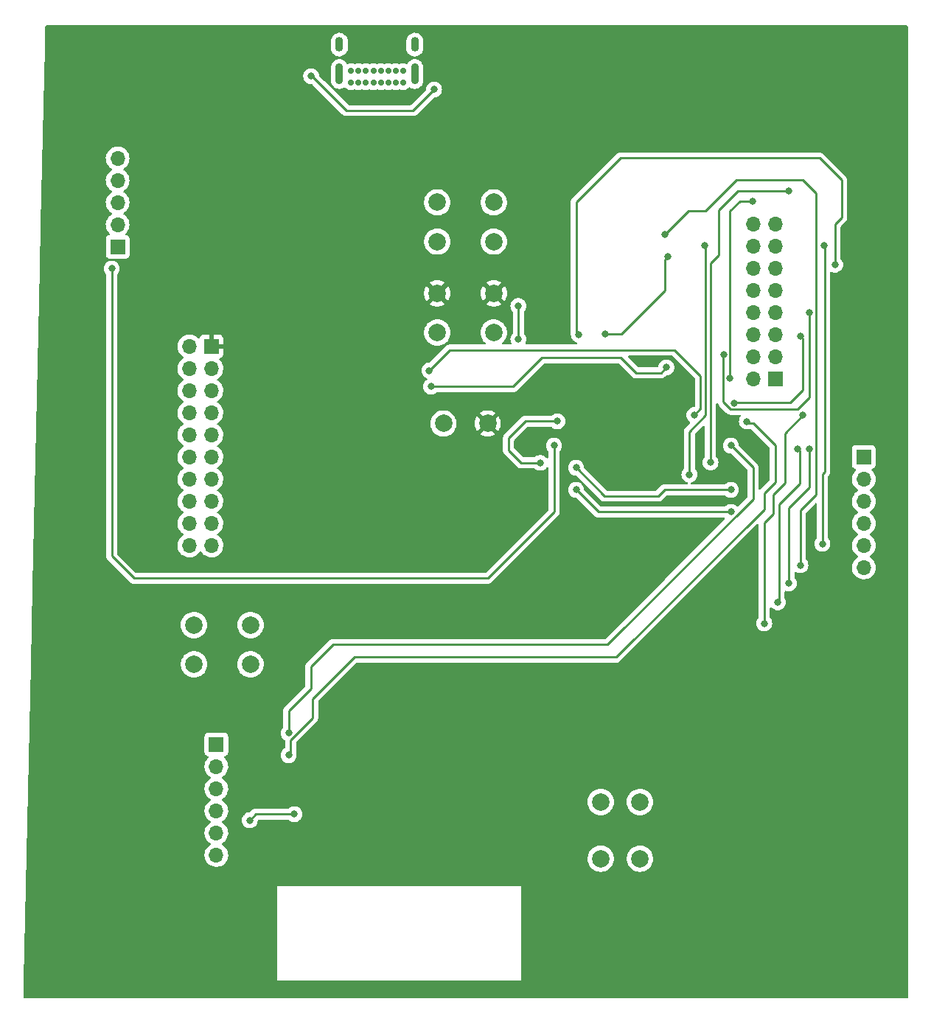
<source format=gbr>
%TF.GenerationSoftware,KiCad,Pcbnew,(6.0.5)*%
%TF.CreationDate,2024-11-07T13:37:00-06:00*%
%TF.ProjectId,FinalPCBBoard1,46696e61-6c50-4434-9242-6f617264312e,rev?*%
%TF.SameCoordinates,Original*%
%TF.FileFunction,Copper,L2,Bot*%
%TF.FilePolarity,Positive*%
%FSLAX46Y46*%
G04 Gerber Fmt 4.6, Leading zero omitted, Abs format (unit mm)*
G04 Created by KiCad (PCBNEW (6.0.5)) date 2024-11-07 13:37:00*
%MOMM*%
%LPD*%
G01*
G04 APERTURE LIST*
%TA.AperFunction,ComponentPad*%
%ADD10C,2.000000*%
%TD*%
%TA.AperFunction,ComponentPad*%
%ADD11R,1.700000X1.700000*%
%TD*%
%TA.AperFunction,ComponentPad*%
%ADD12O,1.700000X1.700000*%
%TD*%
%TA.AperFunction,ComponentPad*%
%ADD13C,0.700000*%
%TD*%
%TA.AperFunction,ComponentPad*%
%ADD14O,0.900000X1.700000*%
%TD*%
%TA.AperFunction,ComponentPad*%
%ADD15O,0.900000X2.400000*%
%TD*%
%TA.AperFunction,ViaPad*%
%ADD16C,0.800000*%
%TD*%
%TA.AperFunction,Conductor*%
%ADD17C,0.250000*%
%TD*%
G04 APERTURE END LIST*
D10*
%TO.P,STMRST2,1,1*%
%TO.N,VDD*%
X115010000Y-71410000D03*
X108510000Y-71410000D03*
%TO.P,STMRST2,2,2*%
%TO.N,Net-(U3-Pad44)*%
X108510000Y-75910000D03*
X115010000Y-75910000D03*
%TD*%
%TO.P,STMRST1,1,1*%
%TO.N,GND*%
X115010000Y-60960000D03*
X108510000Y-60960000D03*
%TO.P,STMRST1,2,2*%
%TO.N,Net-(R1-Pad2)*%
X108510000Y-65460000D03*
X115010000Y-65460000D03*
%TD*%
D11*
%TO.P,STMPROGRAM1,1,Pin_1*%
%TO.N,unconnected-(STMPROGRAM1-Pad1)*%
X157505000Y-90195000D03*
D12*
%TO.P,STMPROGRAM1,2,Pin_2*%
%TO.N,Net-(STMPROGRAM1-Pad2)*%
X157505000Y-92735000D03*
%TO.P,STMPROGRAM1,3,Pin_3*%
%TO.N,Net-(STMPROGRAM1-Pad3)*%
X157505000Y-95275000D03*
%TO.P,STMPROGRAM1,4,Pin_4*%
%TO.N,unconnected-(STMPROGRAM1-Pad4)*%
X157505000Y-97815000D03*
%TO.P,STMPROGRAM1,5,Pin_5*%
%TO.N,unconnected-(STMPROGRAM1-Pad5)*%
X157505000Y-100355000D03*
%TO.P,STMPROGRAM1,6,Pin_6*%
%TO.N,GND*%
X157505000Y-102895000D03*
%TD*%
D11*
%TO.P,J4,1,Pin_1*%
%TO.N,VDD*%
X82570000Y-77500000D03*
D12*
%TO.P,J4,2,Pin_2*%
%TO.N,unconnected-(J4-Pad2)*%
X80030000Y-77500000D03*
%TO.P,J4,3,Pin_3*%
%TO.N,unconnected-(J4-Pad3)*%
X82570000Y-80040000D03*
%TO.P,J4,4,Pin_4*%
%TO.N,unconnected-(J4-Pad4)*%
X80030000Y-80040000D03*
%TO.P,J4,5,Pin_5*%
%TO.N,unconnected-(J4-Pad5)*%
X82570000Y-82580000D03*
%TO.P,J4,6,Pin_6*%
%TO.N,unconnected-(J4-Pad6)*%
X80030000Y-82580000D03*
%TO.P,J4,7,Pin_7*%
%TO.N,SWDIO*%
X82570000Y-85120000D03*
%TO.P,J4,8,Pin_8*%
%TO.N,unconnected-(J4-Pad8)*%
X80030000Y-85120000D03*
%TO.P,J4,9,Pin_9*%
%TO.N,SWCLK*%
X82570000Y-87660000D03*
%TO.P,J4,10,Pin_10*%
%TO.N,unconnected-(J4-Pad10)*%
X80030000Y-87660000D03*
%TO.P,J4,11,Pin_11*%
%TO.N,unconnected-(J4-Pad11)*%
X82570000Y-90200000D03*
%TO.P,J4,12,Pin_12*%
%TO.N,GND*%
X80030000Y-90200000D03*
%TO.P,J4,13,Pin_13*%
%TO.N,unconnected-(J4-Pad13)*%
X82570000Y-92740000D03*
%TO.P,J4,14,Pin_14*%
%TO.N,unconnected-(J4-Pad14)*%
X80030000Y-92740000D03*
%TO.P,J4,15,Pin_15*%
%TO.N,unconnected-(J4-Pad15)*%
X82570000Y-95280000D03*
%TO.P,J4,16,Pin_16*%
%TO.N,unconnected-(J4-Pad16)*%
X80030000Y-95280000D03*
%TO.P,J4,17,Pin_17*%
%TO.N,unconnected-(J4-Pad17)*%
X82570000Y-97820000D03*
%TO.P,J4,18,Pin_18*%
%TO.N,GND*%
X80030000Y-97820000D03*
%TO.P,J4,19,Pin_19*%
%TO.N,unconnected-(J4-Pad19)*%
X82570000Y-100360000D03*
%TO.P,J4,20,Pin_20*%
%TO.N,GND*%
X80030000Y-100360000D03*
%TD*%
D11*
%TO.P,J3,1,Pin_1*%
%TO.N,CLKR*%
X71800000Y-66060000D03*
D12*
%TO.P,J3,2,Pin_2*%
%TO.N,DT*%
X71800000Y-63520000D03*
%TO.P,J3,3,Pin_3*%
%TO.N,SW*%
X71800000Y-60980000D03*
%TO.P,J3,4,Pin_4*%
%TO.N,Net-(C13-Pad1)*%
X71800000Y-58440000D03*
%TO.P,J3,5,Pin_5*%
%TO.N,GND*%
X71800000Y-55900000D03*
%TD*%
D11*
%TO.P,J2,1,Pin_1*%
%TO.N,R1*%
X147320000Y-81280000D03*
D12*
%TO.P,J2,2,Pin_2*%
%TO.N,G1*%
X144780000Y-81280000D03*
%TO.P,J2,3,Pin_3*%
%TO.N,B1*%
X147320000Y-78740000D03*
%TO.P,J2,4,Pin_4*%
%TO.N,GND*%
X144780000Y-78740000D03*
%TO.P,J2,5,Pin_5*%
%TO.N,R2*%
X147320000Y-76200000D03*
%TO.P,J2,6,Pin_6*%
%TO.N,G2*%
X144780000Y-76200000D03*
%TO.P,J2,7,Pin_7*%
%TO.N,B2*%
X147320000Y-73660000D03*
%TO.P,J2,8,Pin_8*%
%TO.N,E*%
X144780000Y-73660000D03*
%TO.P,J2,9,Pin_9*%
%TO.N,A*%
X147320000Y-71120000D03*
%TO.P,J2,10,Pin_10*%
%TO.N,B*%
X144780000Y-71120000D03*
%TO.P,J2,11,Pin_11*%
%TO.N,C*%
X147320000Y-68580000D03*
%TO.P,J2,12,Pin_12*%
%TO.N,D*%
X144780000Y-68580000D03*
%TO.P,J2,13,Pin_13*%
%TO.N,CLK*%
X147320000Y-66040000D03*
%TO.P,J2,14,Pin_14*%
%TO.N,LAT*%
X144780000Y-66040000D03*
%TO.P,J2,15,Pin_15*%
%TO.N,OE*%
X147320000Y-63500000D03*
%TO.P,J2,16,Pin_16*%
%TO.N,GND*%
X144780000Y-63500000D03*
%TD*%
D13*
%TO.P,J1,A1,GND*%
%TO.N,GND*%
X104575000Y-47205000D03*
%TO.P,J1,A4,VBUS*%
%TO.N,Net-(C13-Pad1)*%
X103725000Y-47205000D03*
%TO.P,J1,A5,CC1*%
%TO.N,unconnected-(J1-PadA5)*%
X102875000Y-47205000D03*
%TO.P,J1,A6,D+*%
%TO.N,unconnected-(J1-PadA6)*%
X102025000Y-47205000D03*
%TO.P,J1,A7,D-*%
%TO.N,unconnected-(J1-PadA7)*%
X101175000Y-47205000D03*
%TO.P,J1,A8,SBU1*%
%TO.N,unconnected-(J1-PadA8)*%
X100325000Y-47205000D03*
%TO.P,J1,A9,VBUS*%
%TO.N,Net-(C13-Pad1)*%
X99475000Y-47205000D03*
%TO.P,J1,A12,GND*%
%TO.N,GND*%
X98625000Y-47205000D03*
%TO.P,J1,B1,GND*%
X98625000Y-45855000D03*
%TO.P,J1,B4,VBUS*%
%TO.N,Net-(C13-Pad1)*%
X99475000Y-45855000D03*
%TO.P,J1,B5,CC2*%
%TO.N,unconnected-(J1-PadB5)*%
X100325000Y-45855000D03*
%TO.P,J1,B6,D+*%
%TO.N,unconnected-(J1-PadB6)*%
X101175000Y-45855000D03*
%TO.P,J1,B7,D-*%
%TO.N,unconnected-(J1-PadB7)*%
X102025000Y-45855000D03*
%TO.P,J1,B8,SBU2*%
%TO.N,unconnected-(J1-PadB8)*%
X102875000Y-45855000D03*
%TO.P,J1,B9,VBUS*%
%TO.N,Net-(C13-Pad1)*%
X103725000Y-45855000D03*
%TO.P,J1,B12,GND*%
%TO.N,GND*%
X104575000Y-45855000D03*
D14*
%TO.P,J1,S1,SHIELD*%
%TO.N,unconnected-(J1-PadS1)*%
X97275000Y-42845000D03*
X105925000Y-42845000D03*
D15*
X97275000Y-46225000D03*
X105925000Y-46225000D03*
%TD*%
D10*
%TO.P,FB1,1*%
%TO.N,+3.3VA*%
X109220000Y-86360000D03*
%TO.P,FB1,2*%
%TO.N,VDD*%
X114300000Y-86360000D03*
%TD*%
D11*
%TO.P,ESPPROGRAM1,1,Pin_1*%
%TO.N,unconnected-(ESPPROGRAM1-Pad1)*%
X83140000Y-123215000D03*
D12*
%TO.P,ESPPROGRAM1,2,Pin_2*%
%TO.N,Net-(ESPPROGRAM1-Pad2)*%
X83140000Y-125755000D03*
%TO.P,ESPPROGRAM1,3,Pin_3*%
%TO.N,Net-(ESPPROGRAM1-Pad3)*%
X83140000Y-128295000D03*
%TO.P,ESPPROGRAM1,4,Pin_4*%
%TO.N,unconnected-(ESPPROGRAM1-Pad4)*%
X83140000Y-130835000D03*
%TO.P,ESPPROGRAM1,5,Pin_5*%
%TO.N,unconnected-(ESPPROGRAM1-Pad5)*%
X83140000Y-133375000D03*
%TO.P,ESPPROGRAM1,6,Pin_6*%
%TO.N,GND*%
X83140000Y-135915000D03*
%TD*%
D10*
%TO.P,ESPEN1,1,1*%
%TO.N,GND*%
X131790000Y-136330000D03*
X131790000Y-129830000D03*
%TO.P,ESPEN1,2,2*%
%TO.N,Net-(ESPEN1-Pad2)*%
X127290000Y-129830000D03*
X127290000Y-136330000D03*
%TD*%
%TO.P,ESPBOOT1,1,1*%
%TO.N,GND*%
X87070000Y-109510000D03*
X80570000Y-109510000D03*
%TO.P,ESPBOOT1,2,2*%
%TO.N,Net-(ESPBOOT1-Pad2)*%
X80570000Y-114010000D03*
X87070000Y-114010000D03*
%TD*%
D16*
%TO.N,unconnected-(J1-PadS1)*%
X94025000Y-46475000D03*
X108150000Y-48000000D03*
%TO.N,VDD*%
X85950000Y-79975000D03*
X125575000Y-53375000D03*
X117700000Y-138650000D03*
%TO.N,GND*%
X122300000Y-86100000D03*
X120350000Y-90875000D03*
%TO.N,Net-(ESPPROGRAM1-Pad3)*%
X86975000Y-131925000D03*
X92100000Y-131225000D03*
%TO.N,GND*%
X144750000Y-60800000D03*
X142100000Y-81200000D03*
%TO.N,R2*%
X150250000Y-76325000D03*
X142600000Y-84050500D03*
%TO.N,B2*%
X151275000Y-73625000D03*
X141425500Y-78475000D03*
%TO.N,LAT*%
X139225000Y-65900000D03*
X137475000Y-92225000D03*
%TO.N,OE*%
X148875000Y-59650000D03*
X139900000Y-90825000D03*
%TO.N,R1*%
X150525000Y-85425000D03*
X146075000Y-109325000D03*
%TO.N,G1*%
X149925000Y-89250000D03*
X147625000Y-106900000D03*
%TO.N,B1*%
X151275500Y-89250000D03*
X148900000Y-104725000D03*
%TO.N,SWCLK*%
X107800000Y-82125000D03*
X134825000Y-79923060D03*
%TO.N,SWDIO*%
X107600000Y-80275000D03*
X138025500Y-85385500D03*
%TO.N,D*%
X134675000Y-64625000D03*
X150225000Y-102625000D03*
%TO.N,Net-(R1-Pad2)*%
X117825000Y-72850000D03*
X117825000Y-76675000D03*
%TO.N,CLK*%
X152975000Y-65950000D03*
X152750000Y-100175000D03*
%TO.N,Net-(STMPROGRAM1-Pad3)*%
X142240000Y-96520000D03*
%TO.N,Net-(STMPROGRAM1-Pad2)*%
X142240000Y-93980000D03*
%TO.N,VDD*%
X134620000Y-91440000D03*
%TO.N,Net-(U1-Pad28)*%
X91440000Y-124460000D03*
X144075000Y-86125000D03*
%TO.N,Net-(U1-Pad27)*%
X142240000Y-88900000D03*
X91440000Y-121920000D03*
%TO.N,Net-(STMPROGRAM1-Pad3)*%
X124460000Y-93980000D03*
%TO.N,Net-(STMPROGRAM1-Pad2)*%
X124460000Y-91440000D03*
%TO.N,C*%
X154215500Y-68125000D03*
X124775000Y-76175000D03*
%TO.N,B*%
X127825000Y-76050000D03*
X134975000Y-67200000D03*
%TO.N,VDD*%
X114300000Y-68580000D03*
X101600000Y-71120000D03*
%TO.N,CLKR*%
X71120000Y-68580000D03*
X121920000Y-88900000D03*
%TO.N,VDD*%
X133850000Y-82400000D03*
X124460000Y-81280000D03*
X117675000Y-84950000D03*
X119380000Y-129540000D03*
X96520000Y-109220000D03*
%TD*%
D17*
%TO.N,R2*%
X150475000Y-76550000D02*
X150250000Y-76325000D01*
X150475000Y-82525000D02*
X150475000Y-76550000D01*
X149075000Y-83925000D02*
X150475000Y-82525000D01*
X142725500Y-83925000D02*
X149075000Y-83925000D01*
X142600000Y-84050500D02*
X142725500Y-83925000D01*
%TO.N,B2*%
X149925000Y-84725000D02*
X151275000Y-83375000D01*
X151275000Y-83375000D02*
X151275000Y-73625000D01*
X142225000Y-84725000D02*
X149925000Y-84725000D01*
X141375489Y-78525011D02*
X141375489Y-83875489D01*
X141425500Y-78475000D02*
X141375489Y-78525011D01*
X141375489Y-83875489D02*
X142225000Y-84725000D01*
%TO.N,unconnected-(J1-PadS1)*%
X105725000Y-50425000D02*
X108150000Y-48000000D01*
X98075000Y-50425000D02*
X105725000Y-50425000D01*
X94125000Y-46475000D02*
X98075000Y-50425000D01*
X94025000Y-46475000D02*
X94125000Y-46475000D01*
%TO.N,VDD*%
X119675000Y-82950000D02*
X123500000Y-82950000D01*
X124460000Y-81990000D02*
X124460000Y-81280000D01*
X117675000Y-84950000D02*
X119675000Y-82950000D01*
X123500000Y-82950000D02*
X124460000Y-81990000D01*
%TO.N,SWDIO*%
X138750000Y-80875000D02*
X135800000Y-77925000D01*
X135800000Y-77925000D02*
X109950000Y-77925000D01*
X138750000Y-84661000D02*
X138750000Y-80875000D01*
X138025500Y-85385500D02*
X138750000Y-84661000D01*
X109950000Y-77925000D02*
X107600000Y-80275000D01*
%TO.N,SWCLK*%
X117225000Y-82125000D02*
X107800000Y-82125000D01*
X129600000Y-78800000D02*
X120550000Y-78800000D01*
X131325000Y-80525000D02*
X129600000Y-78800000D01*
X134825000Y-79923060D02*
X134223060Y-80525000D01*
X120550000Y-78800000D02*
X117225000Y-82125000D01*
X134223060Y-80525000D02*
X131325000Y-80525000D01*
%TO.N,LAT*%
X139350000Y-66025000D02*
X139225000Y-65900000D01*
X137475000Y-87300000D02*
X139350000Y-85425000D01*
X139350000Y-85425000D02*
X139350000Y-66025000D01*
X137475000Y-92225000D02*
X137475000Y-87300000D01*
%TO.N,GND*%
X118625000Y-86100000D02*
X122300000Y-86100000D01*
X116700000Y-88025000D02*
X118625000Y-86100000D01*
X116700000Y-89450000D02*
X116700000Y-88025000D01*
X120350000Y-90875000D02*
X118125000Y-90875000D01*
X118125000Y-90875000D02*
X116700000Y-89450000D01*
%TO.N,Net-(ESPPROGRAM1-Pad3)*%
X87675000Y-131225000D02*
X86975000Y-131925000D01*
X92100000Y-131225000D02*
X87675000Y-131225000D01*
%TO.N,GND*%
X142150000Y-61975000D02*
X142150000Y-81150000D01*
X142150000Y-81150000D02*
X142100000Y-81200000D01*
X143325000Y-60800000D02*
X142150000Y-61975000D01*
X144750000Y-60800000D02*
X143325000Y-60800000D01*
%TO.N,B*%
X129690000Y-76050000D02*
X127825000Y-76050000D01*
X134620000Y-71120000D02*
X129690000Y-76050000D01*
X134620000Y-67555000D02*
X134620000Y-71120000D01*
X134975000Y-67200000D02*
X134620000Y-67555000D01*
%TO.N,D*%
X150225000Y-96300000D02*
X150225000Y-102625000D01*
X152000000Y-94525000D02*
X150225000Y-96300000D01*
X142900000Y-58375000D02*
X150475000Y-58375000D01*
X139350000Y-61925000D02*
X142900000Y-58375000D01*
X150475000Y-58375000D02*
X152000000Y-59900000D01*
X137375000Y-61925000D02*
X139350000Y-61925000D01*
X152000000Y-59900000D02*
X152000000Y-94525000D01*
X134675000Y-64625000D02*
X137375000Y-61925000D01*
%TO.N,OE*%
X140825000Y-61850000D02*
X143025000Y-59650000D01*
X140825000Y-67000000D02*
X140825000Y-61850000D01*
X139900000Y-67925000D02*
X140825000Y-67000000D01*
X143025000Y-59650000D02*
X148875000Y-59650000D01*
X139900000Y-90825000D02*
X139900000Y-67925000D01*
%TO.N,Net-(U1-Pad28)*%
X144310000Y-86360000D02*
X144075000Y-86125000D01*
X144780000Y-86360000D02*
X144310000Y-86360000D01*
X91675000Y-124225000D02*
X91440000Y-124460000D01*
X91675000Y-122709614D02*
X91675000Y-124225000D01*
X94200000Y-120184614D02*
X91675000Y-122709614D01*
X94200000Y-117975000D02*
X94200000Y-120184614D01*
X98975000Y-113200000D02*
X94200000Y-117975000D01*
X129050000Y-113200000D02*
X98975000Y-113200000D01*
X146050000Y-96200000D02*
X129050000Y-113200000D01*
X146050000Y-94370331D02*
X146050000Y-96200000D01*
X147320000Y-93100331D02*
X146050000Y-94370331D01*
X147320000Y-88900000D02*
X147320000Y-93100331D01*
X144780000Y-86360000D02*
X147320000Y-88900000D01*
%TO.N,R1*%
X146075000Y-97750000D02*
X146075000Y-109325000D01*
X148475000Y-93150000D02*
X147125000Y-94500000D01*
X147125000Y-94500000D02*
X147125000Y-96700000D01*
X148425000Y-87525000D02*
X148425000Y-89750000D01*
X148425000Y-89750000D02*
X148475000Y-89800000D01*
X150525000Y-85425000D02*
X148425000Y-87525000D01*
X148475000Y-89800000D02*
X148475000Y-93150000D01*
X147125000Y-96700000D02*
X146075000Y-97750000D01*
%TO.N,G1*%
X147769520Y-95605480D02*
X147769520Y-106755480D01*
X150125000Y-89450000D02*
X150125000Y-93250000D01*
X150125000Y-93250000D02*
X147769520Y-95605480D01*
X149925000Y-89250000D02*
X150125000Y-89450000D01*
X147769520Y-106755480D02*
X147625000Y-106900000D01*
%TO.N,B1*%
X151275500Y-93649500D02*
X151275500Y-89250000D01*
X148900000Y-96025000D02*
X151275500Y-93649500D01*
X148900000Y-104725000D02*
X148900000Y-96025000D01*
%TO.N,Net-(R1-Pad2)*%
X117825000Y-76675000D02*
X117825000Y-72850000D01*
%TO.N,C*%
X154215500Y-63464500D02*
X154215500Y-68125000D01*
X154940000Y-62740000D02*
X154215500Y-63464500D01*
X124460000Y-60960000D02*
X129540000Y-55880000D01*
X154940000Y-58420000D02*
X154940000Y-62740000D01*
X124460000Y-75860000D02*
X124460000Y-60960000D01*
X129540000Y-55880000D02*
X152400000Y-55880000D01*
X152400000Y-55880000D02*
X154940000Y-58420000D01*
X124775000Y-76175000D02*
X124460000Y-75860000D01*
%TO.N,CLK*%
X153000000Y-65975000D02*
X152975000Y-65950000D01*
X153000000Y-91925000D02*
X153000000Y-65975000D01*
X152750000Y-92175000D02*
X153000000Y-91925000D01*
X152750000Y-100175000D02*
X152750000Y-92175000D01*
%TO.N,Net-(U1-Pad27)*%
X93980000Y-114300000D02*
X93980000Y-116840000D01*
X96520000Y-111760000D02*
X93980000Y-114300000D01*
X144780000Y-95004614D02*
X128024614Y-111760000D01*
X128024614Y-111760000D02*
X96520000Y-111760000D01*
X144780000Y-91440000D02*
X144780000Y-95004614D01*
%TO.N,Net-(STMPROGRAM1-Pad3)*%
X127000000Y-96520000D02*
X142240000Y-96520000D01*
X124460000Y-93980000D02*
X127000000Y-96520000D01*
%TO.N,Net-(STMPROGRAM1-Pad2)*%
X134620000Y-93980000D02*
X142240000Y-93980000D01*
X133895489Y-94704511D02*
X134620000Y-93980000D01*
%TO.N,Net-(U1-Pad27)*%
X91440000Y-119380000D02*
X93980000Y-116840000D01*
X144780000Y-91440000D02*
X142240000Y-88900000D01*
X91440000Y-121920000D02*
X91440000Y-119380000D01*
%TO.N,Net-(STMPROGRAM1-Pad2)*%
X127724511Y-94704511D02*
X133895489Y-94704511D01*
X124460000Y-91440000D02*
X127724511Y-94704511D01*
%TO.N,CLKR*%
X73660000Y-104140000D02*
X114300000Y-104140000D01*
X71120000Y-101600000D02*
X73660000Y-104140000D01*
X121920000Y-96520000D02*
X121920000Y-88900000D01*
X71120000Y-68580000D02*
X71120000Y-101600000D01*
X114300000Y-104140000D02*
X121920000Y-96520000D01*
%TD*%
%TA.AperFunction,Conductor*%
%TO.N,VDD*%
G36*
X162502121Y-40660002D02*
G01*
X162548614Y-40713658D01*
X162560000Y-40766000D01*
X162560000Y-152274000D01*
X162539998Y-152342121D01*
X162486342Y-152388614D01*
X162434000Y-152400000D01*
X61088896Y-152400000D01*
X61020775Y-152379998D01*
X60974282Y-152326342D01*
X60962929Y-152271137D01*
X61007955Y-150290000D01*
X90140000Y-150290000D01*
X118140000Y-150290000D01*
X118140000Y-139510000D01*
X90140000Y-139510000D01*
X90140000Y-150290000D01*
X61007955Y-150290000D01*
X61335416Y-135881695D01*
X81777251Y-135881695D01*
X81777548Y-135886848D01*
X81777548Y-135886851D01*
X81783011Y-135981590D01*
X81790110Y-136104715D01*
X81791247Y-136109761D01*
X81791248Y-136109767D01*
X81811119Y-136197939D01*
X81839222Y-136322639D01*
X81923266Y-136529616D01*
X82039987Y-136720088D01*
X82186250Y-136888938D01*
X82358126Y-137031632D01*
X82551000Y-137144338D01*
X82759692Y-137224030D01*
X82764760Y-137225061D01*
X82764763Y-137225062D01*
X82872017Y-137246883D01*
X82978597Y-137268567D01*
X82983772Y-137268757D01*
X82983774Y-137268757D01*
X83196673Y-137276564D01*
X83196677Y-137276564D01*
X83201837Y-137276753D01*
X83206957Y-137276097D01*
X83206959Y-137276097D01*
X83418288Y-137249025D01*
X83418289Y-137249025D01*
X83423416Y-137248368D01*
X83428366Y-137246883D01*
X83632429Y-137185661D01*
X83632434Y-137185659D01*
X83637384Y-137184174D01*
X83837994Y-137085896D01*
X84019860Y-136956173D01*
X84178096Y-136798489D01*
X84237594Y-136715689D01*
X84305435Y-136621277D01*
X84308453Y-136617077D01*
X84333346Y-136566711D01*
X84405136Y-136421453D01*
X84405137Y-136421451D01*
X84407430Y-136416811D01*
X84433805Y-136330000D01*
X125776835Y-136330000D01*
X125795465Y-136566711D01*
X125796619Y-136571518D01*
X125796620Y-136571524D01*
X125808565Y-136621277D01*
X125850895Y-136797594D01*
X125852788Y-136802165D01*
X125852789Y-136802167D01*
X125915071Y-136952529D01*
X125941760Y-137016963D01*
X125944346Y-137021183D01*
X126063241Y-137215202D01*
X126063245Y-137215208D01*
X126065824Y-137219416D01*
X126220031Y-137399969D01*
X126400584Y-137554176D01*
X126404792Y-137556755D01*
X126404798Y-137556759D01*
X126598817Y-137675654D01*
X126603037Y-137678240D01*
X126607607Y-137680133D01*
X126607611Y-137680135D01*
X126817833Y-137767211D01*
X126822406Y-137769105D01*
X126902609Y-137788360D01*
X127048476Y-137823380D01*
X127048482Y-137823381D01*
X127053289Y-137824535D01*
X127290000Y-137843165D01*
X127526711Y-137824535D01*
X127531518Y-137823381D01*
X127531524Y-137823380D01*
X127677391Y-137788360D01*
X127757594Y-137769105D01*
X127762167Y-137767211D01*
X127972389Y-137680135D01*
X127972393Y-137680133D01*
X127976963Y-137678240D01*
X127981183Y-137675654D01*
X128175202Y-137556759D01*
X128175208Y-137556755D01*
X128179416Y-137554176D01*
X128359969Y-137399969D01*
X128514176Y-137219416D01*
X128516755Y-137215208D01*
X128516759Y-137215202D01*
X128635654Y-137021183D01*
X128638240Y-137016963D01*
X128664930Y-136952529D01*
X128727211Y-136802167D01*
X128727212Y-136802165D01*
X128729105Y-136797594D01*
X128771435Y-136621277D01*
X128783380Y-136571524D01*
X128783381Y-136571518D01*
X128784535Y-136566711D01*
X128803165Y-136330000D01*
X130276835Y-136330000D01*
X130295465Y-136566711D01*
X130296619Y-136571518D01*
X130296620Y-136571524D01*
X130308565Y-136621277D01*
X130350895Y-136797594D01*
X130352788Y-136802165D01*
X130352789Y-136802167D01*
X130415071Y-136952529D01*
X130441760Y-137016963D01*
X130444346Y-137021183D01*
X130563241Y-137215202D01*
X130563245Y-137215208D01*
X130565824Y-137219416D01*
X130720031Y-137399969D01*
X130900584Y-137554176D01*
X130904792Y-137556755D01*
X130904798Y-137556759D01*
X131098817Y-137675654D01*
X131103037Y-137678240D01*
X131107607Y-137680133D01*
X131107611Y-137680135D01*
X131317833Y-137767211D01*
X131322406Y-137769105D01*
X131402609Y-137788360D01*
X131548476Y-137823380D01*
X131548482Y-137823381D01*
X131553289Y-137824535D01*
X131790000Y-137843165D01*
X132026711Y-137824535D01*
X132031518Y-137823381D01*
X132031524Y-137823380D01*
X132177391Y-137788360D01*
X132257594Y-137769105D01*
X132262167Y-137767211D01*
X132472389Y-137680135D01*
X132472393Y-137680133D01*
X132476963Y-137678240D01*
X132481183Y-137675654D01*
X132675202Y-137556759D01*
X132675208Y-137556755D01*
X132679416Y-137554176D01*
X132859969Y-137399969D01*
X133014176Y-137219416D01*
X133016755Y-137215208D01*
X133016759Y-137215202D01*
X133135654Y-137021183D01*
X133138240Y-137016963D01*
X133164930Y-136952529D01*
X133227211Y-136802167D01*
X133227212Y-136802165D01*
X133229105Y-136797594D01*
X133271435Y-136621277D01*
X133283380Y-136571524D01*
X133283381Y-136571518D01*
X133284535Y-136566711D01*
X133303165Y-136330000D01*
X133284535Y-136093289D01*
X133257719Y-135981590D01*
X133248360Y-135942609D01*
X133229105Y-135862406D01*
X133227211Y-135857833D01*
X133140135Y-135647611D01*
X133140133Y-135647607D01*
X133138240Y-135643037D01*
X133135654Y-135638817D01*
X133016759Y-135444798D01*
X133016755Y-135444792D01*
X133014176Y-135440584D01*
X132859969Y-135260031D01*
X132679416Y-135105824D01*
X132675208Y-135103245D01*
X132675202Y-135103241D01*
X132481183Y-134984346D01*
X132476963Y-134981760D01*
X132472393Y-134979867D01*
X132472389Y-134979865D01*
X132262167Y-134892789D01*
X132262165Y-134892788D01*
X132257594Y-134890895D01*
X132177391Y-134871640D01*
X132031524Y-134836620D01*
X132031518Y-134836619D01*
X132026711Y-134835465D01*
X131790000Y-134816835D01*
X131553289Y-134835465D01*
X131548482Y-134836619D01*
X131548476Y-134836620D01*
X131402609Y-134871640D01*
X131322406Y-134890895D01*
X131317835Y-134892788D01*
X131317833Y-134892789D01*
X131107611Y-134979865D01*
X131107607Y-134979867D01*
X131103037Y-134981760D01*
X131098817Y-134984346D01*
X130904798Y-135103241D01*
X130904792Y-135103245D01*
X130900584Y-135105824D01*
X130720031Y-135260031D01*
X130565824Y-135440584D01*
X130563245Y-135444792D01*
X130563241Y-135444798D01*
X130444346Y-135638817D01*
X130441760Y-135643037D01*
X130439867Y-135647607D01*
X130439865Y-135647611D01*
X130352789Y-135857833D01*
X130350895Y-135862406D01*
X130331640Y-135942609D01*
X130322282Y-135981590D01*
X130295465Y-136093289D01*
X130276835Y-136330000D01*
X128803165Y-136330000D01*
X128784535Y-136093289D01*
X128757719Y-135981590D01*
X128748360Y-135942609D01*
X128729105Y-135862406D01*
X128727211Y-135857833D01*
X128640135Y-135647611D01*
X128640133Y-135647607D01*
X128638240Y-135643037D01*
X128635654Y-135638817D01*
X128516759Y-135444798D01*
X128516755Y-135444792D01*
X128514176Y-135440584D01*
X128359969Y-135260031D01*
X128179416Y-135105824D01*
X128175208Y-135103245D01*
X128175202Y-135103241D01*
X127981183Y-134984346D01*
X127976963Y-134981760D01*
X127972393Y-134979867D01*
X127972389Y-134979865D01*
X127762167Y-134892789D01*
X127762165Y-134892788D01*
X127757594Y-134890895D01*
X127677391Y-134871640D01*
X127531524Y-134836620D01*
X127531518Y-134836619D01*
X127526711Y-134835465D01*
X127290000Y-134816835D01*
X127053289Y-134835465D01*
X127048482Y-134836619D01*
X127048476Y-134836620D01*
X126902609Y-134871640D01*
X126822406Y-134890895D01*
X126817835Y-134892788D01*
X126817833Y-134892789D01*
X126607611Y-134979865D01*
X126607607Y-134979867D01*
X126603037Y-134981760D01*
X126598817Y-134984346D01*
X126404798Y-135103241D01*
X126404792Y-135103245D01*
X126400584Y-135105824D01*
X126220031Y-135260031D01*
X126065824Y-135440584D01*
X126063245Y-135444792D01*
X126063241Y-135444798D01*
X125944346Y-135638817D01*
X125941760Y-135643037D01*
X125939867Y-135647607D01*
X125939865Y-135647611D01*
X125852789Y-135857833D01*
X125850895Y-135862406D01*
X125831640Y-135942609D01*
X125822282Y-135981590D01*
X125795465Y-136093289D01*
X125776835Y-136330000D01*
X84433805Y-136330000D01*
X84472370Y-136203069D01*
X84501529Y-135981590D01*
X84503156Y-135915000D01*
X84484852Y-135692361D01*
X84430431Y-135475702D01*
X84341354Y-135270840D01*
X84236678Y-135109035D01*
X84222822Y-135087617D01*
X84222820Y-135087614D01*
X84220014Y-135083277D01*
X84069670Y-134918051D01*
X84065619Y-134914852D01*
X84065615Y-134914848D01*
X83898414Y-134782800D01*
X83898410Y-134782798D01*
X83894359Y-134779598D01*
X83853053Y-134756796D01*
X83803084Y-134706364D01*
X83788312Y-134636921D01*
X83813428Y-134570516D01*
X83840780Y-134543909D01*
X83884603Y-134512650D01*
X84019860Y-134416173D01*
X84178096Y-134258489D01*
X84237594Y-134175689D01*
X84305435Y-134081277D01*
X84308453Y-134077077D01*
X84407430Y-133876811D01*
X84472370Y-133663069D01*
X84501529Y-133441590D01*
X84503156Y-133375000D01*
X84484852Y-133152361D01*
X84430431Y-132935702D01*
X84341354Y-132730840D01*
X84220014Y-132543277D01*
X84069670Y-132378051D01*
X84065619Y-132374852D01*
X84065615Y-132374848D01*
X83898414Y-132242800D01*
X83898410Y-132242798D01*
X83894359Y-132239598D01*
X83853053Y-132216796D01*
X83803084Y-132166364D01*
X83788312Y-132096921D01*
X83813428Y-132030516D01*
X83840780Y-132003909D01*
X83886455Y-131971329D01*
X83951406Y-131925000D01*
X86061496Y-131925000D01*
X86062186Y-131931565D01*
X86080325Y-132104144D01*
X86081458Y-132114928D01*
X86140473Y-132296556D01*
X86235960Y-132461944D01*
X86363747Y-132603866D01*
X86518248Y-132716118D01*
X86524276Y-132718802D01*
X86524278Y-132718803D01*
X86686681Y-132791109D01*
X86692712Y-132793794D01*
X86786112Y-132813647D01*
X86873056Y-132832128D01*
X86873061Y-132832128D01*
X86879513Y-132833500D01*
X87070487Y-132833500D01*
X87076939Y-132832128D01*
X87076944Y-132832128D01*
X87163888Y-132813647D01*
X87257288Y-132793794D01*
X87263319Y-132791109D01*
X87425722Y-132718803D01*
X87425724Y-132718802D01*
X87431752Y-132716118D01*
X87586253Y-132603866D01*
X87714040Y-132461944D01*
X87809527Y-132296556D01*
X87868542Y-132114928D01*
X87869672Y-132104174D01*
X87883635Y-131971329D01*
X87910648Y-131905672D01*
X87968870Y-131865043D01*
X88008945Y-131858500D01*
X91391800Y-131858500D01*
X91459921Y-131878502D01*
X91479147Y-131894843D01*
X91479420Y-131894540D01*
X91484332Y-131898963D01*
X91488747Y-131903866D01*
X91495915Y-131909074D01*
X91629179Y-132005896D01*
X91643248Y-132016118D01*
X91649276Y-132018802D01*
X91649278Y-132018803D01*
X91710620Y-132046114D01*
X91817712Y-132093794D01*
X91886263Y-132108365D01*
X91998056Y-132132128D01*
X91998061Y-132132128D01*
X92004513Y-132133500D01*
X92195487Y-132133500D01*
X92201939Y-132132128D01*
X92201944Y-132132128D01*
X92313737Y-132108365D01*
X92382288Y-132093794D01*
X92489380Y-132046114D01*
X92550722Y-132018803D01*
X92550724Y-132018802D01*
X92556752Y-132016118D01*
X92570822Y-132005896D01*
X92612157Y-131975864D01*
X92711253Y-131903866D01*
X92719650Y-131894540D01*
X92834621Y-131766852D01*
X92834622Y-131766851D01*
X92839040Y-131761944D01*
X92934527Y-131596556D01*
X92993542Y-131414928D01*
X92995766Y-131393774D01*
X93012814Y-131231565D01*
X93013504Y-131225000D01*
X93003645Y-131131197D01*
X92994232Y-131041635D01*
X92994232Y-131041633D01*
X92993542Y-131035072D01*
X92934527Y-130853444D01*
X92907627Y-130806851D01*
X92897314Y-130788990D01*
X92839040Y-130688056D01*
X92822882Y-130670110D01*
X92715675Y-130551045D01*
X92715674Y-130551044D01*
X92711253Y-130546134D01*
X92556752Y-130433882D01*
X92550724Y-130431198D01*
X92550722Y-130431197D01*
X92388319Y-130358891D01*
X92388318Y-130358891D01*
X92382288Y-130356206D01*
X92288888Y-130336353D01*
X92201944Y-130317872D01*
X92201939Y-130317872D01*
X92195487Y-130316500D01*
X92004513Y-130316500D01*
X91998061Y-130317872D01*
X91998056Y-130317872D01*
X91911112Y-130336353D01*
X91817712Y-130356206D01*
X91811682Y-130358891D01*
X91811681Y-130358891D01*
X91649278Y-130431197D01*
X91649276Y-130431198D01*
X91643248Y-130433882D01*
X91488747Y-130546134D01*
X91484332Y-130551037D01*
X91479420Y-130555460D01*
X91478295Y-130554211D01*
X91424986Y-130587051D01*
X91391800Y-130591500D01*
X87753763Y-130591500D01*
X87742579Y-130590973D01*
X87735091Y-130589299D01*
X87727168Y-130589548D01*
X87667033Y-130591438D01*
X87663075Y-130591500D01*
X87635144Y-130591500D01*
X87631229Y-130591995D01*
X87631225Y-130591995D01*
X87631167Y-130592003D01*
X87631138Y-130592006D01*
X87619296Y-130592939D01*
X87575110Y-130594327D01*
X87557744Y-130599372D01*
X87555658Y-130599978D01*
X87536306Y-130603986D01*
X87524068Y-130605532D01*
X87524066Y-130605533D01*
X87516203Y-130606526D01*
X87475086Y-130622806D01*
X87463885Y-130626641D01*
X87421406Y-130638982D01*
X87414587Y-130643015D01*
X87414582Y-130643017D01*
X87403971Y-130649293D01*
X87386221Y-130657990D01*
X87367383Y-130665448D01*
X87360967Y-130670109D01*
X87360966Y-130670110D01*
X87331625Y-130691428D01*
X87321701Y-130697947D01*
X87290460Y-130716422D01*
X87290455Y-130716426D01*
X87283637Y-130720458D01*
X87269313Y-130734782D01*
X87254281Y-130747621D01*
X87237893Y-130759528D01*
X87209712Y-130793593D01*
X87201722Y-130802373D01*
X87024500Y-130979595D01*
X86962188Y-131013621D01*
X86935405Y-131016500D01*
X86879513Y-131016500D01*
X86873061Y-131017872D01*
X86873056Y-131017872D01*
X86792139Y-131035072D01*
X86692712Y-131056206D01*
X86686682Y-131058891D01*
X86686681Y-131058891D01*
X86524278Y-131131197D01*
X86524276Y-131131198D01*
X86518248Y-131133882D01*
X86363747Y-131246134D01*
X86359326Y-131251044D01*
X86359325Y-131251045D01*
X86293155Y-131324535D01*
X86235960Y-131388056D01*
X86216821Y-131421206D01*
X86147498Y-131541277D01*
X86140473Y-131553444D01*
X86081458Y-131735072D01*
X86080768Y-131741633D01*
X86080768Y-131741635D01*
X86078118Y-131766852D01*
X86061496Y-131925000D01*
X83951406Y-131925000D01*
X84019860Y-131876173D01*
X84178096Y-131718489D01*
X84237594Y-131635689D01*
X84305435Y-131541277D01*
X84308453Y-131537077D01*
X84368823Y-131414928D01*
X84405136Y-131341453D01*
X84405137Y-131341451D01*
X84407430Y-131336811D01*
X84441401Y-131225000D01*
X84470865Y-131128023D01*
X84470865Y-131128021D01*
X84472370Y-131123069D01*
X84501529Y-130901590D01*
X84501611Y-130898240D01*
X84503074Y-130838365D01*
X84503074Y-130838361D01*
X84503156Y-130835000D01*
X84484852Y-130612361D01*
X84430431Y-130395702D01*
X84341354Y-130190840D01*
X84261051Y-130066711D01*
X84222822Y-130007617D01*
X84222820Y-130007614D01*
X84220014Y-130003277D01*
X84069670Y-129838051D01*
X84065619Y-129834852D01*
X84065615Y-129834848D01*
X84059476Y-129830000D01*
X125776835Y-129830000D01*
X125795465Y-130066711D01*
X125796619Y-130071518D01*
X125796620Y-130071524D01*
X125818265Y-130161680D01*
X125850895Y-130297594D01*
X125852788Y-130302165D01*
X125852789Y-130302167D01*
X125908955Y-130437763D01*
X125941760Y-130516963D01*
X125944346Y-130521183D01*
X126063241Y-130715202D01*
X126063245Y-130715208D01*
X126065824Y-130719416D01*
X126220031Y-130899969D01*
X126400584Y-131054176D01*
X126404792Y-131056755D01*
X126404798Y-131056759D01*
X126536985Y-131137763D01*
X126603037Y-131178240D01*
X126607607Y-131180133D01*
X126607611Y-131180135D01*
X126817833Y-131267211D01*
X126822406Y-131269105D01*
X126902609Y-131288360D01*
X127048476Y-131323380D01*
X127048482Y-131323381D01*
X127053289Y-131324535D01*
X127290000Y-131343165D01*
X127526711Y-131324535D01*
X127531518Y-131323381D01*
X127531524Y-131323380D01*
X127677391Y-131288360D01*
X127757594Y-131269105D01*
X127762167Y-131267211D01*
X127972389Y-131180135D01*
X127972393Y-131180133D01*
X127976963Y-131178240D01*
X128043015Y-131137763D01*
X128175202Y-131056759D01*
X128175208Y-131056755D01*
X128179416Y-131054176D01*
X128359969Y-130899969D01*
X128514176Y-130719416D01*
X128516755Y-130715208D01*
X128516759Y-130715202D01*
X128635654Y-130521183D01*
X128638240Y-130516963D01*
X128671046Y-130437763D01*
X128727211Y-130302167D01*
X128727212Y-130302165D01*
X128729105Y-130297594D01*
X128761735Y-130161680D01*
X128783380Y-130071524D01*
X128783381Y-130071518D01*
X128784535Y-130066711D01*
X128803165Y-129830000D01*
X130276835Y-129830000D01*
X130295465Y-130066711D01*
X130296619Y-130071518D01*
X130296620Y-130071524D01*
X130318265Y-130161680D01*
X130350895Y-130297594D01*
X130352788Y-130302165D01*
X130352789Y-130302167D01*
X130408955Y-130437763D01*
X130441760Y-130516963D01*
X130444346Y-130521183D01*
X130563241Y-130715202D01*
X130563245Y-130715208D01*
X130565824Y-130719416D01*
X130720031Y-130899969D01*
X130900584Y-131054176D01*
X130904792Y-131056755D01*
X130904798Y-131056759D01*
X131036985Y-131137763D01*
X131103037Y-131178240D01*
X131107607Y-131180133D01*
X131107611Y-131180135D01*
X131317833Y-131267211D01*
X131322406Y-131269105D01*
X131402609Y-131288360D01*
X131548476Y-131323380D01*
X131548482Y-131323381D01*
X131553289Y-131324535D01*
X131790000Y-131343165D01*
X132026711Y-131324535D01*
X132031518Y-131323381D01*
X132031524Y-131323380D01*
X132177391Y-131288360D01*
X132257594Y-131269105D01*
X132262167Y-131267211D01*
X132472389Y-131180135D01*
X132472393Y-131180133D01*
X132476963Y-131178240D01*
X132543015Y-131137763D01*
X132675202Y-131056759D01*
X132675208Y-131056755D01*
X132679416Y-131054176D01*
X132859969Y-130899969D01*
X133014176Y-130719416D01*
X133016755Y-130715208D01*
X133016759Y-130715202D01*
X133135654Y-130521183D01*
X133138240Y-130516963D01*
X133171046Y-130437763D01*
X133227211Y-130302167D01*
X133227212Y-130302165D01*
X133229105Y-130297594D01*
X133261735Y-130161680D01*
X133283380Y-130071524D01*
X133283381Y-130071518D01*
X133284535Y-130066711D01*
X133303165Y-129830000D01*
X133284535Y-129593289D01*
X133280951Y-129578357D01*
X133230260Y-129367218D01*
X133229105Y-129362406D01*
X133216730Y-129332529D01*
X133140135Y-129147611D01*
X133140133Y-129147607D01*
X133138240Y-129143037D01*
X133051369Y-129001277D01*
X133016759Y-128944798D01*
X133016755Y-128944792D01*
X133014176Y-128940584D01*
X132859969Y-128760031D01*
X132679416Y-128605824D01*
X132675208Y-128603245D01*
X132675202Y-128603241D01*
X132481183Y-128484346D01*
X132476963Y-128481760D01*
X132472393Y-128479867D01*
X132472389Y-128479865D01*
X132262167Y-128392789D01*
X132262165Y-128392788D01*
X132257594Y-128390895D01*
X132177391Y-128371640D01*
X132031524Y-128336620D01*
X132031518Y-128336619D01*
X132026711Y-128335465D01*
X131790000Y-128316835D01*
X131553289Y-128335465D01*
X131548482Y-128336619D01*
X131548476Y-128336620D01*
X131402609Y-128371640D01*
X131322406Y-128390895D01*
X131317835Y-128392788D01*
X131317833Y-128392789D01*
X131107611Y-128479865D01*
X131107607Y-128479867D01*
X131103037Y-128481760D01*
X131098817Y-128484346D01*
X130904798Y-128603241D01*
X130904792Y-128603245D01*
X130900584Y-128605824D01*
X130720031Y-128760031D01*
X130565824Y-128940584D01*
X130563245Y-128944792D01*
X130563241Y-128944798D01*
X130528631Y-129001277D01*
X130441760Y-129143037D01*
X130439867Y-129147607D01*
X130439865Y-129147611D01*
X130363270Y-129332529D01*
X130350895Y-129362406D01*
X130349740Y-129367218D01*
X130299050Y-129578357D01*
X130295465Y-129593289D01*
X130276835Y-129830000D01*
X128803165Y-129830000D01*
X128784535Y-129593289D01*
X128780951Y-129578357D01*
X128730260Y-129367218D01*
X128729105Y-129362406D01*
X128716730Y-129332529D01*
X128640135Y-129147611D01*
X128640133Y-129147607D01*
X128638240Y-129143037D01*
X128551369Y-129001277D01*
X128516759Y-128944798D01*
X128516755Y-128944792D01*
X128514176Y-128940584D01*
X128359969Y-128760031D01*
X128179416Y-128605824D01*
X128175208Y-128603245D01*
X128175202Y-128603241D01*
X127981183Y-128484346D01*
X127976963Y-128481760D01*
X127972393Y-128479867D01*
X127972389Y-128479865D01*
X127762167Y-128392789D01*
X127762165Y-128392788D01*
X127757594Y-128390895D01*
X127677391Y-128371640D01*
X127531524Y-128336620D01*
X127531518Y-128336619D01*
X127526711Y-128335465D01*
X127290000Y-128316835D01*
X127053289Y-128335465D01*
X127048482Y-128336619D01*
X127048476Y-128336620D01*
X126902609Y-128371640D01*
X126822406Y-128390895D01*
X126817835Y-128392788D01*
X126817833Y-128392789D01*
X126607611Y-128479865D01*
X126607607Y-128479867D01*
X126603037Y-128481760D01*
X126598817Y-128484346D01*
X126404798Y-128603241D01*
X126404792Y-128603245D01*
X126400584Y-128605824D01*
X126220031Y-128760031D01*
X126065824Y-128940584D01*
X126063245Y-128944792D01*
X126063241Y-128944798D01*
X126028631Y-129001277D01*
X125941760Y-129143037D01*
X125939867Y-129147607D01*
X125939865Y-129147611D01*
X125863270Y-129332529D01*
X125850895Y-129362406D01*
X125849740Y-129367218D01*
X125799050Y-129578357D01*
X125795465Y-129593289D01*
X125776835Y-129830000D01*
X84059476Y-129830000D01*
X83898414Y-129702800D01*
X83898410Y-129702798D01*
X83894359Y-129699598D01*
X83853053Y-129676796D01*
X83803084Y-129626364D01*
X83788312Y-129556921D01*
X83813428Y-129490516D01*
X83840780Y-129463909D01*
X83884603Y-129432650D01*
X84019860Y-129336173D01*
X84178096Y-129178489D01*
X84237594Y-129095689D01*
X84305435Y-129001277D01*
X84308453Y-128997077D01*
X84336374Y-128940584D01*
X84405136Y-128801453D01*
X84405137Y-128801451D01*
X84407430Y-128796811D01*
X84464481Y-128609035D01*
X84470865Y-128588023D01*
X84470865Y-128588021D01*
X84472370Y-128583069D01*
X84501529Y-128361590D01*
X84503156Y-128295000D01*
X84484852Y-128072361D01*
X84430431Y-127855702D01*
X84341354Y-127650840D01*
X84220014Y-127463277D01*
X84069670Y-127298051D01*
X84065619Y-127294852D01*
X84065615Y-127294848D01*
X83898414Y-127162800D01*
X83898410Y-127162798D01*
X83894359Y-127159598D01*
X83853053Y-127136796D01*
X83803084Y-127086364D01*
X83788312Y-127016921D01*
X83813428Y-126950516D01*
X83840780Y-126923909D01*
X83884603Y-126892650D01*
X84019860Y-126796173D01*
X84178096Y-126638489D01*
X84237594Y-126555689D01*
X84305435Y-126461277D01*
X84308453Y-126457077D01*
X84407430Y-126256811D01*
X84472370Y-126043069D01*
X84501529Y-125821590D01*
X84503156Y-125755000D01*
X84484852Y-125532361D01*
X84430431Y-125315702D01*
X84341354Y-125110840D01*
X84301906Y-125049862D01*
X84222822Y-124927617D01*
X84222820Y-124927614D01*
X84220014Y-124923277D01*
X84216532Y-124919450D01*
X84072798Y-124761488D01*
X84041746Y-124697642D01*
X84050141Y-124627143D01*
X84095317Y-124572375D01*
X84121761Y-124558706D01*
X84228297Y-124518767D01*
X84236705Y-124515615D01*
X84310912Y-124460000D01*
X90526496Y-124460000D01*
X90546458Y-124649928D01*
X90605473Y-124831556D01*
X90700960Y-124996944D01*
X90705378Y-125001851D01*
X90705379Y-125001852D01*
X90781484Y-125086375D01*
X90828747Y-125138866D01*
X90983248Y-125251118D01*
X90989276Y-125253802D01*
X90989278Y-125253803D01*
X91139577Y-125320720D01*
X91157712Y-125328794D01*
X91251113Y-125348647D01*
X91338056Y-125367128D01*
X91338061Y-125367128D01*
X91344513Y-125368500D01*
X91535487Y-125368500D01*
X91541939Y-125367128D01*
X91541944Y-125367128D01*
X91628887Y-125348647D01*
X91722288Y-125328794D01*
X91740423Y-125320720D01*
X91890722Y-125253803D01*
X91890724Y-125253802D01*
X91896752Y-125251118D01*
X92051253Y-125138866D01*
X92098516Y-125086375D01*
X92174621Y-125001852D01*
X92174622Y-125001851D01*
X92179040Y-124996944D01*
X92274527Y-124831556D01*
X92333542Y-124649928D01*
X92353504Y-124460000D01*
X92350168Y-124428261D01*
X92334232Y-124276635D01*
X92334232Y-124276633D01*
X92333542Y-124270072D01*
X92314667Y-124211981D01*
X92308500Y-124173045D01*
X92308500Y-123024208D01*
X92328502Y-122956087D01*
X92345405Y-122935113D01*
X94592247Y-120688271D01*
X94600537Y-120680727D01*
X94607018Y-120676614D01*
X94653659Y-120626946D01*
X94656413Y-120624105D01*
X94676134Y-120604384D01*
X94678612Y-120601189D01*
X94686318Y-120592167D01*
X94711158Y-120565715D01*
X94716586Y-120559935D01*
X94726346Y-120542182D01*
X94737199Y-120525659D01*
X94744753Y-120515920D01*
X94749613Y-120509655D01*
X94767176Y-120469071D01*
X94772383Y-120458441D01*
X94793695Y-120419674D01*
X94795666Y-120411997D01*
X94795668Y-120411992D01*
X94798732Y-120400056D01*
X94805138Y-120381344D01*
X94810033Y-120370033D01*
X94813181Y-120362759D01*
X94814421Y-120354931D01*
X94814423Y-120354924D01*
X94820099Y-120319090D01*
X94822505Y-120307470D01*
X94831528Y-120272325D01*
X94831528Y-120272324D01*
X94833500Y-120264644D01*
X94833500Y-120244390D01*
X94835051Y-120224679D01*
X94836980Y-120212500D01*
X94838220Y-120204671D01*
X94834059Y-120160652D01*
X94833500Y-120148795D01*
X94833500Y-118289594D01*
X94853502Y-118221473D01*
X94870405Y-118200499D01*
X99200500Y-113870405D01*
X99262812Y-113836379D01*
X99289595Y-113833500D01*
X128971233Y-113833500D01*
X128982416Y-113834027D01*
X128989909Y-113835702D01*
X128997835Y-113835453D01*
X128997836Y-113835453D01*
X129057986Y-113833562D01*
X129061945Y-113833500D01*
X129089856Y-113833500D01*
X129093791Y-113833003D01*
X129093856Y-113832995D01*
X129105693Y-113832062D01*
X129137951Y-113831048D01*
X129141970Y-113830922D01*
X129149889Y-113830673D01*
X129169343Y-113825021D01*
X129188700Y-113821013D01*
X129200930Y-113819468D01*
X129200931Y-113819468D01*
X129208797Y-113818474D01*
X129216168Y-113815555D01*
X129216170Y-113815555D01*
X129249912Y-113802196D01*
X129261142Y-113798351D01*
X129295983Y-113788229D01*
X129295984Y-113788229D01*
X129303593Y-113786018D01*
X129310412Y-113781985D01*
X129310417Y-113781983D01*
X129321028Y-113775707D01*
X129338776Y-113767012D01*
X129357617Y-113759552D01*
X129393387Y-113733564D01*
X129403307Y-113727048D01*
X129434535Y-113708580D01*
X129434538Y-113708578D01*
X129441362Y-113704542D01*
X129455683Y-113690221D01*
X129470717Y-113677380D01*
X129480694Y-113670131D01*
X129487107Y-113665472D01*
X129515298Y-113631395D01*
X129523288Y-113622616D01*
X145226405Y-97919499D01*
X145288717Y-97885473D01*
X145359532Y-97890538D01*
X145416368Y-97933085D01*
X145441179Y-97999605D01*
X145441500Y-98008594D01*
X145441500Y-108622476D01*
X145421498Y-108690597D01*
X145409142Y-108706779D01*
X145335960Y-108788056D01*
X145240473Y-108953444D01*
X145181458Y-109135072D01*
X145161496Y-109325000D01*
X145181458Y-109514928D01*
X145240473Y-109696556D01*
X145335960Y-109861944D01*
X145340378Y-109866851D01*
X145340379Y-109866852D01*
X145444209Y-109982167D01*
X145463747Y-110003866D01*
X145618248Y-110116118D01*
X145624276Y-110118802D01*
X145624278Y-110118803D01*
X145786681Y-110191109D01*
X145792712Y-110193794D01*
X145886112Y-110213647D01*
X145973056Y-110232128D01*
X145973061Y-110232128D01*
X145979513Y-110233500D01*
X146170487Y-110233500D01*
X146176939Y-110232128D01*
X146176944Y-110232128D01*
X146263888Y-110213647D01*
X146357288Y-110193794D01*
X146363319Y-110191109D01*
X146525722Y-110118803D01*
X146525724Y-110118802D01*
X146531752Y-110116118D01*
X146686253Y-110003866D01*
X146705791Y-109982167D01*
X146809621Y-109866852D01*
X146809622Y-109866851D01*
X146814040Y-109861944D01*
X146909527Y-109696556D01*
X146968542Y-109514928D01*
X146988504Y-109325000D01*
X146968542Y-109135072D01*
X146909527Y-108953444D01*
X146814040Y-108788056D01*
X146740863Y-108706785D01*
X146710147Y-108642779D01*
X146708500Y-108622476D01*
X146708500Y-107568095D01*
X146728502Y-107499974D01*
X146782158Y-107453481D01*
X146852432Y-107443377D01*
X146917012Y-107472871D01*
X146928134Y-107483783D01*
X147013747Y-107578866D01*
X147168248Y-107691118D01*
X147174276Y-107693802D01*
X147174278Y-107693803D01*
X147336681Y-107766109D01*
X147342712Y-107768794D01*
X147436112Y-107788647D01*
X147523056Y-107807128D01*
X147523061Y-107807128D01*
X147529513Y-107808500D01*
X147720487Y-107808500D01*
X147726939Y-107807128D01*
X147726944Y-107807128D01*
X147813887Y-107788647D01*
X147907288Y-107768794D01*
X147913319Y-107766109D01*
X148075722Y-107693803D01*
X148075724Y-107693802D01*
X148081752Y-107691118D01*
X148236253Y-107578866D01*
X148364040Y-107436944D01*
X148459527Y-107271556D01*
X148518542Y-107089928D01*
X148538504Y-106900000D01*
X148518542Y-106710072D01*
X148459527Y-106528444D01*
X148419901Y-106459810D01*
X148403020Y-106396810D01*
X148403020Y-105692230D01*
X148423022Y-105624109D01*
X148476678Y-105577616D01*
X148546952Y-105567512D01*
X148580270Y-105577124D01*
X148611677Y-105591108D01*
X148611685Y-105591111D01*
X148617712Y-105593794D01*
X148711113Y-105613647D01*
X148798056Y-105632128D01*
X148798061Y-105632128D01*
X148804513Y-105633500D01*
X148995487Y-105633500D01*
X149001939Y-105632128D01*
X149001944Y-105632128D01*
X149088887Y-105613647D01*
X149182288Y-105593794D01*
X149241319Y-105567512D01*
X149350722Y-105518803D01*
X149350724Y-105518802D01*
X149356752Y-105516118D01*
X149511253Y-105403866D01*
X149639040Y-105261944D01*
X149734527Y-105096556D01*
X149793542Y-104914928D01*
X149808244Y-104775051D01*
X149812814Y-104731565D01*
X149813504Y-104725000D01*
X149806715Y-104660406D01*
X149794232Y-104541635D01*
X149794232Y-104541633D01*
X149793542Y-104535072D01*
X149734527Y-104353444D01*
X149639040Y-104188056D01*
X149565863Y-104106785D01*
X149535147Y-104042779D01*
X149533500Y-104022476D01*
X149533500Y-103492852D01*
X149553502Y-103424731D01*
X149607158Y-103378238D01*
X149677432Y-103368134D01*
X149733559Y-103390915D01*
X149768248Y-103416118D01*
X149774276Y-103418802D01*
X149774278Y-103418803D01*
X149936681Y-103491109D01*
X149942712Y-103493794D01*
X150036113Y-103513647D01*
X150123056Y-103532128D01*
X150123061Y-103532128D01*
X150129513Y-103533500D01*
X150320487Y-103533500D01*
X150326939Y-103532128D01*
X150326944Y-103532128D01*
X150413888Y-103513647D01*
X150507288Y-103493794D01*
X150513319Y-103491109D01*
X150675722Y-103418803D01*
X150675724Y-103418802D01*
X150681752Y-103416118D01*
X150716440Y-103390916D01*
X150747796Y-103368134D01*
X150836253Y-103303866D01*
X150916500Y-103214743D01*
X150959621Y-103166852D01*
X150959622Y-103166851D01*
X150964040Y-103161944D01*
X151059527Y-102996556D01*
X151103346Y-102861695D01*
X156142251Y-102861695D01*
X156142548Y-102866848D01*
X156142548Y-102866851D01*
X156150027Y-102996556D01*
X156155110Y-103084715D01*
X156156247Y-103089761D01*
X156156248Y-103089767D01*
X156176119Y-103177939D01*
X156204222Y-103302639D01*
X156242461Y-103396811D01*
X156285832Y-103503621D01*
X156288266Y-103509616D01*
X156404987Y-103700088D01*
X156551250Y-103868938D01*
X156723126Y-104011632D01*
X156916000Y-104124338D01*
X157124692Y-104204030D01*
X157129760Y-104205061D01*
X157129763Y-104205062D01*
X157237017Y-104226883D01*
X157343597Y-104248567D01*
X157348772Y-104248757D01*
X157348774Y-104248757D01*
X157561673Y-104256564D01*
X157561677Y-104256564D01*
X157566837Y-104256753D01*
X157571957Y-104256097D01*
X157571959Y-104256097D01*
X157783288Y-104229025D01*
X157783289Y-104229025D01*
X157788416Y-104228368D01*
X157793366Y-104226883D01*
X157997429Y-104165661D01*
X157997434Y-104165659D01*
X158002384Y-104164174D01*
X158202994Y-104065896D01*
X158384860Y-103936173D01*
X158543096Y-103778489D01*
X158602594Y-103695689D01*
X158670435Y-103601277D01*
X158673453Y-103597077D01*
X158724499Y-103493794D01*
X158770136Y-103401453D01*
X158770137Y-103401451D01*
X158772430Y-103396811D01*
X158837370Y-103183069D01*
X158866529Y-102961590D01*
X158868156Y-102895000D01*
X158849852Y-102672361D01*
X158795431Y-102455702D01*
X158706354Y-102250840D01*
X158666906Y-102189862D01*
X158587822Y-102067617D01*
X158587820Y-102067614D01*
X158585014Y-102063277D01*
X158434670Y-101898051D01*
X158430619Y-101894852D01*
X158430615Y-101894848D01*
X158263414Y-101762800D01*
X158263410Y-101762798D01*
X158259359Y-101759598D01*
X158218053Y-101736796D01*
X158168084Y-101686364D01*
X158153312Y-101616921D01*
X158178428Y-101550516D01*
X158205780Y-101523909D01*
X158272060Y-101476632D01*
X158384860Y-101396173D01*
X158543096Y-101238489D01*
X158602594Y-101155689D01*
X158670435Y-101061277D01*
X158673453Y-101057077D01*
X158716574Y-100969829D01*
X158770136Y-100861453D01*
X158770137Y-100861451D01*
X158772430Y-100856811D01*
X158837370Y-100643069D01*
X158866529Y-100421590D01*
X158867760Y-100371206D01*
X158868074Y-100358365D01*
X158868074Y-100358361D01*
X158868156Y-100355000D01*
X158849852Y-100132361D01*
X158795431Y-99915702D01*
X158706354Y-99710840D01*
X158596219Y-99540597D01*
X158587822Y-99527617D01*
X158587820Y-99527614D01*
X158585014Y-99523277D01*
X158434670Y-99358051D01*
X158430619Y-99354852D01*
X158430615Y-99354848D01*
X158263414Y-99222800D01*
X158263410Y-99222798D01*
X158259359Y-99219598D01*
X158218053Y-99196796D01*
X158168084Y-99146364D01*
X158153312Y-99076921D01*
X158178428Y-99010516D01*
X158205780Y-98983909D01*
X158272060Y-98936632D01*
X158384860Y-98856173D01*
X158543096Y-98698489D01*
X158602594Y-98615689D01*
X158670435Y-98521277D01*
X158673453Y-98517077D01*
X158716574Y-98429829D01*
X158770136Y-98321453D01*
X158770137Y-98321451D01*
X158772430Y-98316811D01*
X158837370Y-98103069D01*
X158866529Y-97881590D01*
X158868156Y-97815000D01*
X158849852Y-97592361D01*
X158795431Y-97375702D01*
X158706354Y-97170840D01*
X158625815Y-97046346D01*
X158587822Y-96987617D01*
X158587820Y-96987614D01*
X158585014Y-96983277D01*
X158434670Y-96818051D01*
X158430619Y-96814852D01*
X158430615Y-96814848D01*
X158263414Y-96682800D01*
X158263410Y-96682798D01*
X158259359Y-96679598D01*
X158218053Y-96656796D01*
X158168084Y-96606364D01*
X158153312Y-96536921D01*
X158178428Y-96470516D01*
X158205780Y-96443909D01*
X158272060Y-96396632D01*
X158384860Y-96316173D01*
X158543096Y-96158489D01*
X158602594Y-96075689D01*
X158670435Y-95981277D01*
X158673453Y-95977077D01*
X158716574Y-95889829D01*
X158770136Y-95781453D01*
X158770137Y-95781451D01*
X158772430Y-95776811D01*
X158822239Y-95612872D01*
X158835865Y-95568023D01*
X158835865Y-95568021D01*
X158837370Y-95563069D01*
X158866529Y-95341590D01*
X158866615Y-95338073D01*
X158868074Y-95278365D01*
X158868074Y-95278361D01*
X158868156Y-95275000D01*
X158849852Y-95052361D01*
X158795431Y-94835702D01*
X158706354Y-94630840D01*
X158666906Y-94569862D01*
X158587822Y-94447617D01*
X158587820Y-94447614D01*
X158585014Y-94443277D01*
X158434670Y-94278051D01*
X158430619Y-94274852D01*
X158430615Y-94274848D01*
X158263414Y-94142800D01*
X158263410Y-94142798D01*
X158259359Y-94139598D01*
X158218053Y-94116796D01*
X158168084Y-94066364D01*
X158153312Y-93996921D01*
X158178428Y-93930516D01*
X158205780Y-93903909D01*
X158249603Y-93872650D01*
X158384860Y-93776173D01*
X158543096Y-93618489D01*
X158554427Y-93602721D01*
X158670435Y-93441277D01*
X158673453Y-93437077D01*
X158677437Y-93429017D01*
X158770136Y-93241453D01*
X158770137Y-93241451D01*
X158772430Y-93236811D01*
X158822239Y-93072872D01*
X158835865Y-93028023D01*
X158835865Y-93028021D01*
X158837370Y-93023069D01*
X158866529Y-92801590D01*
X158866611Y-92798240D01*
X158868074Y-92738365D01*
X158868074Y-92738361D01*
X158868156Y-92735000D01*
X158849852Y-92512361D01*
X158795431Y-92295702D01*
X158706354Y-92090840D01*
X158650841Y-92005030D01*
X158587822Y-91907617D01*
X158587820Y-91907614D01*
X158585014Y-91903277D01*
X158565779Y-91882138D01*
X158437798Y-91741488D01*
X158406746Y-91677642D01*
X158415141Y-91607143D01*
X158460317Y-91552375D01*
X158486761Y-91538706D01*
X158593297Y-91498767D01*
X158601705Y-91495615D01*
X158718261Y-91408261D01*
X158805615Y-91291705D01*
X158856745Y-91155316D01*
X158863500Y-91093134D01*
X158863500Y-89296866D01*
X158856745Y-89234684D01*
X158805615Y-89098295D01*
X158718261Y-88981739D01*
X158601705Y-88894385D01*
X158465316Y-88843255D01*
X158403134Y-88836500D01*
X156606866Y-88836500D01*
X156544684Y-88843255D01*
X156408295Y-88894385D01*
X156291739Y-88981739D01*
X156204385Y-89098295D01*
X156153255Y-89234684D01*
X156146500Y-89296866D01*
X156146500Y-91093134D01*
X156153255Y-91155316D01*
X156204385Y-91291705D01*
X156291739Y-91408261D01*
X156408295Y-91495615D01*
X156416704Y-91498767D01*
X156416705Y-91498768D01*
X156525451Y-91539535D01*
X156582216Y-91582176D01*
X156606916Y-91648738D01*
X156591709Y-91718087D01*
X156572316Y-91744568D01*
X156570116Y-91746870D01*
X156468272Y-91853444D01*
X156445629Y-91877138D01*
X156442715Y-91881410D01*
X156442714Y-91881411D01*
X156378973Y-91974852D01*
X156319743Y-92061680D01*
X156304129Y-92095318D01*
X156243933Y-92225000D01*
X156225688Y-92264305D01*
X156165989Y-92479570D01*
X156142251Y-92701695D01*
X156142548Y-92706848D01*
X156142548Y-92706851D01*
X156148011Y-92801590D01*
X156155110Y-92924715D01*
X156156247Y-92929761D01*
X156156248Y-92929767D01*
X156157375Y-92934767D01*
X156204222Y-93142639D01*
X156257092Y-93272842D01*
X156286208Y-93344547D01*
X156288266Y-93349616D01*
X156329882Y-93417528D01*
X156374160Y-93489782D01*
X156404987Y-93540088D01*
X156551250Y-93708938D01*
X156723126Y-93851632D01*
X156731683Y-93856632D01*
X156796445Y-93894476D01*
X156845169Y-93946114D01*
X156858240Y-94015897D01*
X156831509Y-94081669D01*
X156791055Y-94115027D01*
X156778607Y-94121507D01*
X156774474Y-94124610D01*
X156774471Y-94124612D01*
X156684471Y-94192186D01*
X156599965Y-94255635D01*
X156574894Y-94281870D01*
X156461810Y-94400206D01*
X156445629Y-94417138D01*
X156442715Y-94421410D01*
X156442714Y-94421411D01*
X156377546Y-94516944D01*
X156319743Y-94601680D01*
X156304972Y-94633502D01*
X156237381Y-94779115D01*
X156225688Y-94804305D01*
X156165989Y-95019570D01*
X156142251Y-95241695D01*
X156142548Y-95246848D01*
X156142548Y-95246851D01*
X156148106Y-95343240D01*
X156155110Y-95464715D01*
X156156247Y-95469761D01*
X156156248Y-95469767D01*
X156179519Y-95573023D01*
X156204222Y-95682639D01*
X156242461Y-95776811D01*
X156286221Y-95884579D01*
X156288266Y-95889616D01*
X156404987Y-96080088D01*
X156551250Y-96248938D01*
X156723126Y-96391632D01*
X156731683Y-96396632D01*
X156796445Y-96434476D01*
X156845169Y-96486114D01*
X156858240Y-96555897D01*
X156831509Y-96621669D01*
X156791055Y-96655027D01*
X156778607Y-96661507D01*
X156774474Y-96664610D01*
X156774471Y-96664612D01*
X156644756Y-96762005D01*
X156599965Y-96795635D01*
X156546765Y-96851306D01*
X156459549Y-96942572D01*
X156445629Y-96957138D01*
X156442715Y-96961410D01*
X156442714Y-96961411D01*
X156404515Y-97017409D01*
X156319743Y-97141680D01*
X156304972Y-97173502D01*
X156247446Y-97297432D01*
X156225688Y-97344305D01*
X156165989Y-97559570D01*
X156142251Y-97781695D01*
X156142548Y-97786848D01*
X156142548Y-97786851D01*
X156150980Y-97933085D01*
X156155110Y-98004715D01*
X156156247Y-98009761D01*
X156156248Y-98009767D01*
X156176119Y-98097939D01*
X156204222Y-98222639D01*
X156288266Y-98429616D01*
X156404987Y-98620088D01*
X156551250Y-98788938D01*
X156723126Y-98931632D01*
X156731683Y-98936632D01*
X156796445Y-98974476D01*
X156845169Y-99026114D01*
X156858240Y-99095897D01*
X156831509Y-99161669D01*
X156791055Y-99195027D01*
X156778607Y-99201507D01*
X156774474Y-99204610D01*
X156774471Y-99204612D01*
X156604100Y-99332530D01*
X156599965Y-99335635D01*
X156574894Y-99361870D01*
X156449795Y-99492779D01*
X156445629Y-99497138D01*
X156319743Y-99681680D01*
X156225688Y-99884305D01*
X156165989Y-100099570D01*
X156142251Y-100321695D01*
X156142548Y-100326848D01*
X156142548Y-100326851D01*
X156148011Y-100421590D01*
X156155110Y-100544715D01*
X156156247Y-100549761D01*
X156156248Y-100549767D01*
X156157375Y-100554767D01*
X156204222Y-100762639D01*
X156288266Y-100969616D01*
X156404987Y-101160088D01*
X156551250Y-101328938D01*
X156723126Y-101471632D01*
X156731683Y-101476632D01*
X156796445Y-101514476D01*
X156845169Y-101566114D01*
X156858240Y-101635897D01*
X156831509Y-101701669D01*
X156791055Y-101735027D01*
X156778607Y-101741507D01*
X156774474Y-101744610D01*
X156774471Y-101744612D01*
X156604100Y-101872530D01*
X156599965Y-101875635D01*
X156445629Y-102037138D01*
X156442715Y-102041410D01*
X156442714Y-102041411D01*
X156357556Y-102166249D01*
X156319743Y-102221680D01*
X156225688Y-102424305D01*
X156165989Y-102639570D01*
X156142251Y-102861695D01*
X151103346Y-102861695D01*
X151118542Y-102814928D01*
X151138504Y-102625000D01*
X151118542Y-102435072D01*
X151059527Y-102253444D01*
X150964040Y-102088056D01*
X150890863Y-102006785D01*
X150860147Y-101942779D01*
X150858500Y-101922476D01*
X150858500Y-96614594D01*
X150878502Y-96546473D01*
X150895405Y-96525499D01*
X151901405Y-95519500D01*
X151963717Y-95485474D01*
X152034533Y-95490539D01*
X152091368Y-95533086D01*
X152116179Y-95599606D01*
X152116500Y-95608595D01*
X152116500Y-99472476D01*
X152096498Y-99540597D01*
X152084142Y-99556779D01*
X152010960Y-99638056D01*
X151915473Y-99803444D01*
X151856458Y-99985072D01*
X151855768Y-99991633D01*
X151855768Y-99991635D01*
X151844424Y-100099570D01*
X151836496Y-100175000D01*
X151837186Y-100181565D01*
X151855588Y-100356646D01*
X151856458Y-100364928D01*
X151915473Y-100546556D01*
X151918776Y-100552278D01*
X151918777Y-100552279D01*
X151952686Y-100611010D01*
X152010960Y-100711944D01*
X152138747Y-100853866D01*
X152293248Y-100966118D01*
X152299276Y-100968802D01*
X152299278Y-100968803D01*
X152461681Y-101041109D01*
X152467712Y-101043794D01*
X152531902Y-101057438D01*
X152648056Y-101082128D01*
X152648061Y-101082128D01*
X152654513Y-101083500D01*
X152845487Y-101083500D01*
X152851939Y-101082128D01*
X152851944Y-101082128D01*
X152968098Y-101057438D01*
X153032288Y-101043794D01*
X153038319Y-101041109D01*
X153200722Y-100968803D01*
X153200724Y-100968802D01*
X153206752Y-100966118D01*
X153361253Y-100853866D01*
X153489040Y-100711944D01*
X153547314Y-100611010D01*
X153581223Y-100552279D01*
X153581224Y-100552278D01*
X153584527Y-100546556D01*
X153643542Y-100364928D01*
X153644413Y-100356646D01*
X153662814Y-100181565D01*
X153663504Y-100175000D01*
X153655576Y-100099570D01*
X153644232Y-99991635D01*
X153644232Y-99991633D01*
X153643542Y-99985072D01*
X153584527Y-99803444D01*
X153489040Y-99638056D01*
X153415863Y-99556785D01*
X153385147Y-99492779D01*
X153383500Y-99472476D01*
X153383500Y-92491931D01*
X153403502Y-92423810D01*
X153417650Y-92405679D01*
X153453658Y-92367334D01*
X153456413Y-92364491D01*
X153476134Y-92344770D01*
X153478612Y-92341575D01*
X153486318Y-92332553D01*
X153508629Y-92308794D01*
X153516586Y-92300321D01*
X153526346Y-92282568D01*
X153537199Y-92266045D01*
X153544753Y-92256306D01*
X153549613Y-92250041D01*
X153567176Y-92209457D01*
X153572383Y-92198827D01*
X153593695Y-92160060D01*
X153595666Y-92152383D01*
X153595668Y-92152378D01*
X153598732Y-92140442D01*
X153605138Y-92121730D01*
X153606378Y-92118866D01*
X153613181Y-92103145D01*
X153619635Y-92062401D01*
X153620097Y-92059481D01*
X153622504Y-92047860D01*
X153631528Y-92012711D01*
X153631528Y-92012710D01*
X153633500Y-92005030D01*
X153633500Y-91984769D01*
X153635051Y-91965058D01*
X153636979Y-91952885D01*
X153638219Y-91945057D01*
X153634059Y-91901046D01*
X153633500Y-91889189D01*
X153633500Y-69054377D01*
X153653502Y-68986256D01*
X153707158Y-68939763D01*
X153777432Y-68929659D01*
X153810748Y-68939270D01*
X153851198Y-68957279D01*
X153919388Y-68987639D01*
X153933212Y-68993794D01*
X154026612Y-69013647D01*
X154113556Y-69032128D01*
X154113561Y-69032128D01*
X154120013Y-69033500D01*
X154310987Y-69033500D01*
X154317439Y-69032128D01*
X154317444Y-69032128D01*
X154404388Y-69013647D01*
X154497788Y-68993794D01*
X154503819Y-68991109D01*
X154666222Y-68918803D01*
X154666224Y-68918802D01*
X154672252Y-68916118D01*
X154826753Y-68803866D01*
X154954540Y-68661944D01*
X155050027Y-68496556D01*
X155109042Y-68314928D01*
X155129004Y-68125000D01*
X155123097Y-68068794D01*
X155109732Y-67941635D01*
X155109732Y-67941633D01*
X155109042Y-67935072D01*
X155050027Y-67753444D01*
X155044839Y-67744457D01*
X155003509Y-67672872D01*
X154954540Y-67588056D01*
X154881363Y-67506785D01*
X154850647Y-67442779D01*
X154849000Y-67422476D01*
X154849000Y-63779095D01*
X154869002Y-63710974D01*
X154885905Y-63689999D01*
X155094343Y-63481562D01*
X155332258Y-63243647D01*
X155340537Y-63236113D01*
X155347018Y-63232000D01*
X155393644Y-63182348D01*
X155396398Y-63179507D01*
X155416135Y-63159770D01*
X155418615Y-63156573D01*
X155426320Y-63147551D01*
X155433919Y-63139459D01*
X155456586Y-63115321D01*
X155460405Y-63108375D01*
X155460407Y-63108372D01*
X155466348Y-63097566D01*
X155477199Y-63081047D01*
X155484758Y-63071301D01*
X155489614Y-63065041D01*
X155492759Y-63057772D01*
X155492762Y-63057768D01*
X155507174Y-63024463D01*
X155512391Y-63013813D01*
X155533695Y-62975060D01*
X155538733Y-62955437D01*
X155545137Y-62936734D01*
X155550033Y-62925420D01*
X155550033Y-62925419D01*
X155553181Y-62918145D01*
X155554420Y-62910322D01*
X155554423Y-62910312D01*
X155560099Y-62874476D01*
X155562505Y-62862856D01*
X155571528Y-62827711D01*
X155571528Y-62827710D01*
X155573500Y-62820030D01*
X155573500Y-62799776D01*
X155575051Y-62780065D01*
X155576980Y-62767886D01*
X155578220Y-62760057D01*
X155574059Y-62716038D01*
X155573500Y-62704181D01*
X155573500Y-58498763D01*
X155574027Y-58487579D01*
X155575701Y-58480091D01*
X155573562Y-58412032D01*
X155573500Y-58408075D01*
X155573500Y-58380144D01*
X155572994Y-58376138D01*
X155572061Y-58364292D01*
X155570922Y-58328037D01*
X155570673Y-58320110D01*
X155565022Y-58300658D01*
X155561014Y-58281306D01*
X155559468Y-58269068D01*
X155559467Y-58269066D01*
X155558474Y-58261203D01*
X155542194Y-58220086D01*
X155538359Y-58208885D01*
X155526018Y-58166406D01*
X155521985Y-58159587D01*
X155521983Y-58159582D01*
X155515707Y-58148971D01*
X155507010Y-58131221D01*
X155499552Y-58112383D01*
X155473571Y-58076623D01*
X155467053Y-58066701D01*
X155448578Y-58035460D01*
X155448574Y-58035455D01*
X155444542Y-58028637D01*
X155430218Y-58014313D01*
X155417376Y-57999278D01*
X155414961Y-57995954D01*
X155405472Y-57982893D01*
X155371406Y-57954711D01*
X155362627Y-57946722D01*
X152903652Y-55487747D01*
X152896112Y-55479461D01*
X152892000Y-55472982D01*
X152842348Y-55426356D01*
X152839507Y-55423602D01*
X152819770Y-55403865D01*
X152816573Y-55401385D01*
X152807551Y-55393680D01*
X152794122Y-55381069D01*
X152775321Y-55363414D01*
X152768375Y-55359595D01*
X152768372Y-55359593D01*
X152757566Y-55353652D01*
X152741047Y-55342801D01*
X152740583Y-55342441D01*
X152725041Y-55330386D01*
X152717772Y-55327241D01*
X152717768Y-55327238D01*
X152684463Y-55312826D01*
X152673813Y-55307609D01*
X152635060Y-55286305D01*
X152615437Y-55281267D01*
X152596734Y-55274863D01*
X152585420Y-55269967D01*
X152585419Y-55269967D01*
X152578145Y-55266819D01*
X152570322Y-55265580D01*
X152570312Y-55265577D01*
X152534476Y-55259901D01*
X152522856Y-55257495D01*
X152487711Y-55248472D01*
X152487710Y-55248472D01*
X152480030Y-55246500D01*
X152459776Y-55246500D01*
X152440065Y-55244949D01*
X152427886Y-55243020D01*
X152420057Y-55241780D01*
X152390786Y-55244547D01*
X152376039Y-55245941D01*
X152364181Y-55246500D01*
X129618767Y-55246500D01*
X129607584Y-55245973D01*
X129600091Y-55244298D01*
X129592165Y-55244547D01*
X129592164Y-55244547D01*
X129532001Y-55246438D01*
X129528043Y-55246500D01*
X129500144Y-55246500D01*
X129496154Y-55247004D01*
X129484320Y-55247936D01*
X129440111Y-55249326D01*
X129432497Y-55251538D01*
X129432492Y-55251539D01*
X129420659Y-55254977D01*
X129401296Y-55258988D01*
X129381203Y-55261526D01*
X129373836Y-55264443D01*
X129373831Y-55264444D01*
X129340092Y-55277802D01*
X129328865Y-55281646D01*
X129286407Y-55293982D01*
X129279581Y-55298019D01*
X129268972Y-55304293D01*
X129251224Y-55312988D01*
X129232383Y-55320448D01*
X129225967Y-55325110D01*
X129225966Y-55325110D01*
X129196613Y-55346436D01*
X129186693Y-55352952D01*
X129155465Y-55371420D01*
X129155462Y-55371422D01*
X129148638Y-55375458D01*
X129134317Y-55389779D01*
X129119284Y-55402619D01*
X129102893Y-55414528D01*
X129086539Y-55434297D01*
X129074702Y-55448605D01*
X129066712Y-55457384D01*
X124067747Y-60456348D01*
X124059461Y-60463888D01*
X124052982Y-60468000D01*
X124047557Y-60473777D01*
X124006357Y-60517651D01*
X124003602Y-60520493D01*
X123983865Y-60540230D01*
X123981385Y-60543427D01*
X123973682Y-60552447D01*
X123943414Y-60584679D01*
X123939595Y-60591625D01*
X123939593Y-60591628D01*
X123933652Y-60602434D01*
X123922801Y-60618953D01*
X123910386Y-60634959D01*
X123907241Y-60642228D01*
X123907238Y-60642232D01*
X123892826Y-60675537D01*
X123887609Y-60686187D01*
X123866305Y-60724940D01*
X123864334Y-60732615D01*
X123864334Y-60732616D01*
X123861267Y-60744562D01*
X123854863Y-60763266D01*
X123846819Y-60781855D01*
X123845580Y-60789678D01*
X123845577Y-60789688D01*
X123839901Y-60825524D01*
X123837495Y-60837144D01*
X123826500Y-60879970D01*
X123826500Y-60900224D01*
X123824949Y-60919934D01*
X123821780Y-60939943D01*
X123825250Y-60976646D01*
X123825941Y-60983961D01*
X123826500Y-60995819D01*
X123826500Y-75781233D01*
X123825973Y-75792416D01*
X123824298Y-75799909D01*
X123824547Y-75807835D01*
X123824547Y-75807836D01*
X123826438Y-75867986D01*
X123826500Y-75871945D01*
X123826500Y-75899856D01*
X123826997Y-75903790D01*
X123826997Y-75903791D01*
X123827005Y-75903856D01*
X123827938Y-75915693D01*
X123829327Y-75959889D01*
X123834978Y-75979339D01*
X123838987Y-75998700D01*
X123841526Y-76018797D01*
X123844445Y-76026168D01*
X123844445Y-76026170D01*
X123857803Y-76059908D01*
X123861651Y-76071148D01*
X123862658Y-76074615D01*
X123866969Y-76122931D01*
X123861496Y-76175000D01*
X123862186Y-76181565D01*
X123868681Y-76243357D01*
X123881458Y-76364928D01*
X123940473Y-76546556D01*
X123943776Y-76552278D01*
X123943777Y-76552279D01*
X123959255Y-76579087D01*
X124035960Y-76711944D01*
X124040378Y-76716851D01*
X124040379Y-76716852D01*
X124159325Y-76848955D01*
X124163747Y-76853866D01*
X124318248Y-76966118D01*
X124324276Y-76968802D01*
X124324278Y-76968803D01*
X124460169Y-77029305D01*
X124492712Y-77043794D01*
X124499168Y-77045166D01*
X124500709Y-77045667D01*
X124559315Y-77085741D01*
X124586951Y-77151138D01*
X124574844Y-77221095D01*
X124526837Y-77273401D01*
X124461772Y-77291500D01*
X118736347Y-77291500D01*
X118668226Y-77271498D01*
X118621733Y-77217842D01*
X118611629Y-77147568D01*
X118627228Y-77102500D01*
X118656223Y-77052279D01*
X118656224Y-77052278D01*
X118659527Y-77046556D01*
X118718542Y-76864928D01*
X118721453Y-76837237D01*
X118737814Y-76681565D01*
X118738504Y-76675000D01*
X118721680Y-76514928D01*
X118719232Y-76491635D01*
X118719232Y-76491633D01*
X118718542Y-76485072D01*
X118659527Y-76303444D01*
X118632504Y-76256638D01*
X118585694Y-76175562D01*
X118564040Y-76138056D01*
X118490863Y-76056785D01*
X118460147Y-75992779D01*
X118458500Y-75972476D01*
X118458500Y-73552524D01*
X118478502Y-73484403D01*
X118490858Y-73468221D01*
X118564040Y-73386944D01*
X118637488Y-73259729D01*
X118656223Y-73227279D01*
X118656224Y-73227278D01*
X118659527Y-73221556D01*
X118718542Y-73039928D01*
X118720575Y-73020590D01*
X118737814Y-72856565D01*
X118738504Y-72850000D01*
X118723276Y-72705114D01*
X118719232Y-72666635D01*
X118719232Y-72666633D01*
X118718542Y-72660072D01*
X118659527Y-72478444D01*
X118564040Y-72313056D01*
X118533805Y-72279476D01*
X118440675Y-72176045D01*
X118440674Y-72176044D01*
X118436253Y-72171134D01*
X118281752Y-72058882D01*
X118275724Y-72056198D01*
X118275722Y-72056197D01*
X118113319Y-71983891D01*
X118113318Y-71983891D01*
X118107288Y-71981206D01*
X118013887Y-71961353D01*
X117926944Y-71942872D01*
X117926939Y-71942872D01*
X117920487Y-71941500D01*
X117729513Y-71941500D01*
X117723061Y-71942872D01*
X117723056Y-71942872D01*
X117636113Y-71961353D01*
X117542712Y-71981206D01*
X117536682Y-71983891D01*
X117536681Y-71983891D01*
X117374278Y-72056197D01*
X117374276Y-72056198D01*
X117368248Y-72058882D01*
X117213747Y-72171134D01*
X117209326Y-72176044D01*
X117209325Y-72176045D01*
X117116196Y-72279476D01*
X117085960Y-72313056D01*
X116990473Y-72478444D01*
X116931458Y-72660072D01*
X116930768Y-72666633D01*
X116930768Y-72666635D01*
X116926724Y-72705114D01*
X116911496Y-72850000D01*
X116912186Y-72856565D01*
X116929426Y-73020590D01*
X116931458Y-73039928D01*
X116990473Y-73221556D01*
X116993776Y-73227278D01*
X116993777Y-73227279D01*
X117012512Y-73259729D01*
X117085960Y-73386944D01*
X117159137Y-73468215D01*
X117189853Y-73532221D01*
X117191500Y-73552524D01*
X117191500Y-75972476D01*
X117171498Y-76040597D01*
X117159142Y-76056779D01*
X117085960Y-76138056D01*
X117064306Y-76175562D01*
X117017497Y-76256638D01*
X116990473Y-76303444D01*
X116931458Y-76485072D01*
X116930768Y-76491633D01*
X116930768Y-76491635D01*
X116928320Y-76514928D01*
X116911496Y-76675000D01*
X116912186Y-76681565D01*
X116928548Y-76837237D01*
X116931458Y-76864928D01*
X116990473Y-77046556D01*
X116993776Y-77052278D01*
X116993777Y-77052279D01*
X117022772Y-77102500D01*
X117039510Y-77171496D01*
X117016289Y-77238588D01*
X116960482Y-77282475D01*
X116913653Y-77291500D01*
X116056751Y-77291500D01*
X115988630Y-77271498D01*
X115942137Y-77217842D01*
X115932033Y-77147568D01*
X115961527Y-77082988D01*
X115974921Y-77069689D01*
X116076208Y-76983182D01*
X116076213Y-76983177D01*
X116079969Y-76979969D01*
X116234176Y-76799416D01*
X116236755Y-76795208D01*
X116236759Y-76795202D01*
X116355654Y-76601183D01*
X116358240Y-76596963D01*
X116361714Y-76588578D01*
X116447211Y-76382167D01*
X116447212Y-76382165D01*
X116449105Y-76377594D01*
X116469108Y-76294276D01*
X116503380Y-76151524D01*
X116503381Y-76151518D01*
X116504535Y-76146711D01*
X116523165Y-75910000D01*
X116504535Y-75673289D01*
X116497450Y-75643774D01*
X116467439Y-75518774D01*
X116449105Y-75442406D01*
X116438943Y-75417872D01*
X116360135Y-75227611D01*
X116360133Y-75227607D01*
X116358240Y-75223037D01*
X116308274Y-75141500D01*
X116236759Y-75024798D01*
X116236755Y-75024792D01*
X116234176Y-75020584D01*
X116079969Y-74840031D01*
X115899416Y-74685824D01*
X115895208Y-74683245D01*
X115895202Y-74683241D01*
X115701183Y-74564346D01*
X115696963Y-74561760D01*
X115692393Y-74559867D01*
X115692389Y-74559865D01*
X115482167Y-74472789D01*
X115482165Y-74472788D01*
X115477594Y-74470895D01*
X115397391Y-74451640D01*
X115251524Y-74416620D01*
X115251518Y-74416619D01*
X115246711Y-74415465D01*
X115010000Y-74396835D01*
X114773289Y-74415465D01*
X114768482Y-74416619D01*
X114768476Y-74416620D01*
X114622609Y-74451640D01*
X114542406Y-74470895D01*
X114537835Y-74472788D01*
X114537833Y-74472789D01*
X114327611Y-74559865D01*
X114327607Y-74559867D01*
X114323037Y-74561760D01*
X114318817Y-74564346D01*
X114124798Y-74683241D01*
X114124792Y-74683245D01*
X114120584Y-74685824D01*
X113940031Y-74840031D01*
X113785824Y-75020584D01*
X113783245Y-75024792D01*
X113783241Y-75024798D01*
X113711726Y-75141500D01*
X113661760Y-75223037D01*
X113659867Y-75227607D01*
X113659865Y-75227611D01*
X113581057Y-75417872D01*
X113570895Y-75442406D01*
X113552561Y-75518774D01*
X113522551Y-75643774D01*
X113515465Y-75673289D01*
X113496835Y-75910000D01*
X113515465Y-76146711D01*
X113516619Y-76151518D01*
X113516620Y-76151524D01*
X113550892Y-76294276D01*
X113570895Y-76377594D01*
X113572788Y-76382165D01*
X113572789Y-76382167D01*
X113658287Y-76588578D01*
X113661760Y-76596963D01*
X113664346Y-76601183D01*
X113783241Y-76795202D01*
X113783245Y-76795208D01*
X113785824Y-76799416D01*
X113940031Y-76979969D01*
X113943787Y-76983177D01*
X113943792Y-76983182D01*
X114045079Y-77069689D01*
X114083889Y-77129139D01*
X114084396Y-77200134D01*
X114046439Y-77260133D01*
X113982071Y-77290086D01*
X113963249Y-77291500D01*
X110028767Y-77291500D01*
X110017584Y-77290973D01*
X110010091Y-77289298D01*
X110002165Y-77289547D01*
X110002164Y-77289547D01*
X109942001Y-77291438D01*
X109938043Y-77291500D01*
X109910144Y-77291500D01*
X109906154Y-77292004D01*
X109894320Y-77292936D01*
X109850111Y-77294326D01*
X109842497Y-77296538D01*
X109842492Y-77296539D01*
X109830659Y-77299977D01*
X109811296Y-77303988D01*
X109791203Y-77306526D01*
X109783836Y-77309443D01*
X109783831Y-77309444D01*
X109750092Y-77322802D01*
X109738865Y-77326646D01*
X109696407Y-77338982D01*
X109689581Y-77343019D01*
X109678972Y-77349293D01*
X109661224Y-77357988D01*
X109642383Y-77365448D01*
X109635967Y-77370110D01*
X109635966Y-77370110D01*
X109606613Y-77391436D01*
X109596693Y-77397952D01*
X109565465Y-77416420D01*
X109565462Y-77416422D01*
X109558638Y-77420458D01*
X109544317Y-77434779D01*
X109529284Y-77447619D01*
X109512893Y-77459528D01*
X109504938Y-77469144D01*
X109484702Y-77493605D01*
X109476712Y-77502384D01*
X107649500Y-79329595D01*
X107587188Y-79363621D01*
X107560405Y-79366500D01*
X107504513Y-79366500D01*
X107498061Y-79367872D01*
X107498056Y-79367872D01*
X107419261Y-79384621D01*
X107317712Y-79406206D01*
X107311682Y-79408891D01*
X107311681Y-79408891D01*
X107149278Y-79481197D01*
X107149276Y-79481198D01*
X107143248Y-79483882D01*
X106988747Y-79596134D01*
X106984326Y-79601044D01*
X106984325Y-79601045D01*
X106865394Y-79733132D01*
X106860960Y-79738056D01*
X106834105Y-79784570D01*
X106771897Y-79892318D01*
X106765473Y-79903444D01*
X106706458Y-80085072D01*
X106705768Y-80091633D01*
X106705768Y-80091635D01*
X106699865Y-80147800D01*
X106686496Y-80275000D01*
X106687186Y-80281565D01*
X106701961Y-80422138D01*
X106706458Y-80464928D01*
X106765473Y-80646556D01*
X106860960Y-80811944D01*
X106865378Y-80816851D01*
X106865379Y-80816852D01*
X106881476Y-80834729D01*
X106988747Y-80953866D01*
X107079205Y-81019588D01*
X107119210Y-81048653D01*
X107143248Y-81066118D01*
X107149276Y-81068802D01*
X107149278Y-81068803D01*
X107296397Y-81134304D01*
X107350493Y-81180284D01*
X107371142Y-81248211D01*
X107351790Y-81316519D01*
X107319209Y-81351347D01*
X107257467Y-81396206D01*
X107188747Y-81446134D01*
X107184326Y-81451044D01*
X107184325Y-81451045D01*
X107065467Y-81583051D01*
X107060960Y-81588056D01*
X107057659Y-81593774D01*
X106970662Y-81744457D01*
X106965473Y-81753444D01*
X106906458Y-81935072D01*
X106905768Y-81941633D01*
X106905768Y-81941635D01*
X106900975Y-81987237D01*
X106886496Y-82125000D01*
X106887186Y-82131565D01*
X106904837Y-82299502D01*
X106906458Y-82314928D01*
X106965473Y-82496556D01*
X106968776Y-82502278D01*
X106968777Y-82502279D01*
X106972853Y-82509338D01*
X107060960Y-82661944D01*
X107065378Y-82666851D01*
X107065379Y-82666852D01*
X107147452Y-82758003D01*
X107188747Y-82803866D01*
X107343248Y-82916118D01*
X107349276Y-82918802D01*
X107349278Y-82918803D01*
X107511681Y-82991109D01*
X107517712Y-82993794D01*
X107611112Y-83013647D01*
X107698056Y-83032128D01*
X107698061Y-83032128D01*
X107704513Y-83033500D01*
X107895487Y-83033500D01*
X107901939Y-83032128D01*
X107901944Y-83032128D01*
X107988888Y-83013647D01*
X108082288Y-82993794D01*
X108088319Y-82991109D01*
X108250722Y-82918803D01*
X108250724Y-82918802D01*
X108256752Y-82916118D01*
X108411253Y-82803866D01*
X108415668Y-82798963D01*
X108420580Y-82794540D01*
X108421705Y-82795789D01*
X108475014Y-82762949D01*
X108508200Y-82758500D01*
X117146233Y-82758500D01*
X117157416Y-82759027D01*
X117164909Y-82760702D01*
X117172835Y-82760453D01*
X117172836Y-82760453D01*
X117232986Y-82758562D01*
X117236945Y-82758500D01*
X117264856Y-82758500D01*
X117268791Y-82758003D01*
X117268856Y-82757995D01*
X117280693Y-82757062D01*
X117312951Y-82756048D01*
X117316970Y-82755922D01*
X117324889Y-82755673D01*
X117344343Y-82750021D01*
X117363700Y-82746013D01*
X117375930Y-82744468D01*
X117375931Y-82744468D01*
X117383797Y-82743474D01*
X117391168Y-82740555D01*
X117391170Y-82740555D01*
X117424912Y-82727196D01*
X117436142Y-82723351D01*
X117470983Y-82713229D01*
X117470984Y-82713229D01*
X117478593Y-82711018D01*
X117485412Y-82706985D01*
X117485417Y-82706983D01*
X117496028Y-82700707D01*
X117513776Y-82692012D01*
X117532617Y-82684552D01*
X117568387Y-82658564D01*
X117578307Y-82652048D01*
X117609535Y-82633580D01*
X117609538Y-82633578D01*
X117616362Y-82629542D01*
X117630683Y-82615221D01*
X117645717Y-82602380D01*
X117655694Y-82595131D01*
X117662107Y-82590472D01*
X117690298Y-82556395D01*
X117698288Y-82547616D01*
X120775500Y-79470405D01*
X120837812Y-79436379D01*
X120864595Y-79433500D01*
X129285406Y-79433500D01*
X129353527Y-79453502D01*
X129374501Y-79470405D01*
X130821343Y-80917247D01*
X130828887Y-80925537D01*
X130833000Y-80932018D01*
X130838777Y-80937443D01*
X130882667Y-80978658D01*
X130885509Y-80981413D01*
X130905230Y-81001134D01*
X130908425Y-81003612D01*
X130917447Y-81011318D01*
X130949679Y-81041586D01*
X130956628Y-81045406D01*
X130967432Y-81051346D01*
X130983956Y-81062199D01*
X130999959Y-81074613D01*
X131040543Y-81092176D01*
X131051173Y-81097383D01*
X131089940Y-81118695D01*
X131097617Y-81120666D01*
X131097622Y-81120668D01*
X131109558Y-81123732D01*
X131128266Y-81130137D01*
X131146855Y-81138181D01*
X131154680Y-81139420D01*
X131154682Y-81139421D01*
X131190519Y-81145097D01*
X131202140Y-81147504D01*
X131233959Y-81155673D01*
X131244970Y-81158500D01*
X131265231Y-81158500D01*
X131284940Y-81160051D01*
X131304943Y-81163219D01*
X131312835Y-81162473D01*
X131318062Y-81161979D01*
X131348954Y-81159059D01*
X131360811Y-81158500D01*
X134144293Y-81158500D01*
X134155476Y-81159027D01*
X134162969Y-81160702D01*
X134170895Y-81160453D01*
X134170896Y-81160453D01*
X134231046Y-81158562D01*
X134235005Y-81158500D01*
X134262916Y-81158500D01*
X134266851Y-81158003D01*
X134266916Y-81157995D01*
X134278753Y-81157062D01*
X134311011Y-81156048D01*
X134315030Y-81155922D01*
X134322949Y-81155673D01*
X134342403Y-81150021D01*
X134361760Y-81146013D01*
X134373990Y-81144468D01*
X134373991Y-81144468D01*
X134381857Y-81143474D01*
X134389228Y-81140555D01*
X134389230Y-81140555D01*
X134422972Y-81127196D01*
X134434202Y-81123351D01*
X134469043Y-81113229D01*
X134469044Y-81113229D01*
X134476653Y-81111018D01*
X134483472Y-81106985D01*
X134483477Y-81106983D01*
X134494088Y-81100707D01*
X134511836Y-81092012D01*
X134530677Y-81084552D01*
X134540344Y-81077529D01*
X134566447Y-81058564D01*
X134576367Y-81052048D01*
X134607595Y-81033580D01*
X134607598Y-81033578D01*
X134614422Y-81029542D01*
X134628743Y-81015221D01*
X134643777Y-81002380D01*
X134645492Y-81001134D01*
X134660167Y-80990472D01*
X134688358Y-80956395D01*
X134696348Y-80947616D01*
X134775499Y-80868465D01*
X134837811Y-80834439D01*
X134864594Y-80831560D01*
X134920487Y-80831560D01*
X134926939Y-80830188D01*
X134926944Y-80830188D01*
X135039673Y-80806226D01*
X135107288Y-80791854D01*
X135208046Y-80746994D01*
X135275722Y-80716863D01*
X135275724Y-80716862D01*
X135281752Y-80714178D01*
X135436253Y-80601926D01*
X135553954Y-80471206D01*
X135559621Y-80464912D01*
X135559622Y-80464911D01*
X135564040Y-80460004D01*
X135659527Y-80294616D01*
X135718542Y-80112988D01*
X135723969Y-80061358D01*
X135737814Y-79929625D01*
X135738504Y-79923060D01*
X135723948Y-79784570D01*
X135719232Y-79739695D01*
X135719232Y-79739693D01*
X135718542Y-79733132D01*
X135659527Y-79551504D01*
X135653283Y-79540688D01*
X135574847Y-79404834D01*
X135564040Y-79386116D01*
X135543786Y-79363621D01*
X135440675Y-79249105D01*
X135440674Y-79249104D01*
X135436253Y-79244194D01*
X135281752Y-79131942D01*
X135275724Y-79129258D01*
X135275722Y-79129257D01*
X135113319Y-79056951D01*
X135113318Y-79056951D01*
X135107288Y-79054266D01*
X135007348Y-79033023D01*
X134926944Y-79015932D01*
X134926939Y-79015932D01*
X134920487Y-79014560D01*
X134729513Y-79014560D01*
X134723061Y-79015932D01*
X134723056Y-79015932D01*
X134642652Y-79033023D01*
X134542712Y-79054266D01*
X134536682Y-79056951D01*
X134536681Y-79056951D01*
X134374278Y-79129257D01*
X134374276Y-79129258D01*
X134368248Y-79131942D01*
X134213747Y-79244194D01*
X134209326Y-79249104D01*
X134209325Y-79249105D01*
X134106215Y-79363621D01*
X134085960Y-79386116D01*
X134075153Y-79404834D01*
X133996718Y-79540688D01*
X133990473Y-79551504D01*
X133931458Y-79733132D01*
X133930768Y-79739693D01*
X133930768Y-79739695D01*
X133926672Y-79778670D01*
X133899659Y-79844327D01*
X133841438Y-79884957D01*
X133801362Y-79891500D01*
X131639595Y-79891500D01*
X131571474Y-79871498D01*
X131550500Y-79854595D01*
X130469500Y-78773595D01*
X130435474Y-78711283D01*
X130440539Y-78640468D01*
X130483086Y-78583632D01*
X130549606Y-78558821D01*
X130558595Y-78558500D01*
X135485406Y-78558500D01*
X135553527Y-78578502D01*
X135574501Y-78595405D01*
X138079595Y-81100500D01*
X138113621Y-81162812D01*
X138116500Y-81189595D01*
X138116500Y-84346406D01*
X138096498Y-84414527D01*
X138079595Y-84435501D01*
X138075001Y-84440095D01*
X138012689Y-84474121D01*
X137985906Y-84477000D01*
X137930013Y-84477000D01*
X137923561Y-84478372D01*
X137923556Y-84478372D01*
X137836613Y-84496853D01*
X137743212Y-84516706D01*
X137737182Y-84519391D01*
X137737181Y-84519391D01*
X137574778Y-84591697D01*
X137574776Y-84591698D01*
X137568748Y-84594382D01*
X137414247Y-84706634D01*
X137286460Y-84848556D01*
X137190973Y-85013944D01*
X137131958Y-85195572D01*
X137131268Y-85202133D01*
X137131268Y-85202135D01*
X137122367Y-85286823D01*
X137111996Y-85385500D01*
X137112686Y-85392065D01*
X137131259Y-85568774D01*
X137131958Y-85575428D01*
X137190973Y-85757056D01*
X137286460Y-85922444D01*
X137290878Y-85927351D01*
X137290879Y-85927352D01*
X137319346Y-85958968D01*
X137414247Y-86064366D01*
X137526853Y-86146179D01*
X137570206Y-86202400D01*
X137576281Y-86273136D01*
X137541886Y-86337209D01*
X137082747Y-86796348D01*
X137074461Y-86803888D01*
X137067982Y-86808000D01*
X137062557Y-86813777D01*
X137021357Y-86857651D01*
X137018602Y-86860493D01*
X136998865Y-86880230D01*
X136996385Y-86883427D01*
X136988682Y-86892447D01*
X136958414Y-86924679D01*
X136954595Y-86931625D01*
X136954593Y-86931628D01*
X136948652Y-86942434D01*
X136937801Y-86958953D01*
X136925386Y-86974959D01*
X136922241Y-86982228D01*
X136922238Y-86982232D01*
X136907826Y-87015537D01*
X136902609Y-87026187D01*
X136881305Y-87064940D01*
X136879334Y-87072615D01*
X136879334Y-87072616D01*
X136876267Y-87084562D01*
X136869863Y-87103266D01*
X136861819Y-87121855D01*
X136860580Y-87129678D01*
X136860577Y-87129688D01*
X136854901Y-87165524D01*
X136852495Y-87177144D01*
X136849373Y-87189305D01*
X136841500Y-87219970D01*
X136841500Y-87240224D01*
X136839949Y-87259934D01*
X136836780Y-87279943D01*
X136837526Y-87287835D01*
X136840941Y-87323961D01*
X136841500Y-87335819D01*
X136841500Y-91522476D01*
X136821498Y-91590597D01*
X136809142Y-91606779D01*
X136735960Y-91688056D01*
X136640473Y-91853444D01*
X136581458Y-92035072D01*
X136580768Y-92041633D01*
X136580768Y-92041635D01*
X136575528Y-92091492D01*
X136561496Y-92225000D01*
X136562186Y-92231565D01*
X136576306Y-92365905D01*
X136581458Y-92414928D01*
X136640473Y-92596556D01*
X136735960Y-92761944D01*
X136863747Y-92903866D01*
X137018248Y-93016118D01*
X137024276Y-93018802D01*
X137024278Y-93018803D01*
X137145720Y-93072872D01*
X137192712Y-93093794D01*
X137199173Y-93095167D01*
X137199178Y-93095169D01*
X137208985Y-93097254D01*
X137271459Y-93130982D01*
X137305780Y-93193132D01*
X137301052Y-93263971D01*
X137258776Y-93321008D01*
X137192374Y-93346135D01*
X137182788Y-93346500D01*
X134698767Y-93346500D01*
X134687584Y-93345973D01*
X134680091Y-93344298D01*
X134672165Y-93344547D01*
X134672164Y-93344547D01*
X134612014Y-93346438D01*
X134608055Y-93346500D01*
X134580144Y-93346500D01*
X134576210Y-93346997D01*
X134576209Y-93346997D01*
X134576144Y-93347005D01*
X134564307Y-93347938D01*
X134532490Y-93348938D01*
X134528029Y-93349078D01*
X134520110Y-93349327D01*
X134503956Y-93354020D01*
X134500658Y-93354978D01*
X134481306Y-93358986D01*
X134474235Y-93359880D01*
X134461203Y-93361526D01*
X134453834Y-93364443D01*
X134453832Y-93364444D01*
X134420097Y-93377800D01*
X134408869Y-93381645D01*
X134366407Y-93393982D01*
X134359585Y-93398016D01*
X134359579Y-93398019D01*
X134348968Y-93404294D01*
X134331218Y-93412990D01*
X134319756Y-93417528D01*
X134319751Y-93417531D01*
X134312383Y-93420448D01*
X134305968Y-93425109D01*
X134276625Y-93446427D01*
X134266707Y-93452943D01*
X134248019Y-93463995D01*
X134228637Y-93475458D01*
X134214313Y-93489782D01*
X134199281Y-93502621D01*
X134182893Y-93514528D01*
X134165387Y-93535689D01*
X134154712Y-93548593D01*
X134146722Y-93557373D01*
X133669989Y-94034106D01*
X133607677Y-94068132D01*
X133580894Y-94071011D01*
X128039105Y-94071011D01*
X127970984Y-94051009D01*
X127950010Y-94034106D01*
X125407122Y-91491217D01*
X125373096Y-91428905D01*
X125370907Y-91415292D01*
X125368416Y-91391586D01*
X125356270Y-91276026D01*
X125354232Y-91256635D01*
X125354232Y-91256633D01*
X125353542Y-91250072D01*
X125294527Y-91068444D01*
X125283092Y-91048637D01*
X125202341Y-90908774D01*
X125199040Y-90903056D01*
X125160144Y-90859857D01*
X125075675Y-90766045D01*
X125075674Y-90766044D01*
X125071253Y-90761134D01*
X124916752Y-90648882D01*
X124910724Y-90646198D01*
X124910722Y-90646197D01*
X124748319Y-90573891D01*
X124748318Y-90573891D01*
X124742288Y-90571206D01*
X124648887Y-90551353D01*
X124561944Y-90532872D01*
X124561939Y-90532872D01*
X124555487Y-90531500D01*
X124364513Y-90531500D01*
X124358061Y-90532872D01*
X124358056Y-90532872D01*
X124271113Y-90551353D01*
X124177712Y-90571206D01*
X124171682Y-90573891D01*
X124171681Y-90573891D01*
X124009278Y-90646197D01*
X124009276Y-90646198D01*
X124003248Y-90648882D01*
X123848747Y-90761134D01*
X123844326Y-90766044D01*
X123844325Y-90766045D01*
X123759857Y-90859857D01*
X123720960Y-90903056D01*
X123717659Y-90908774D01*
X123636909Y-91048637D01*
X123625473Y-91068444D01*
X123566458Y-91250072D01*
X123565768Y-91256633D01*
X123565768Y-91256635D01*
X123550559Y-91401346D01*
X123546496Y-91440000D01*
X123547186Y-91446565D01*
X123565007Y-91616118D01*
X123566458Y-91629928D01*
X123625473Y-91811556D01*
X123720960Y-91976944D01*
X123725378Y-91981851D01*
X123725379Y-91981852D01*
X123805986Y-92071375D01*
X123848747Y-92118866D01*
X124003248Y-92231118D01*
X124009276Y-92233802D01*
X124009278Y-92233803D01*
X124171663Y-92306101D01*
X124177712Y-92308794D01*
X124271112Y-92328647D01*
X124358056Y-92347128D01*
X124358061Y-92347128D01*
X124364513Y-92348500D01*
X124420406Y-92348500D01*
X124488527Y-92368502D01*
X124509501Y-92385405D01*
X125233640Y-93109544D01*
X125244601Y-93129617D01*
X125250501Y-93131228D01*
X125273504Y-93149408D01*
X126248213Y-94124118D01*
X127220859Y-95096764D01*
X127228399Y-95105050D01*
X127232511Y-95111529D01*
X127238288Y-95116954D01*
X127282162Y-95158154D01*
X127285004Y-95160909D01*
X127304741Y-95180646D01*
X127307938Y-95183126D01*
X127316958Y-95190829D01*
X127349190Y-95221097D01*
X127356136Y-95224916D01*
X127356139Y-95224918D01*
X127366945Y-95230859D01*
X127383464Y-95241710D01*
X127399470Y-95254125D01*
X127406739Y-95257270D01*
X127406743Y-95257273D01*
X127440048Y-95271685D01*
X127450698Y-95276902D01*
X127489451Y-95298206D01*
X127497126Y-95300177D01*
X127497127Y-95300177D01*
X127509073Y-95303244D01*
X127527778Y-95309648D01*
X127546366Y-95317692D01*
X127554189Y-95318931D01*
X127554199Y-95318934D01*
X127590035Y-95324610D01*
X127601655Y-95327016D01*
X127633470Y-95335184D01*
X127644481Y-95338011D01*
X127664735Y-95338011D01*
X127684445Y-95339562D01*
X127704454Y-95342731D01*
X127712346Y-95341985D01*
X127731091Y-95340213D01*
X127748473Y-95338570D01*
X127760330Y-95338011D01*
X133816722Y-95338011D01*
X133827905Y-95338538D01*
X133835398Y-95340213D01*
X133843324Y-95339964D01*
X133843325Y-95339964D01*
X133903475Y-95338073D01*
X133907434Y-95338011D01*
X133935345Y-95338011D01*
X133939280Y-95337514D01*
X133939345Y-95337506D01*
X133951182Y-95336573D01*
X133983440Y-95335559D01*
X133987459Y-95335433D01*
X133995378Y-95335184D01*
X134014832Y-95329532D01*
X134034189Y-95325524D01*
X134046419Y-95323979D01*
X134046420Y-95323979D01*
X134054286Y-95322985D01*
X134061657Y-95320066D01*
X134061659Y-95320066D01*
X134095401Y-95306707D01*
X134106631Y-95302862D01*
X134141472Y-95292740D01*
X134141473Y-95292740D01*
X134149082Y-95290529D01*
X134155901Y-95286496D01*
X134155906Y-95286494D01*
X134166517Y-95280218D01*
X134184265Y-95271523D01*
X134203106Y-95264063D01*
X134234077Y-95241562D01*
X134238876Y-95238075D01*
X134248796Y-95231559D01*
X134280024Y-95213091D01*
X134280027Y-95213089D01*
X134286851Y-95209053D01*
X134301172Y-95194732D01*
X134316206Y-95181891D01*
X134326183Y-95174642D01*
X134332596Y-95169983D01*
X134360787Y-95135906D01*
X134368777Y-95127127D01*
X134845499Y-94650405D01*
X134907811Y-94616379D01*
X134934594Y-94613500D01*
X141531800Y-94613500D01*
X141599921Y-94633502D01*
X141619147Y-94649843D01*
X141619420Y-94649540D01*
X141624332Y-94653963D01*
X141628747Y-94658866D01*
X141783248Y-94771118D01*
X141789276Y-94773802D01*
X141789278Y-94773803D01*
X141951681Y-94846109D01*
X141957712Y-94848794D01*
X142051113Y-94868647D01*
X142138056Y-94887128D01*
X142138061Y-94887128D01*
X142144513Y-94888500D01*
X142335487Y-94888500D01*
X142341939Y-94887128D01*
X142341944Y-94887128D01*
X142428888Y-94868647D01*
X142522288Y-94848794D01*
X142528319Y-94846109D01*
X142690722Y-94773803D01*
X142690724Y-94773802D01*
X142696752Y-94771118D01*
X142851253Y-94658866D01*
X142882087Y-94624621D01*
X142974621Y-94521852D01*
X142974622Y-94521851D01*
X142979040Y-94516944D01*
X143074527Y-94351556D01*
X143133542Y-94169928D01*
X143136467Y-94142104D01*
X143152814Y-93986565D01*
X143153504Y-93980000D01*
X143150410Y-93950561D01*
X143134232Y-93796635D01*
X143134232Y-93796633D01*
X143133542Y-93790072D01*
X143074527Y-93608444D01*
X142979040Y-93443056D01*
X142973657Y-93437077D01*
X142855675Y-93306045D01*
X142855674Y-93306044D01*
X142851253Y-93301134D01*
X142696752Y-93188882D01*
X142690724Y-93186198D01*
X142690722Y-93186197D01*
X142528319Y-93113891D01*
X142528318Y-93113891D01*
X142522288Y-93111206D01*
X142427740Y-93091109D01*
X142341944Y-93072872D01*
X142341939Y-93072872D01*
X142335487Y-93071500D01*
X142144513Y-93071500D01*
X142138061Y-93072872D01*
X142138056Y-93072872D01*
X142052260Y-93091109D01*
X141957712Y-93111206D01*
X141951682Y-93113891D01*
X141951681Y-93113891D01*
X141789278Y-93186197D01*
X141789276Y-93186198D01*
X141783248Y-93188882D01*
X141777907Y-93192762D01*
X141777906Y-93192763D01*
X141710398Y-93241811D01*
X141628747Y-93301134D01*
X141624332Y-93306037D01*
X141619420Y-93310460D01*
X141618295Y-93309211D01*
X141564986Y-93342051D01*
X141531800Y-93346500D01*
X137767212Y-93346500D01*
X137699091Y-93326498D01*
X137652598Y-93272842D01*
X137642494Y-93202568D01*
X137671988Y-93137988D01*
X137731714Y-93099604D01*
X137741015Y-93097254D01*
X137750822Y-93095169D01*
X137750827Y-93095167D01*
X137757288Y-93093794D01*
X137804280Y-93072872D01*
X137925722Y-93018803D01*
X137925724Y-93018802D01*
X137931752Y-93016118D01*
X138086253Y-92903866D01*
X138214040Y-92761944D01*
X138309527Y-92596556D01*
X138368542Y-92414928D01*
X138373695Y-92365905D01*
X138387814Y-92231565D01*
X138388504Y-92225000D01*
X138374472Y-92091492D01*
X138369232Y-92041635D01*
X138369232Y-92041633D01*
X138368542Y-92035072D01*
X138309527Y-91853444D01*
X138214040Y-91688056D01*
X138140863Y-91606785D01*
X138110147Y-91542779D01*
X138108500Y-91522476D01*
X138108500Y-87614594D01*
X138128502Y-87546473D01*
X138145405Y-87525499D01*
X139051405Y-86619499D01*
X139113717Y-86585473D01*
X139184532Y-86590538D01*
X139241368Y-86633085D01*
X139266179Y-86699605D01*
X139266500Y-86708594D01*
X139266500Y-90122476D01*
X139246498Y-90190597D01*
X139234142Y-90206779D01*
X139160960Y-90288056D01*
X139065473Y-90453444D01*
X139006458Y-90635072D01*
X139005768Y-90641633D01*
X139005768Y-90641635D01*
X138992692Y-90766045D01*
X138986496Y-90825000D01*
X139006458Y-91014928D01*
X139065473Y-91196556D01*
X139160960Y-91361944D01*
X139165378Y-91366851D01*
X139165379Y-91366852D01*
X139284156Y-91498767D01*
X139288747Y-91503866D01*
X139443248Y-91616118D01*
X139449276Y-91618802D01*
X139449278Y-91618803D01*
X139604824Y-91688056D01*
X139617712Y-91693794D01*
X139711113Y-91713647D01*
X139798056Y-91732128D01*
X139798061Y-91732128D01*
X139804513Y-91733500D01*
X139995487Y-91733500D01*
X140001939Y-91732128D01*
X140001944Y-91732128D01*
X140088888Y-91713647D01*
X140182288Y-91693794D01*
X140195176Y-91688056D01*
X140350722Y-91618803D01*
X140350724Y-91618802D01*
X140356752Y-91616118D01*
X140511253Y-91503866D01*
X140515844Y-91498767D01*
X140634621Y-91366852D01*
X140634622Y-91366851D01*
X140639040Y-91361944D01*
X140734527Y-91196556D01*
X140793542Y-91014928D01*
X140813504Y-90825000D01*
X140807308Y-90766045D01*
X140794232Y-90641635D01*
X140794232Y-90641633D01*
X140793542Y-90635072D01*
X140734527Y-90453444D01*
X140639040Y-90288056D01*
X140565863Y-90206785D01*
X140535147Y-90142779D01*
X140533500Y-90122476D01*
X140533500Y-84133345D01*
X140553502Y-84065224D01*
X140607158Y-84018731D01*
X140677432Y-84008627D01*
X140742012Y-84038121D01*
X140780497Y-84098192D01*
X140789471Y-84129082D01*
X140793504Y-84135901D01*
X140793506Y-84135906D01*
X140799782Y-84146517D01*
X140808477Y-84164265D01*
X140815937Y-84183106D01*
X140820599Y-84189522D01*
X140820599Y-84189523D01*
X140841925Y-84218876D01*
X140848441Y-84228796D01*
X140865950Y-84258401D01*
X140870947Y-84266851D01*
X140885268Y-84281172D01*
X140898108Y-84296205D01*
X140910017Y-84312596D01*
X140916122Y-84317647D01*
X140916127Y-84317652D01*
X140944093Y-84340788D01*
X140952871Y-84348776D01*
X141721348Y-85117253D01*
X141728888Y-85125539D01*
X141733000Y-85132018D01*
X141738777Y-85137443D01*
X141782651Y-85178643D01*
X141785493Y-85181398D01*
X141805230Y-85201135D01*
X141808427Y-85203615D01*
X141817447Y-85211318D01*
X141849679Y-85241586D01*
X141856625Y-85245405D01*
X141856628Y-85245407D01*
X141867434Y-85251348D01*
X141883953Y-85262199D01*
X141899959Y-85274614D01*
X141907228Y-85277759D01*
X141907232Y-85277762D01*
X141940537Y-85292174D01*
X141951187Y-85297391D01*
X141989940Y-85318695D01*
X141997615Y-85320666D01*
X141997616Y-85320666D01*
X142009562Y-85323733D01*
X142028267Y-85330137D01*
X142046855Y-85338181D01*
X142054678Y-85339420D01*
X142054688Y-85339423D01*
X142090524Y-85345099D01*
X142102144Y-85347505D01*
X142137289Y-85356528D01*
X142144970Y-85358500D01*
X142165224Y-85358500D01*
X142184934Y-85360051D01*
X142204943Y-85363220D01*
X142212835Y-85362474D01*
X142248961Y-85359059D01*
X142260819Y-85358500D01*
X143259653Y-85358500D01*
X143327774Y-85378502D01*
X143374267Y-85432158D01*
X143384371Y-85502432D01*
X143353291Y-85568808D01*
X143335960Y-85588056D01*
X143240473Y-85753444D01*
X143181458Y-85935072D01*
X143180768Y-85941633D01*
X143180768Y-85941635D01*
X143178024Y-85967747D01*
X143161496Y-86125000D01*
X143162186Y-86131565D01*
X143178955Y-86291109D01*
X143181458Y-86314928D01*
X143240473Y-86496556D01*
X143335960Y-86661944D01*
X143340378Y-86666851D01*
X143340379Y-86666852D01*
X143444733Y-86782749D01*
X143463747Y-86803866D01*
X143539741Y-86859079D01*
X143585671Y-86892449D01*
X143618248Y-86916118D01*
X143624276Y-86918802D01*
X143624278Y-86918803D01*
X143786681Y-86991109D01*
X143792712Y-86993794D01*
X143875974Y-87011492D01*
X143973056Y-87032128D01*
X143973061Y-87032128D01*
X143979513Y-87033500D01*
X144170487Y-87033500D01*
X144176939Y-87032128D01*
X144176944Y-87032128D01*
X144345719Y-86996253D01*
X144371916Y-86993500D01*
X144465406Y-86993500D01*
X144533527Y-87013502D01*
X144554501Y-87030405D01*
X146649595Y-89125499D01*
X146683621Y-89187811D01*
X146686500Y-89214594D01*
X146686500Y-92785736D01*
X146666498Y-92853857D01*
X146649595Y-92874831D01*
X145657747Y-93866679D01*
X145649461Y-93874219D01*
X145642982Y-93878331D01*
X145637557Y-93884108D01*
X145631351Y-93890717D01*
X145570138Y-93926683D01*
X145499198Y-93923846D01*
X145441054Y-93883106D01*
X145414165Y-93817398D01*
X145413500Y-93804465D01*
X145413500Y-91518763D01*
X145414027Y-91507579D01*
X145415701Y-91500091D01*
X145413562Y-91432032D01*
X145413500Y-91428075D01*
X145413500Y-91400144D01*
X145412994Y-91396138D01*
X145412061Y-91384292D01*
X145411212Y-91357249D01*
X145410673Y-91340110D01*
X145405022Y-91320658D01*
X145401014Y-91301306D01*
X145399468Y-91289068D01*
X145399467Y-91289066D01*
X145398474Y-91281203D01*
X145382194Y-91240086D01*
X145378359Y-91228885D01*
X145366018Y-91186406D01*
X145361985Y-91179587D01*
X145361983Y-91179582D01*
X145355707Y-91168971D01*
X145347010Y-91151221D01*
X145339552Y-91132383D01*
X145313571Y-91096623D01*
X145307053Y-91086701D01*
X145288578Y-91055460D01*
X145288574Y-91055455D01*
X145284542Y-91048637D01*
X145270218Y-91034313D01*
X145257376Y-91019278D01*
X145245472Y-91002893D01*
X145211406Y-90974711D01*
X145202627Y-90966722D01*
X143187122Y-88951217D01*
X143153096Y-88888905D01*
X143150907Y-88875292D01*
X143134232Y-88716635D01*
X143134232Y-88716633D01*
X143133542Y-88710072D01*
X143074527Y-88528444D01*
X142979040Y-88363056D01*
X142940144Y-88319857D01*
X142855675Y-88226045D01*
X142855674Y-88226044D01*
X142851253Y-88221134D01*
X142696752Y-88108882D01*
X142690724Y-88106198D01*
X142690722Y-88106197D01*
X142528319Y-88033891D01*
X142528318Y-88033891D01*
X142522288Y-88031206D01*
X142428887Y-88011353D01*
X142341944Y-87992872D01*
X142341939Y-87992872D01*
X142335487Y-87991500D01*
X142144513Y-87991500D01*
X142138061Y-87992872D01*
X142138056Y-87992872D01*
X142051112Y-88011353D01*
X141957712Y-88031206D01*
X141951682Y-88033891D01*
X141951681Y-88033891D01*
X141789278Y-88106197D01*
X141789276Y-88106198D01*
X141783248Y-88108882D01*
X141628747Y-88221134D01*
X141624326Y-88226044D01*
X141624325Y-88226045D01*
X141539857Y-88319857D01*
X141500960Y-88363056D01*
X141405473Y-88528444D01*
X141346458Y-88710072D01*
X141345768Y-88716633D01*
X141345768Y-88716635D01*
X141331171Y-88855516D01*
X141326496Y-88900000D01*
X141327186Y-88906565D01*
X141343534Y-89062104D01*
X141346458Y-89089928D01*
X141405473Y-89271556D01*
X141408776Y-89277278D01*
X141408777Y-89277279D01*
X141442686Y-89336010D01*
X141500960Y-89436944D01*
X141505375Y-89441847D01*
X141505379Y-89441852D01*
X141585986Y-89531375D01*
X141628747Y-89578866D01*
X141783248Y-89691118D01*
X141789276Y-89693802D01*
X141789278Y-89693803D01*
X141951681Y-89766109D01*
X141957712Y-89768794D01*
X142043101Y-89786944D01*
X142138056Y-89807128D01*
X142138061Y-89807128D01*
X142144513Y-89808500D01*
X142200406Y-89808500D01*
X142268527Y-89828502D01*
X142289501Y-89845405D01*
X144109595Y-91665499D01*
X144143621Y-91727811D01*
X144146500Y-91754594D01*
X144146500Y-94690020D01*
X144126498Y-94758141D01*
X144109595Y-94779115D01*
X143038157Y-95850553D01*
X142975845Y-95884579D01*
X142905030Y-95879514D01*
X142861238Y-95849724D01*
X142860577Y-95850459D01*
X142855675Y-95846046D01*
X142851253Y-95841134D01*
X142696752Y-95728882D01*
X142690724Y-95726198D01*
X142690722Y-95726197D01*
X142528319Y-95653891D01*
X142528318Y-95653891D01*
X142522288Y-95651206D01*
X142428888Y-95631353D01*
X142341944Y-95612872D01*
X142341939Y-95612872D01*
X142335487Y-95611500D01*
X142144513Y-95611500D01*
X142138061Y-95612872D01*
X142138056Y-95612872D01*
X142051112Y-95631353D01*
X141957712Y-95651206D01*
X141951682Y-95653891D01*
X141951681Y-95653891D01*
X141789278Y-95726197D01*
X141789276Y-95726198D01*
X141783248Y-95728882D01*
X141777907Y-95732762D01*
X141777906Y-95732763D01*
X141710398Y-95781811D01*
X141628747Y-95841134D01*
X141624332Y-95846037D01*
X141619420Y-95850460D01*
X141618295Y-95849211D01*
X141564986Y-95882051D01*
X141531800Y-95886500D01*
X127314595Y-95886500D01*
X127246474Y-95866498D01*
X127225500Y-95849595D01*
X125407122Y-94031217D01*
X125373096Y-93968905D01*
X125370907Y-93955292D01*
X125354232Y-93796635D01*
X125354232Y-93796633D01*
X125353542Y-93790072D01*
X125294527Y-93608444D01*
X125199040Y-93443056D01*
X125193982Y-93437438D01*
X125090774Y-93322814D01*
X125084264Y-93309250D01*
X125084160Y-93309227D01*
X125070484Y-93300575D01*
X124922094Y-93192763D01*
X124922093Y-93192762D01*
X124916752Y-93188882D01*
X124910724Y-93186198D01*
X124910722Y-93186197D01*
X124748319Y-93113891D01*
X124748318Y-93113891D01*
X124742288Y-93111206D01*
X124647740Y-93091109D01*
X124561944Y-93072872D01*
X124561939Y-93072872D01*
X124555487Y-93071500D01*
X124364513Y-93071500D01*
X124358061Y-93072872D01*
X124358056Y-93072872D01*
X124272260Y-93091109D01*
X124177712Y-93111206D01*
X124171682Y-93113891D01*
X124171681Y-93113891D01*
X124009278Y-93186197D01*
X124009276Y-93186198D01*
X124003248Y-93188882D01*
X123848747Y-93301134D01*
X123844326Y-93306044D01*
X123844325Y-93306045D01*
X123726344Y-93437077D01*
X123720960Y-93443056D01*
X123625473Y-93608444D01*
X123566458Y-93790072D01*
X123565768Y-93796633D01*
X123565768Y-93796635D01*
X123549590Y-93950561D01*
X123546496Y-93980000D01*
X123547186Y-93986565D01*
X123563534Y-94142104D01*
X123566458Y-94169928D01*
X123625473Y-94351556D01*
X123720960Y-94516944D01*
X123725378Y-94521851D01*
X123725379Y-94521852D01*
X123817913Y-94624621D01*
X123848747Y-94658866D01*
X124003248Y-94771118D01*
X124009276Y-94773802D01*
X124009278Y-94773803D01*
X124171681Y-94846109D01*
X124177712Y-94848794D01*
X124271113Y-94868647D01*
X124358056Y-94887128D01*
X124358061Y-94887128D01*
X124364513Y-94888500D01*
X124420406Y-94888500D01*
X124488527Y-94908502D01*
X124509501Y-94925405D01*
X126496343Y-96912247D01*
X126503887Y-96920537D01*
X126508000Y-96927018D01*
X126513777Y-96932443D01*
X126557667Y-96973658D01*
X126560509Y-96976413D01*
X126580230Y-96996134D01*
X126583425Y-96998612D01*
X126592447Y-97006318D01*
X126624679Y-97036586D01*
X126631628Y-97040406D01*
X126642432Y-97046346D01*
X126658956Y-97057199D01*
X126674959Y-97069613D01*
X126715543Y-97087176D01*
X126726173Y-97092383D01*
X126764940Y-97113695D01*
X126772617Y-97115666D01*
X126772622Y-97115668D01*
X126784558Y-97118732D01*
X126803266Y-97125137D01*
X126821855Y-97133181D01*
X126829680Y-97134420D01*
X126829682Y-97134421D01*
X126865519Y-97140097D01*
X126877140Y-97142504D01*
X126912289Y-97151528D01*
X126919970Y-97153500D01*
X126940231Y-97153500D01*
X126959940Y-97155051D01*
X126979943Y-97158219D01*
X126987835Y-97157473D01*
X126993062Y-97156979D01*
X127023954Y-97154059D01*
X127035811Y-97153500D01*
X141431020Y-97153500D01*
X141499141Y-97173502D01*
X141545634Y-97227158D01*
X141555738Y-97297432D01*
X141526244Y-97362012D01*
X141520115Y-97368595D01*
X134641175Y-104247534D01*
X127799114Y-111089595D01*
X127736802Y-111123621D01*
X127710019Y-111126500D01*
X96598763Y-111126500D01*
X96587579Y-111125973D01*
X96580091Y-111124299D01*
X96572168Y-111124548D01*
X96512033Y-111126438D01*
X96508075Y-111126500D01*
X96480144Y-111126500D01*
X96476229Y-111126995D01*
X96476225Y-111126995D01*
X96476167Y-111127003D01*
X96476138Y-111127006D01*
X96464296Y-111127939D01*
X96420110Y-111129327D01*
X96402744Y-111134372D01*
X96400658Y-111134978D01*
X96381306Y-111138986D01*
X96369068Y-111140532D01*
X96369066Y-111140533D01*
X96361203Y-111141526D01*
X96320086Y-111157806D01*
X96308885Y-111161641D01*
X96266406Y-111173982D01*
X96259587Y-111178015D01*
X96259582Y-111178017D01*
X96248971Y-111184293D01*
X96231221Y-111192990D01*
X96212383Y-111200448D01*
X96205967Y-111205109D01*
X96205966Y-111205110D01*
X96176625Y-111226428D01*
X96166701Y-111232947D01*
X96135460Y-111251422D01*
X96135455Y-111251426D01*
X96128637Y-111255458D01*
X96114313Y-111269782D01*
X96099281Y-111282621D01*
X96082893Y-111294528D01*
X96054712Y-111328593D01*
X96046722Y-111337373D01*
X93587747Y-113796348D01*
X93579461Y-113803888D01*
X93572982Y-113808000D01*
X93567557Y-113813777D01*
X93526357Y-113857651D01*
X93523602Y-113860493D01*
X93503865Y-113880230D01*
X93501385Y-113883427D01*
X93493682Y-113892447D01*
X93463414Y-113924679D01*
X93459595Y-113931625D01*
X93459593Y-113931628D01*
X93453652Y-113942434D01*
X93442801Y-113958953D01*
X93430386Y-113974959D01*
X93427241Y-113982228D01*
X93427238Y-113982232D01*
X93412826Y-114015537D01*
X93407609Y-114026187D01*
X93386305Y-114064940D01*
X93384334Y-114072615D01*
X93384334Y-114072616D01*
X93381267Y-114084562D01*
X93374863Y-114103266D01*
X93366819Y-114121855D01*
X93365580Y-114129678D01*
X93365577Y-114129688D01*
X93359901Y-114165524D01*
X93357495Y-114177144D01*
X93346500Y-114219970D01*
X93346500Y-114240224D01*
X93344949Y-114259934D01*
X93341780Y-114279943D01*
X93342526Y-114287835D01*
X93345941Y-114323961D01*
X93346500Y-114335819D01*
X93346500Y-116525405D01*
X93326498Y-116593526D01*
X93309595Y-116614500D01*
X91047747Y-118876348D01*
X91039461Y-118883888D01*
X91032982Y-118888000D01*
X91027557Y-118893777D01*
X90986357Y-118937651D01*
X90983602Y-118940493D01*
X90963865Y-118960230D01*
X90961385Y-118963427D01*
X90953682Y-118972447D01*
X90923414Y-119004679D01*
X90919595Y-119011625D01*
X90919593Y-119011628D01*
X90913652Y-119022434D01*
X90902801Y-119038953D01*
X90890386Y-119054959D01*
X90887241Y-119062228D01*
X90887238Y-119062232D01*
X90872826Y-119095537D01*
X90867609Y-119106187D01*
X90846305Y-119144940D01*
X90844334Y-119152615D01*
X90844334Y-119152616D01*
X90841267Y-119164562D01*
X90834863Y-119183266D01*
X90826819Y-119201855D01*
X90825580Y-119209678D01*
X90825577Y-119209688D01*
X90819901Y-119245524D01*
X90817495Y-119257144D01*
X90806500Y-119299970D01*
X90806500Y-119320224D01*
X90804949Y-119339934D01*
X90801780Y-119359943D01*
X90802526Y-119367835D01*
X90805941Y-119403961D01*
X90806500Y-119415819D01*
X90806500Y-121217476D01*
X90786498Y-121285597D01*
X90774142Y-121301779D01*
X90700960Y-121383056D01*
X90605473Y-121548444D01*
X90546458Y-121730072D01*
X90545768Y-121736633D01*
X90545768Y-121736635D01*
X90527417Y-121911233D01*
X90526496Y-121920000D01*
X90546458Y-122109928D01*
X90605473Y-122291556D01*
X90608776Y-122297278D01*
X90608777Y-122297279D01*
X90642686Y-122356010D01*
X90700960Y-122456944D01*
X90828747Y-122598866D01*
X90978778Y-122707870D01*
X90983248Y-122711118D01*
X90982654Y-122711936D01*
X91027495Y-122758965D01*
X91041500Y-122816699D01*
X91041500Y-123563301D01*
X91021498Y-123631422D01*
X90982824Y-123668298D01*
X90983248Y-123668882D01*
X90828747Y-123781134D01*
X90700960Y-123923056D01*
X90605473Y-124088444D01*
X90546458Y-124270072D01*
X90545768Y-124276633D01*
X90545768Y-124276635D01*
X90529832Y-124428261D01*
X90526496Y-124460000D01*
X84310912Y-124460000D01*
X84353261Y-124428261D01*
X84440615Y-124311705D01*
X84491745Y-124175316D01*
X84498500Y-124113134D01*
X84498500Y-122316866D01*
X84491745Y-122254684D01*
X84440615Y-122118295D01*
X84353261Y-122001739D01*
X84236705Y-121914385D01*
X84100316Y-121863255D01*
X84038134Y-121856500D01*
X82241866Y-121856500D01*
X82179684Y-121863255D01*
X82043295Y-121914385D01*
X81926739Y-122001739D01*
X81839385Y-122118295D01*
X81788255Y-122254684D01*
X81781500Y-122316866D01*
X81781500Y-124113134D01*
X81788255Y-124175316D01*
X81839385Y-124311705D01*
X81926739Y-124428261D01*
X82043295Y-124515615D01*
X82051704Y-124518767D01*
X82051705Y-124518768D01*
X82160451Y-124559535D01*
X82217216Y-124602176D01*
X82241916Y-124668738D01*
X82226709Y-124738087D01*
X82207316Y-124764568D01*
X82080629Y-124897138D01*
X82077715Y-124901410D01*
X82077714Y-124901411D01*
X82012546Y-124996944D01*
X81954743Y-125081680D01*
X81860688Y-125284305D01*
X81800989Y-125499570D01*
X81777251Y-125721695D01*
X81777548Y-125726848D01*
X81777548Y-125726851D01*
X81783011Y-125821590D01*
X81790110Y-125944715D01*
X81791247Y-125949761D01*
X81791248Y-125949767D01*
X81811119Y-126037939D01*
X81839222Y-126162639D01*
X81923266Y-126369616D01*
X82039987Y-126560088D01*
X82186250Y-126728938D01*
X82358126Y-126871632D01*
X82428595Y-126912811D01*
X82431445Y-126914476D01*
X82480169Y-126966114D01*
X82493240Y-127035897D01*
X82466509Y-127101669D01*
X82426055Y-127135027D01*
X82413607Y-127141507D01*
X82409474Y-127144610D01*
X82409471Y-127144612D01*
X82385247Y-127162800D01*
X82234965Y-127275635D01*
X82080629Y-127437138D01*
X81954743Y-127621680D01*
X81860688Y-127824305D01*
X81800989Y-128039570D01*
X81777251Y-128261695D01*
X81777548Y-128266848D01*
X81777548Y-128266851D01*
X81783011Y-128361590D01*
X81790110Y-128484715D01*
X81791247Y-128489761D01*
X81791248Y-128489767D01*
X81811119Y-128577939D01*
X81839222Y-128702639D01*
X81923266Y-128909616D01*
X82039987Y-129100088D01*
X82186250Y-129268938D01*
X82358126Y-129411632D01*
X82428595Y-129452811D01*
X82431445Y-129454476D01*
X82480169Y-129506114D01*
X82493240Y-129575897D01*
X82466509Y-129641669D01*
X82426055Y-129675027D01*
X82413607Y-129681507D01*
X82409474Y-129684610D01*
X82409471Y-129684612D01*
X82385247Y-129702800D01*
X82234965Y-129815635D01*
X82080629Y-129977138D01*
X81954743Y-130161680D01*
X81860688Y-130364305D01*
X81800989Y-130579570D01*
X81777251Y-130801695D01*
X81777548Y-130806848D01*
X81777548Y-130806851D01*
X81782917Y-130899969D01*
X81790110Y-131024715D01*
X81791247Y-131029761D01*
X81791248Y-131029767D01*
X81797812Y-131058891D01*
X81839222Y-131242639D01*
X81923266Y-131449616D01*
X81925965Y-131454020D01*
X82016818Y-131602279D01*
X82039987Y-131640088D01*
X82186250Y-131808938D01*
X82358126Y-131951632D01*
X82391834Y-131971329D01*
X82431445Y-131994476D01*
X82480169Y-132046114D01*
X82493240Y-132115897D01*
X82466509Y-132181669D01*
X82426055Y-132215027D01*
X82413607Y-132221507D01*
X82409474Y-132224610D01*
X82409471Y-132224612D01*
X82239100Y-132352530D01*
X82234965Y-132355635D01*
X82080629Y-132517138D01*
X81954743Y-132701680D01*
X81860688Y-132904305D01*
X81800989Y-133119570D01*
X81777251Y-133341695D01*
X81777548Y-133346848D01*
X81777548Y-133346851D01*
X81783011Y-133441590D01*
X81790110Y-133564715D01*
X81791247Y-133569761D01*
X81791248Y-133569767D01*
X81811119Y-133657939D01*
X81839222Y-133782639D01*
X81923266Y-133989616D01*
X82039987Y-134180088D01*
X82186250Y-134348938D01*
X82358126Y-134491632D01*
X82428595Y-134532811D01*
X82431445Y-134534476D01*
X82480169Y-134586114D01*
X82493240Y-134655897D01*
X82466509Y-134721669D01*
X82426055Y-134755027D01*
X82413607Y-134761507D01*
X82409474Y-134764610D01*
X82409471Y-134764612D01*
X82242816Y-134889740D01*
X82234965Y-134895635D01*
X82080629Y-135057138D01*
X81954743Y-135241680D01*
X81860688Y-135444305D01*
X81800989Y-135659570D01*
X81777251Y-135881695D01*
X61335416Y-135881695D01*
X61832500Y-114010000D01*
X79056835Y-114010000D01*
X79075465Y-114246711D01*
X79076619Y-114251518D01*
X79076620Y-114251524D01*
X79083443Y-114279943D01*
X79130895Y-114477594D01*
X79221760Y-114696963D01*
X79224346Y-114701183D01*
X79343241Y-114895202D01*
X79343245Y-114895208D01*
X79345824Y-114899416D01*
X79500031Y-115079969D01*
X79680584Y-115234176D01*
X79684792Y-115236755D01*
X79684798Y-115236759D01*
X79878817Y-115355654D01*
X79883037Y-115358240D01*
X79887607Y-115360133D01*
X79887611Y-115360135D01*
X80097833Y-115447211D01*
X80102406Y-115449105D01*
X80182609Y-115468360D01*
X80328476Y-115503380D01*
X80328482Y-115503381D01*
X80333289Y-115504535D01*
X80570000Y-115523165D01*
X80806711Y-115504535D01*
X80811518Y-115503381D01*
X80811524Y-115503380D01*
X80957391Y-115468360D01*
X81037594Y-115449105D01*
X81042167Y-115447211D01*
X81252389Y-115360135D01*
X81252393Y-115360133D01*
X81256963Y-115358240D01*
X81261183Y-115355654D01*
X81455202Y-115236759D01*
X81455208Y-115236755D01*
X81459416Y-115234176D01*
X81639969Y-115079969D01*
X81794176Y-114899416D01*
X81796755Y-114895208D01*
X81796759Y-114895202D01*
X81915654Y-114701183D01*
X81918240Y-114696963D01*
X82009105Y-114477594D01*
X82056557Y-114279943D01*
X82063380Y-114251524D01*
X82063381Y-114251518D01*
X82064535Y-114246711D01*
X82083165Y-114010000D01*
X85556835Y-114010000D01*
X85575465Y-114246711D01*
X85576619Y-114251518D01*
X85576620Y-114251524D01*
X85583443Y-114279943D01*
X85630895Y-114477594D01*
X85721760Y-114696963D01*
X85724346Y-114701183D01*
X85843241Y-114895202D01*
X85843245Y-114895208D01*
X85845824Y-114899416D01*
X86000031Y-115079969D01*
X86180584Y-115234176D01*
X86184792Y-115236755D01*
X86184798Y-115236759D01*
X86378817Y-115355654D01*
X86383037Y-115358240D01*
X86387607Y-115360133D01*
X86387611Y-115360135D01*
X86597833Y-115447211D01*
X86602406Y-115449105D01*
X86682609Y-115468360D01*
X86828476Y-115503380D01*
X86828482Y-115503381D01*
X86833289Y-115504535D01*
X87070000Y-115523165D01*
X87306711Y-115504535D01*
X87311518Y-115503381D01*
X87311524Y-115503380D01*
X87457391Y-115468360D01*
X87537594Y-115449105D01*
X87542167Y-115447211D01*
X87752389Y-115360135D01*
X87752393Y-115360133D01*
X87756963Y-115358240D01*
X87761183Y-115355654D01*
X87955202Y-115236759D01*
X87955208Y-115236755D01*
X87959416Y-115234176D01*
X88139969Y-115079969D01*
X88294176Y-114899416D01*
X88296755Y-114895208D01*
X88296759Y-114895202D01*
X88415654Y-114701183D01*
X88418240Y-114696963D01*
X88509105Y-114477594D01*
X88556557Y-114279943D01*
X88563380Y-114251524D01*
X88563381Y-114251518D01*
X88564535Y-114246711D01*
X88583165Y-114010000D01*
X88564535Y-113773289D01*
X88561938Y-113762469D01*
X88510260Y-113547218D01*
X88509105Y-113542406D01*
X88418240Y-113323037D01*
X88415654Y-113318817D01*
X88296759Y-113124798D01*
X88296755Y-113124792D01*
X88294176Y-113120584D01*
X88139969Y-112940031D01*
X87959416Y-112785824D01*
X87955208Y-112783245D01*
X87955202Y-112783241D01*
X87761183Y-112664346D01*
X87756963Y-112661760D01*
X87752393Y-112659867D01*
X87752389Y-112659865D01*
X87542167Y-112572789D01*
X87542165Y-112572788D01*
X87537594Y-112570895D01*
X87435973Y-112546498D01*
X87311524Y-112516620D01*
X87311518Y-112516619D01*
X87306711Y-112515465D01*
X87070000Y-112496835D01*
X86833289Y-112515465D01*
X86828482Y-112516619D01*
X86828476Y-112516620D01*
X86704027Y-112546498D01*
X86602406Y-112570895D01*
X86597835Y-112572788D01*
X86597833Y-112572789D01*
X86387611Y-112659865D01*
X86387607Y-112659867D01*
X86383037Y-112661760D01*
X86378817Y-112664346D01*
X86184798Y-112783241D01*
X86184792Y-112783245D01*
X86180584Y-112785824D01*
X86000031Y-112940031D01*
X85845824Y-113120584D01*
X85843245Y-113124792D01*
X85843241Y-113124798D01*
X85724346Y-113318817D01*
X85721760Y-113323037D01*
X85630895Y-113542406D01*
X85629740Y-113547218D01*
X85578063Y-113762469D01*
X85575465Y-113773289D01*
X85556835Y-114010000D01*
X82083165Y-114010000D01*
X82064535Y-113773289D01*
X82061938Y-113762469D01*
X82010260Y-113547218D01*
X82009105Y-113542406D01*
X81918240Y-113323037D01*
X81915654Y-113318817D01*
X81796759Y-113124798D01*
X81796755Y-113124792D01*
X81794176Y-113120584D01*
X81639969Y-112940031D01*
X81459416Y-112785824D01*
X81455208Y-112783245D01*
X81455202Y-112783241D01*
X81261183Y-112664346D01*
X81256963Y-112661760D01*
X81252393Y-112659867D01*
X81252389Y-112659865D01*
X81042167Y-112572789D01*
X81042165Y-112572788D01*
X81037594Y-112570895D01*
X80935973Y-112546498D01*
X80811524Y-112516620D01*
X80811518Y-112516619D01*
X80806711Y-112515465D01*
X80570000Y-112496835D01*
X80333289Y-112515465D01*
X80328482Y-112516619D01*
X80328476Y-112516620D01*
X80204027Y-112546498D01*
X80102406Y-112570895D01*
X80097835Y-112572788D01*
X80097833Y-112572789D01*
X79887611Y-112659865D01*
X79887607Y-112659867D01*
X79883037Y-112661760D01*
X79878817Y-112664346D01*
X79684798Y-112783241D01*
X79684792Y-112783245D01*
X79680584Y-112785824D01*
X79500031Y-112940031D01*
X79345824Y-113120584D01*
X79343245Y-113124792D01*
X79343241Y-113124798D01*
X79224346Y-113318817D01*
X79221760Y-113323037D01*
X79130895Y-113542406D01*
X79129740Y-113547218D01*
X79078063Y-113762469D01*
X79075465Y-113773289D01*
X79056835Y-114010000D01*
X61832500Y-114010000D01*
X61934773Y-109510000D01*
X79056835Y-109510000D01*
X79075465Y-109746711D01*
X79130895Y-109977594D01*
X79132788Y-109982165D01*
X79132789Y-109982167D01*
X79186666Y-110112237D01*
X79221760Y-110196963D01*
X79224346Y-110201183D01*
X79343241Y-110395202D01*
X79343245Y-110395208D01*
X79345824Y-110399416D01*
X79500031Y-110579969D01*
X79680584Y-110734176D01*
X79684792Y-110736755D01*
X79684798Y-110736759D01*
X79878817Y-110855654D01*
X79883037Y-110858240D01*
X79887607Y-110860133D01*
X79887611Y-110860135D01*
X80097833Y-110947211D01*
X80102406Y-110949105D01*
X80182609Y-110968360D01*
X80328476Y-111003380D01*
X80328482Y-111003381D01*
X80333289Y-111004535D01*
X80570000Y-111023165D01*
X80806711Y-111004535D01*
X80811518Y-111003381D01*
X80811524Y-111003380D01*
X80957391Y-110968360D01*
X81037594Y-110949105D01*
X81042167Y-110947211D01*
X81252389Y-110860135D01*
X81252393Y-110860133D01*
X81256963Y-110858240D01*
X81261183Y-110855654D01*
X81455202Y-110736759D01*
X81455208Y-110736755D01*
X81459416Y-110734176D01*
X81639969Y-110579969D01*
X81794176Y-110399416D01*
X81796755Y-110395208D01*
X81796759Y-110395202D01*
X81915654Y-110201183D01*
X81918240Y-110196963D01*
X81953335Y-110112237D01*
X82007211Y-109982167D01*
X82007212Y-109982165D01*
X82009105Y-109977594D01*
X82064535Y-109746711D01*
X82083165Y-109510000D01*
X85556835Y-109510000D01*
X85575465Y-109746711D01*
X85630895Y-109977594D01*
X85632788Y-109982165D01*
X85632789Y-109982167D01*
X85686666Y-110112237D01*
X85721760Y-110196963D01*
X85724346Y-110201183D01*
X85843241Y-110395202D01*
X85843245Y-110395208D01*
X85845824Y-110399416D01*
X86000031Y-110579969D01*
X86180584Y-110734176D01*
X86184792Y-110736755D01*
X86184798Y-110736759D01*
X86378817Y-110855654D01*
X86383037Y-110858240D01*
X86387607Y-110860133D01*
X86387611Y-110860135D01*
X86597833Y-110947211D01*
X86602406Y-110949105D01*
X86682609Y-110968360D01*
X86828476Y-111003380D01*
X86828482Y-111003381D01*
X86833289Y-111004535D01*
X87070000Y-111023165D01*
X87306711Y-111004535D01*
X87311518Y-111003381D01*
X87311524Y-111003380D01*
X87457391Y-110968360D01*
X87537594Y-110949105D01*
X87542167Y-110947211D01*
X87752389Y-110860135D01*
X87752393Y-110860133D01*
X87756963Y-110858240D01*
X87761183Y-110855654D01*
X87955202Y-110736759D01*
X87955208Y-110736755D01*
X87959416Y-110734176D01*
X88139969Y-110579969D01*
X88294176Y-110399416D01*
X88296755Y-110395208D01*
X88296759Y-110395202D01*
X88415654Y-110201183D01*
X88418240Y-110196963D01*
X88453335Y-110112237D01*
X88507211Y-109982167D01*
X88507212Y-109982165D01*
X88509105Y-109977594D01*
X88564535Y-109746711D01*
X88583165Y-109510000D01*
X88564535Y-109273289D01*
X88509105Y-109042406D01*
X88507211Y-109037833D01*
X88420135Y-108827611D01*
X88420133Y-108827607D01*
X88418240Y-108823037D01*
X88347002Y-108706787D01*
X88296759Y-108624798D01*
X88296755Y-108624792D01*
X88294176Y-108620584D01*
X88139969Y-108440031D01*
X87959416Y-108285824D01*
X87955208Y-108283245D01*
X87955202Y-108283241D01*
X87761183Y-108164346D01*
X87756963Y-108161760D01*
X87752393Y-108159867D01*
X87752389Y-108159865D01*
X87542167Y-108072789D01*
X87542165Y-108072788D01*
X87537594Y-108070895D01*
X87457391Y-108051640D01*
X87311524Y-108016620D01*
X87311518Y-108016619D01*
X87306711Y-108015465D01*
X87070000Y-107996835D01*
X86833289Y-108015465D01*
X86828482Y-108016619D01*
X86828476Y-108016620D01*
X86682609Y-108051640D01*
X86602406Y-108070895D01*
X86597835Y-108072788D01*
X86597833Y-108072789D01*
X86387611Y-108159865D01*
X86387607Y-108159867D01*
X86383037Y-108161760D01*
X86378817Y-108164346D01*
X86184798Y-108283241D01*
X86184792Y-108283245D01*
X86180584Y-108285824D01*
X86000031Y-108440031D01*
X85845824Y-108620584D01*
X85843245Y-108624792D01*
X85843241Y-108624798D01*
X85792998Y-108706787D01*
X85721760Y-108823037D01*
X85719867Y-108827607D01*
X85719865Y-108827611D01*
X85632789Y-109037833D01*
X85630895Y-109042406D01*
X85575465Y-109273289D01*
X85556835Y-109510000D01*
X82083165Y-109510000D01*
X82064535Y-109273289D01*
X82009105Y-109042406D01*
X82007211Y-109037833D01*
X81920135Y-108827611D01*
X81920133Y-108827607D01*
X81918240Y-108823037D01*
X81847002Y-108706787D01*
X81796759Y-108624798D01*
X81796755Y-108624792D01*
X81794176Y-108620584D01*
X81639969Y-108440031D01*
X81459416Y-108285824D01*
X81455208Y-108283245D01*
X81455202Y-108283241D01*
X81261183Y-108164346D01*
X81256963Y-108161760D01*
X81252393Y-108159867D01*
X81252389Y-108159865D01*
X81042167Y-108072789D01*
X81042165Y-108072788D01*
X81037594Y-108070895D01*
X80957391Y-108051640D01*
X80811524Y-108016620D01*
X80811518Y-108016619D01*
X80806711Y-108015465D01*
X80570000Y-107996835D01*
X80333289Y-108015465D01*
X80328482Y-108016619D01*
X80328476Y-108016620D01*
X80182609Y-108051640D01*
X80102406Y-108070895D01*
X80097835Y-108072788D01*
X80097833Y-108072789D01*
X79887611Y-108159865D01*
X79887607Y-108159867D01*
X79883037Y-108161760D01*
X79878817Y-108164346D01*
X79684798Y-108283241D01*
X79684792Y-108283245D01*
X79680584Y-108285824D01*
X79500031Y-108440031D01*
X79345824Y-108620584D01*
X79343245Y-108624792D01*
X79343241Y-108624798D01*
X79292998Y-108706787D01*
X79221760Y-108823037D01*
X79219867Y-108827607D01*
X79219865Y-108827611D01*
X79132789Y-109037833D01*
X79130895Y-109042406D01*
X79075465Y-109273289D01*
X79056835Y-109510000D01*
X61934773Y-109510000D01*
X62035221Y-105090271D01*
X62865000Y-68580000D01*
X70206496Y-68580000D01*
X70207186Y-68586565D01*
X70215109Y-68661944D01*
X70226458Y-68769928D01*
X70285473Y-68951556D01*
X70288776Y-68957278D01*
X70288777Y-68957279D01*
X70308309Y-68991109D01*
X70380960Y-69116944D01*
X70454137Y-69198215D01*
X70484853Y-69262221D01*
X70486500Y-69282524D01*
X70486500Y-101521233D01*
X70485973Y-101532416D01*
X70484298Y-101539909D01*
X70484547Y-101547835D01*
X70484547Y-101547836D01*
X70486438Y-101607986D01*
X70486500Y-101611945D01*
X70486500Y-101639856D01*
X70486997Y-101643790D01*
X70486997Y-101643791D01*
X70487005Y-101643856D01*
X70487938Y-101655693D01*
X70489327Y-101699889D01*
X70493001Y-101712534D01*
X70494978Y-101719339D01*
X70498987Y-101738700D01*
X70501526Y-101758797D01*
X70504445Y-101766168D01*
X70504445Y-101766170D01*
X70517804Y-101799912D01*
X70521649Y-101811142D01*
X70533982Y-101853593D01*
X70538015Y-101860412D01*
X70538017Y-101860417D01*
X70544293Y-101871028D01*
X70552988Y-101888776D01*
X70560448Y-101907617D01*
X70565110Y-101914033D01*
X70565110Y-101914034D01*
X70586436Y-101943387D01*
X70592952Y-101953307D01*
X70615458Y-101991362D01*
X70629779Y-102005683D01*
X70642619Y-102020716D01*
X70654528Y-102037107D01*
X70686162Y-102063277D01*
X70688605Y-102065298D01*
X70697384Y-102073288D01*
X73156343Y-104532247D01*
X73163887Y-104540537D01*
X73168000Y-104547018D01*
X73173777Y-104552443D01*
X73217667Y-104593658D01*
X73220509Y-104596413D01*
X73240230Y-104616134D01*
X73243425Y-104618612D01*
X73252447Y-104626318D01*
X73284679Y-104656586D01*
X73291628Y-104660406D01*
X73302432Y-104666346D01*
X73318956Y-104677199D01*
X73334959Y-104689613D01*
X73375543Y-104707176D01*
X73386173Y-104712383D01*
X73424940Y-104733695D01*
X73432617Y-104735666D01*
X73432622Y-104735668D01*
X73444558Y-104738732D01*
X73463266Y-104745137D01*
X73481855Y-104753181D01*
X73489680Y-104754420D01*
X73489682Y-104754421D01*
X73525519Y-104760097D01*
X73537140Y-104762504D01*
X73568959Y-104770673D01*
X73579970Y-104773500D01*
X73600231Y-104773500D01*
X73619940Y-104775051D01*
X73639943Y-104778219D01*
X73647835Y-104777473D01*
X73653062Y-104776979D01*
X73683954Y-104774059D01*
X73695811Y-104773500D01*
X114221233Y-104773500D01*
X114232416Y-104774027D01*
X114239909Y-104775702D01*
X114247835Y-104775453D01*
X114247836Y-104775453D01*
X114307986Y-104773562D01*
X114311945Y-104773500D01*
X114339856Y-104773500D01*
X114343791Y-104773003D01*
X114343856Y-104772995D01*
X114355693Y-104772062D01*
X114387951Y-104771048D01*
X114391970Y-104770922D01*
X114399889Y-104770673D01*
X114419343Y-104765021D01*
X114438700Y-104761013D01*
X114450930Y-104759468D01*
X114450931Y-104759468D01*
X114458797Y-104758474D01*
X114466168Y-104755555D01*
X114466170Y-104755555D01*
X114499912Y-104742196D01*
X114511142Y-104738351D01*
X114545983Y-104728229D01*
X114545984Y-104728229D01*
X114553593Y-104726018D01*
X114560412Y-104721985D01*
X114560417Y-104721983D01*
X114571028Y-104715707D01*
X114588776Y-104707012D01*
X114607617Y-104699552D01*
X114627987Y-104684753D01*
X114643387Y-104673564D01*
X114653307Y-104667048D01*
X114684535Y-104648580D01*
X114684538Y-104648578D01*
X114691362Y-104644542D01*
X114705683Y-104630221D01*
X114720717Y-104617380D01*
X114722432Y-104616134D01*
X114737107Y-104605472D01*
X114765298Y-104571395D01*
X114773288Y-104562616D01*
X122312247Y-97023657D01*
X122320537Y-97016113D01*
X122327018Y-97012000D01*
X122373659Y-96962332D01*
X122376413Y-96959491D01*
X122396134Y-96939770D01*
X122398612Y-96936575D01*
X122406318Y-96927553D01*
X122431158Y-96901101D01*
X122436586Y-96895321D01*
X122446346Y-96877568D01*
X122457199Y-96861045D01*
X122464753Y-96851306D01*
X122469613Y-96845041D01*
X122487176Y-96804457D01*
X122492383Y-96793827D01*
X122513695Y-96755060D01*
X122515666Y-96747383D01*
X122515668Y-96747378D01*
X122518732Y-96735442D01*
X122525138Y-96716730D01*
X122530034Y-96705417D01*
X122533181Y-96698145D01*
X122534820Y-96687800D01*
X122540097Y-96654481D01*
X122542504Y-96642860D01*
X122551528Y-96607711D01*
X122551528Y-96607710D01*
X122553500Y-96600030D01*
X122553500Y-96579769D01*
X122555051Y-96560058D01*
X122555321Y-96558357D01*
X122558219Y-96540057D01*
X122554059Y-96496046D01*
X122553500Y-96484189D01*
X122553500Y-89602524D01*
X122573502Y-89534403D01*
X122585858Y-89518221D01*
X122659040Y-89436944D01*
X122717314Y-89336010D01*
X122751223Y-89277279D01*
X122751224Y-89277278D01*
X122754527Y-89271556D01*
X122813542Y-89089928D01*
X122816467Y-89062104D01*
X122832814Y-88906565D01*
X122833504Y-88900000D01*
X122828829Y-88855516D01*
X122814232Y-88716635D01*
X122814232Y-88716633D01*
X122813542Y-88710072D01*
X122754527Y-88528444D01*
X122659040Y-88363056D01*
X122620144Y-88319857D01*
X122535675Y-88226045D01*
X122535674Y-88226044D01*
X122531253Y-88221134D01*
X122376752Y-88108882D01*
X122370724Y-88106198D01*
X122370722Y-88106197D01*
X122208319Y-88033891D01*
X122208318Y-88033891D01*
X122202288Y-88031206D01*
X122108887Y-88011353D01*
X122021944Y-87992872D01*
X122021939Y-87992872D01*
X122015487Y-87991500D01*
X121824513Y-87991500D01*
X121818061Y-87992872D01*
X121818056Y-87992872D01*
X121731113Y-88011353D01*
X121637712Y-88031206D01*
X121631682Y-88033891D01*
X121631681Y-88033891D01*
X121469278Y-88106197D01*
X121469276Y-88106198D01*
X121463248Y-88108882D01*
X121308747Y-88221134D01*
X121304326Y-88226044D01*
X121304325Y-88226045D01*
X121219857Y-88319857D01*
X121180960Y-88363056D01*
X121085473Y-88528444D01*
X121026458Y-88710072D01*
X121025768Y-88716633D01*
X121025768Y-88716635D01*
X121011171Y-88855516D01*
X121006496Y-88900000D01*
X121007186Y-88906565D01*
X121023534Y-89062104D01*
X121026458Y-89089928D01*
X121085473Y-89271556D01*
X121088776Y-89277278D01*
X121088777Y-89277279D01*
X121122686Y-89336010D01*
X121180960Y-89436944D01*
X121254137Y-89518215D01*
X121284853Y-89582221D01*
X121286500Y-89602524D01*
X121286500Y-90229117D01*
X121266498Y-90297238D01*
X121212842Y-90343731D01*
X121142568Y-90353835D01*
X121077988Y-90324341D01*
X121066864Y-90313427D01*
X120965675Y-90201045D01*
X120965674Y-90201044D01*
X120961253Y-90196134D01*
X120806752Y-90083882D01*
X120800724Y-90081198D01*
X120800722Y-90081197D01*
X120638319Y-90008891D01*
X120638318Y-90008891D01*
X120632288Y-90006206D01*
X120538888Y-89986353D01*
X120451944Y-89967872D01*
X120451939Y-89967872D01*
X120445487Y-89966500D01*
X120254513Y-89966500D01*
X120248061Y-89967872D01*
X120248056Y-89967872D01*
X120161112Y-89986353D01*
X120067712Y-90006206D01*
X120061682Y-90008891D01*
X120061681Y-90008891D01*
X119899278Y-90081197D01*
X119899276Y-90081198D01*
X119893248Y-90083882D01*
X119887907Y-90087762D01*
X119887906Y-90087763D01*
X119786331Y-90161562D01*
X119738747Y-90196134D01*
X119734332Y-90201037D01*
X119729420Y-90205460D01*
X119728295Y-90204211D01*
X119674986Y-90237051D01*
X119641800Y-90241500D01*
X118439595Y-90241500D01*
X118371474Y-90221498D01*
X118350500Y-90204595D01*
X117370405Y-89224500D01*
X117336379Y-89162188D01*
X117333500Y-89135405D01*
X117333500Y-88339594D01*
X117353502Y-88271473D01*
X117370405Y-88250499D01*
X118850500Y-86770405D01*
X118912812Y-86736379D01*
X118939595Y-86733500D01*
X121591800Y-86733500D01*
X121659921Y-86753502D01*
X121679147Y-86769843D01*
X121679420Y-86769540D01*
X121684332Y-86773963D01*
X121688747Y-86778866D01*
X121710329Y-86794546D01*
X121832565Y-86883356D01*
X121843248Y-86891118D01*
X121849276Y-86893802D01*
X121849278Y-86893803D01*
X121997102Y-86959618D01*
X122017712Y-86968794D01*
X122081728Y-86982401D01*
X122198056Y-87007128D01*
X122198061Y-87007128D01*
X122204513Y-87008500D01*
X122395487Y-87008500D01*
X122401939Y-87007128D01*
X122401944Y-87007128D01*
X122518272Y-86982401D01*
X122582288Y-86968794D01*
X122602898Y-86959618D01*
X122750722Y-86893803D01*
X122750724Y-86893802D01*
X122756752Y-86891118D01*
X122767436Y-86883356D01*
X122844185Y-86827594D01*
X122911253Y-86778866D01*
X122934091Y-86753502D01*
X123034621Y-86641852D01*
X123034622Y-86641851D01*
X123039040Y-86636944D01*
X123134527Y-86471556D01*
X123193542Y-86289928D01*
X123201018Y-86218803D01*
X123212814Y-86106565D01*
X123213504Y-86100000D01*
X123203744Y-86007137D01*
X123194232Y-85916635D01*
X123194232Y-85916633D01*
X123193542Y-85910072D01*
X123134527Y-85728444D01*
X123105179Y-85677611D01*
X123080304Y-85634528D01*
X123039040Y-85563056D01*
X123022882Y-85545110D01*
X122915675Y-85426045D01*
X122915674Y-85426044D01*
X122911253Y-85421134D01*
X122798788Y-85339423D01*
X122762094Y-85312763D01*
X122762093Y-85312762D01*
X122756752Y-85308882D01*
X122750724Y-85306198D01*
X122750722Y-85306197D01*
X122588319Y-85233891D01*
X122588318Y-85233891D01*
X122582288Y-85231206D01*
X122488732Y-85211320D01*
X122401944Y-85192872D01*
X122401939Y-85192872D01*
X122395487Y-85191500D01*
X122204513Y-85191500D01*
X122198061Y-85192872D01*
X122198056Y-85192872D01*
X122111268Y-85211320D01*
X122017712Y-85231206D01*
X122011682Y-85233891D01*
X122011681Y-85233891D01*
X121849278Y-85306197D01*
X121849276Y-85306198D01*
X121843248Y-85308882D01*
X121837907Y-85312762D01*
X121837906Y-85312763D01*
X121772820Y-85360051D01*
X121688747Y-85421134D01*
X121684332Y-85426037D01*
X121679420Y-85430460D01*
X121678295Y-85429211D01*
X121624986Y-85462051D01*
X121591800Y-85466500D01*
X118703767Y-85466500D01*
X118692584Y-85465973D01*
X118685091Y-85464298D01*
X118677165Y-85464547D01*
X118677164Y-85464547D01*
X118617014Y-85466438D01*
X118613055Y-85466500D01*
X118585144Y-85466500D01*
X118581210Y-85466997D01*
X118581209Y-85466997D01*
X118581144Y-85467005D01*
X118569307Y-85467938D01*
X118537490Y-85468938D01*
X118533029Y-85469078D01*
X118525110Y-85469327D01*
X118507454Y-85474456D01*
X118505658Y-85474978D01*
X118486306Y-85478986D01*
X118479235Y-85479880D01*
X118466203Y-85481526D01*
X118458834Y-85484443D01*
X118458832Y-85484444D01*
X118425097Y-85497800D01*
X118413869Y-85501645D01*
X118371407Y-85513982D01*
X118364584Y-85518017D01*
X118364582Y-85518018D01*
X118353972Y-85524293D01*
X118336224Y-85532988D01*
X118317383Y-85540448D01*
X118310967Y-85545110D01*
X118310966Y-85545110D01*
X118281613Y-85566436D01*
X118271693Y-85572952D01*
X118240465Y-85591420D01*
X118240462Y-85591422D01*
X118233638Y-85595458D01*
X118219317Y-85609779D01*
X118204284Y-85622619D01*
X118187893Y-85634528D01*
X118182842Y-85640634D01*
X118159702Y-85668605D01*
X118151712Y-85677384D01*
X116307747Y-87521348D01*
X116299461Y-87528888D01*
X116292982Y-87533000D01*
X116287557Y-87538777D01*
X116246357Y-87582651D01*
X116243602Y-87585493D01*
X116223865Y-87605230D01*
X116221385Y-87608427D01*
X116213682Y-87617447D01*
X116183414Y-87649679D01*
X116179595Y-87656625D01*
X116179593Y-87656628D01*
X116173652Y-87667434D01*
X116162801Y-87683953D01*
X116150386Y-87699959D01*
X116147241Y-87707228D01*
X116147238Y-87707232D01*
X116132826Y-87740537D01*
X116127609Y-87751187D01*
X116106305Y-87789940D01*
X116104334Y-87797615D01*
X116104334Y-87797616D01*
X116101267Y-87809562D01*
X116094863Y-87828266D01*
X116086819Y-87846855D01*
X116085580Y-87854678D01*
X116085577Y-87854688D01*
X116079901Y-87890524D01*
X116077495Y-87902144D01*
X116066500Y-87944970D01*
X116066500Y-87965224D01*
X116064949Y-87984934D01*
X116061780Y-88004943D01*
X116062526Y-88012835D01*
X116065941Y-88048961D01*
X116066500Y-88060819D01*
X116066500Y-89371233D01*
X116065973Y-89382416D01*
X116064298Y-89389909D01*
X116064547Y-89397835D01*
X116064547Y-89397836D01*
X116066438Y-89457986D01*
X116066500Y-89461945D01*
X116066500Y-89489856D01*
X116066997Y-89493790D01*
X116066997Y-89493791D01*
X116067005Y-89493856D01*
X116067938Y-89505693D01*
X116069327Y-89549889D01*
X116072436Y-89560590D01*
X116074978Y-89569339D01*
X116078987Y-89588700D01*
X116081526Y-89608797D01*
X116084445Y-89616168D01*
X116084445Y-89616170D01*
X116097804Y-89649912D01*
X116101649Y-89661142D01*
X116113982Y-89703593D01*
X116118015Y-89710412D01*
X116118017Y-89710417D01*
X116124293Y-89721028D01*
X116132988Y-89738776D01*
X116140448Y-89757617D01*
X116145110Y-89764033D01*
X116145110Y-89764034D01*
X116166436Y-89793387D01*
X116172952Y-89803307D01*
X116187853Y-89828502D01*
X116195458Y-89841362D01*
X116209779Y-89855683D01*
X116222619Y-89870716D01*
X116234528Y-89887107D01*
X116240634Y-89892158D01*
X116268605Y-89915298D01*
X116277384Y-89923288D01*
X117621343Y-91267247D01*
X117628887Y-91275537D01*
X117633000Y-91282018D01*
X117638777Y-91287443D01*
X117682667Y-91328658D01*
X117685509Y-91331413D01*
X117705230Y-91351134D01*
X117708425Y-91353612D01*
X117717447Y-91361318D01*
X117749679Y-91391586D01*
X117760858Y-91397732D01*
X117767432Y-91401346D01*
X117783956Y-91412199D01*
X117799959Y-91424613D01*
X117840543Y-91442176D01*
X117851173Y-91447383D01*
X117889940Y-91468695D01*
X117897617Y-91470666D01*
X117897622Y-91470668D01*
X117909558Y-91473732D01*
X117928266Y-91480137D01*
X117946855Y-91488181D01*
X117954683Y-91489421D01*
X117954690Y-91489423D01*
X117990524Y-91495099D01*
X118002144Y-91497505D01*
X118032619Y-91505329D01*
X118044970Y-91508500D01*
X118065224Y-91508500D01*
X118084934Y-91510051D01*
X118104943Y-91513220D01*
X118112835Y-91512474D01*
X118138467Y-91510051D01*
X118148962Y-91509059D01*
X118160819Y-91508500D01*
X119641800Y-91508500D01*
X119709921Y-91528502D01*
X119729147Y-91544843D01*
X119729420Y-91544540D01*
X119734332Y-91548963D01*
X119738747Y-91553866D01*
X119760329Y-91569546D01*
X119869327Y-91648738D01*
X119893248Y-91666118D01*
X119899276Y-91668802D01*
X119899278Y-91668803D01*
X120044591Y-91733500D01*
X120067712Y-91743794D01*
X120161112Y-91763647D01*
X120248056Y-91782128D01*
X120248061Y-91782128D01*
X120254513Y-91783500D01*
X120445487Y-91783500D01*
X120451939Y-91782128D01*
X120451944Y-91782128D01*
X120538888Y-91763647D01*
X120632288Y-91743794D01*
X120655409Y-91733500D01*
X120800722Y-91668803D01*
X120800724Y-91668802D01*
X120806752Y-91666118D01*
X120830674Y-91648738D01*
X120875571Y-91616118D01*
X120961253Y-91553866D01*
X120998523Y-91512474D01*
X121066864Y-91436573D01*
X121127310Y-91399333D01*
X121198294Y-91400685D01*
X121257278Y-91440198D01*
X121285536Y-91505329D01*
X121286500Y-91520883D01*
X121286500Y-96205405D01*
X121266498Y-96273526D01*
X121249595Y-96294500D01*
X114074500Y-103469595D01*
X114012188Y-103503621D01*
X113985405Y-103506500D01*
X73974595Y-103506500D01*
X73906474Y-103486498D01*
X73885500Y-103469595D01*
X71790405Y-101374500D01*
X71756379Y-101312188D01*
X71753500Y-101285405D01*
X71753500Y-100326695D01*
X78667251Y-100326695D01*
X78667548Y-100331848D01*
X78667548Y-100331851D01*
X78672914Y-100424908D01*
X78680110Y-100549715D01*
X78681247Y-100554761D01*
X78681248Y-100554767D01*
X78702265Y-100648023D01*
X78729222Y-100767639D01*
X78765812Y-100857749D01*
X78810906Y-100968803D01*
X78813266Y-100974616D01*
X78854013Y-101041109D01*
X78927291Y-101160688D01*
X78929987Y-101165088D01*
X79076250Y-101333938D01*
X79151213Y-101396173D01*
X79238123Y-101468327D01*
X79248126Y-101476632D01*
X79441000Y-101589338D01*
X79649692Y-101669030D01*
X79654760Y-101670061D01*
X79654763Y-101670062D01*
X79762017Y-101691883D01*
X79868597Y-101713567D01*
X79873772Y-101713757D01*
X79873774Y-101713757D01*
X80086673Y-101721564D01*
X80086677Y-101721564D01*
X80091837Y-101721753D01*
X80096957Y-101721097D01*
X80096959Y-101721097D01*
X80308288Y-101694025D01*
X80308289Y-101694025D01*
X80313416Y-101693368D01*
X80318366Y-101691883D01*
X80522429Y-101630661D01*
X80522434Y-101630659D01*
X80527384Y-101629174D01*
X80727994Y-101530896D01*
X80909860Y-101401173D01*
X80936627Y-101374500D01*
X80991209Y-101320107D01*
X81068096Y-101243489D01*
X81125222Y-101163990D01*
X81198453Y-101062077D01*
X81199776Y-101063028D01*
X81246645Y-101019857D01*
X81316580Y-101007625D01*
X81382026Y-101035144D01*
X81409875Y-101066994D01*
X81469987Y-101165088D01*
X81616250Y-101333938D01*
X81691213Y-101396173D01*
X81778123Y-101468327D01*
X81788126Y-101476632D01*
X81981000Y-101589338D01*
X82189692Y-101669030D01*
X82194760Y-101670061D01*
X82194763Y-101670062D01*
X82302017Y-101691883D01*
X82408597Y-101713567D01*
X82413772Y-101713757D01*
X82413774Y-101713757D01*
X82626673Y-101721564D01*
X82626677Y-101721564D01*
X82631837Y-101721753D01*
X82636957Y-101721097D01*
X82636959Y-101721097D01*
X82848288Y-101694025D01*
X82848289Y-101694025D01*
X82853416Y-101693368D01*
X82858366Y-101691883D01*
X83062429Y-101630661D01*
X83062434Y-101630659D01*
X83067384Y-101629174D01*
X83267994Y-101530896D01*
X83449860Y-101401173D01*
X83476627Y-101374500D01*
X83531209Y-101320107D01*
X83608096Y-101243489D01*
X83665222Y-101163990D01*
X83735435Y-101066277D01*
X83738453Y-101062077D01*
X83759320Y-101019857D01*
X83835136Y-100866453D01*
X83835137Y-100866451D01*
X83837430Y-100861811D01*
X83882963Y-100711944D01*
X83900865Y-100653023D01*
X83900865Y-100653021D01*
X83902370Y-100648069D01*
X83931529Y-100426590D01*
X83933156Y-100360000D01*
X83914852Y-100137361D01*
X83860431Y-99920702D01*
X83771354Y-99715840D01*
X83650014Y-99528277D01*
X83499670Y-99363051D01*
X83495619Y-99359852D01*
X83495615Y-99359848D01*
X83328414Y-99227800D01*
X83328410Y-99227798D01*
X83324359Y-99224598D01*
X83283053Y-99201796D01*
X83233084Y-99151364D01*
X83218312Y-99081921D01*
X83243428Y-99015516D01*
X83270780Y-98988909D01*
X83314603Y-98957650D01*
X83449860Y-98861173D01*
X83608096Y-98703489D01*
X83665222Y-98623990D01*
X83735435Y-98526277D01*
X83738453Y-98522077D01*
X83759320Y-98479857D01*
X83835136Y-98326453D01*
X83835137Y-98326451D01*
X83837430Y-98321811D01*
X83902370Y-98108069D01*
X83931529Y-97886590D01*
X83933156Y-97820000D01*
X83914852Y-97597361D01*
X83860431Y-97380702D01*
X83771354Y-97175840D01*
X83715518Y-97089530D01*
X83652822Y-96992617D01*
X83652820Y-96992614D01*
X83650014Y-96988277D01*
X83499670Y-96823051D01*
X83495619Y-96819852D01*
X83495615Y-96819848D01*
X83328414Y-96687800D01*
X83328410Y-96687798D01*
X83324359Y-96684598D01*
X83283053Y-96661796D01*
X83233084Y-96611364D01*
X83218312Y-96541921D01*
X83243428Y-96475516D01*
X83270780Y-96448909D01*
X83314603Y-96417650D01*
X83449860Y-96321173D01*
X83476627Y-96294500D01*
X83604435Y-96167137D01*
X83608096Y-96163489D01*
X83665222Y-96083990D01*
X83735435Y-95986277D01*
X83738453Y-95982077D01*
X83742198Y-95974501D01*
X83835136Y-95786453D01*
X83835137Y-95786451D01*
X83837430Y-95781811D01*
X83902370Y-95568069D01*
X83931529Y-95346590D01*
X83932007Y-95327016D01*
X83933074Y-95283365D01*
X83933074Y-95283361D01*
X83933156Y-95280000D01*
X83914852Y-95057361D01*
X83860431Y-94840702D01*
X83771354Y-94635840D01*
X83650014Y-94448277D01*
X83499670Y-94283051D01*
X83495619Y-94279852D01*
X83495615Y-94279848D01*
X83328414Y-94147800D01*
X83328410Y-94147798D01*
X83324359Y-94144598D01*
X83283053Y-94121796D01*
X83233084Y-94071364D01*
X83218312Y-94001921D01*
X83243428Y-93935516D01*
X83270780Y-93908909D01*
X83329984Y-93866679D01*
X83449860Y-93781173D01*
X83608096Y-93623489D01*
X83665222Y-93543990D01*
X83735435Y-93446277D01*
X83738453Y-93442077D01*
X83757127Y-93404294D01*
X83835136Y-93246453D01*
X83835137Y-93246451D01*
X83837430Y-93241811D01*
X83902370Y-93028069D01*
X83931529Y-92806590D01*
X83933156Y-92740000D01*
X83914852Y-92517361D01*
X83860431Y-92300702D01*
X83771354Y-92095840D01*
X83673808Y-91945057D01*
X83652822Y-91912617D01*
X83652820Y-91912614D01*
X83650014Y-91908277D01*
X83499670Y-91743051D01*
X83495619Y-91739852D01*
X83495615Y-91739848D01*
X83328414Y-91607800D01*
X83328410Y-91607798D01*
X83324359Y-91604598D01*
X83283053Y-91581796D01*
X83233084Y-91531364D01*
X83218312Y-91461921D01*
X83243428Y-91395516D01*
X83270780Y-91368909D01*
X83338425Y-91320658D01*
X83449860Y-91241173D01*
X83608096Y-91083489D01*
X83621434Y-91064928D01*
X83735435Y-90906277D01*
X83738453Y-90902077D01*
X83759320Y-90859857D01*
X83835136Y-90706453D01*
X83835137Y-90706451D01*
X83837430Y-90701811D01*
X83902370Y-90488069D01*
X83931529Y-90266590D01*
X83933156Y-90200000D01*
X83914852Y-89977361D01*
X83860431Y-89760702D01*
X83771354Y-89555840D01*
X83669137Y-89397836D01*
X83652822Y-89372617D01*
X83652820Y-89372614D01*
X83650014Y-89368277D01*
X83499670Y-89203051D01*
X83495619Y-89199852D01*
X83495615Y-89199848D01*
X83328414Y-89067800D01*
X83328410Y-89067798D01*
X83324359Y-89064598D01*
X83283053Y-89041796D01*
X83233084Y-88991364D01*
X83218312Y-88921921D01*
X83243428Y-88855516D01*
X83270780Y-88828909D01*
X83314603Y-88797650D01*
X83449860Y-88701173D01*
X83608096Y-88543489D01*
X83667594Y-88460689D01*
X83735435Y-88366277D01*
X83738453Y-88362077D01*
X83759320Y-88319857D01*
X83835136Y-88166453D01*
X83835137Y-88166451D01*
X83837430Y-88161811D01*
X83902370Y-87948069D01*
X83931529Y-87726590D01*
X83931942Y-87709687D01*
X83933074Y-87663365D01*
X83933074Y-87663361D01*
X83933156Y-87660000D01*
X83914852Y-87437361D01*
X83860431Y-87220702D01*
X83771354Y-87015840D01*
X83681810Y-86877426D01*
X83652822Y-86832617D01*
X83652820Y-86832614D01*
X83650014Y-86828277D01*
X83499670Y-86663051D01*
X83495619Y-86659852D01*
X83495615Y-86659848D01*
X83328414Y-86527800D01*
X83328410Y-86527798D01*
X83324359Y-86524598D01*
X83283053Y-86501796D01*
X83233084Y-86451364D01*
X83218312Y-86381921D01*
X83226603Y-86360000D01*
X107706835Y-86360000D01*
X107725465Y-86596711D01*
X107726619Y-86601518D01*
X107726620Y-86601524D01*
X107752326Y-86708594D01*
X107780895Y-86827594D01*
X107782788Y-86832165D01*
X107782789Y-86832167D01*
X107869772Y-87042163D01*
X107871760Y-87046963D01*
X107874346Y-87051183D01*
X107993241Y-87245202D01*
X107993245Y-87245208D01*
X107995824Y-87249416D01*
X108150031Y-87429969D01*
X108330584Y-87584176D01*
X108334792Y-87586755D01*
X108334798Y-87586759D01*
X108459808Y-87663365D01*
X108533037Y-87708240D01*
X108537607Y-87710133D01*
X108537611Y-87710135D01*
X108747833Y-87797211D01*
X108752406Y-87799105D01*
X108795963Y-87809562D01*
X108978476Y-87853380D01*
X108978482Y-87853381D01*
X108983289Y-87854535D01*
X109220000Y-87873165D01*
X109456711Y-87854535D01*
X109461518Y-87853381D01*
X109461524Y-87853380D01*
X109644037Y-87809562D01*
X109687594Y-87799105D01*
X109692167Y-87797211D01*
X109902389Y-87710135D01*
X109902393Y-87710133D01*
X109906963Y-87708240D01*
X109980192Y-87663365D01*
X110095556Y-87592670D01*
X113432160Y-87592670D01*
X113437887Y-87600320D01*
X113609042Y-87705205D01*
X113617837Y-87709687D01*
X113827988Y-87796734D01*
X113837373Y-87799783D01*
X114058554Y-87852885D01*
X114068301Y-87854428D01*
X114295070Y-87872275D01*
X114304930Y-87872275D01*
X114531699Y-87854428D01*
X114541446Y-87852885D01*
X114762627Y-87799783D01*
X114772012Y-87796734D01*
X114982163Y-87709687D01*
X114990958Y-87705205D01*
X115158445Y-87602568D01*
X115167907Y-87592110D01*
X115164124Y-87583334D01*
X114312812Y-86732022D01*
X114298868Y-86724408D01*
X114297035Y-86724539D01*
X114290420Y-86728790D01*
X113438920Y-87580290D01*
X113432160Y-87592670D01*
X110095556Y-87592670D01*
X110105202Y-87586759D01*
X110105208Y-87586755D01*
X110109416Y-87584176D01*
X110289969Y-87429969D01*
X110444176Y-87249416D01*
X110446755Y-87245208D01*
X110446759Y-87245202D01*
X110565654Y-87051183D01*
X110568240Y-87046963D01*
X110570229Y-87042163D01*
X110657211Y-86832167D01*
X110657212Y-86832165D01*
X110659105Y-86827594D01*
X110687674Y-86708594D01*
X110713380Y-86601524D01*
X110713381Y-86601518D01*
X110714535Y-86596711D01*
X110732777Y-86364930D01*
X112787725Y-86364930D01*
X112805572Y-86591699D01*
X112807115Y-86601446D01*
X112860217Y-86822627D01*
X112863266Y-86832012D01*
X112950313Y-87042163D01*
X112954795Y-87050958D01*
X113057432Y-87218445D01*
X113067890Y-87227907D01*
X113076666Y-87224124D01*
X113927978Y-86372812D01*
X113934356Y-86361132D01*
X114664408Y-86361132D01*
X114664539Y-86362965D01*
X114668790Y-86369580D01*
X115520290Y-87221080D01*
X115532670Y-87227840D01*
X115540320Y-87222113D01*
X115645205Y-87050958D01*
X115649687Y-87042163D01*
X115736734Y-86832012D01*
X115739783Y-86822627D01*
X115792885Y-86601446D01*
X115794428Y-86591699D01*
X115812275Y-86364930D01*
X115812275Y-86355070D01*
X115794428Y-86128301D01*
X115792885Y-86118554D01*
X115739783Y-85897373D01*
X115736734Y-85887988D01*
X115649687Y-85677837D01*
X115645205Y-85669042D01*
X115542568Y-85501555D01*
X115532110Y-85492093D01*
X115523334Y-85495876D01*
X114672022Y-86347188D01*
X114664408Y-86361132D01*
X113934356Y-86361132D01*
X113935592Y-86358868D01*
X113935461Y-86357035D01*
X113931210Y-86350420D01*
X113079710Y-85498920D01*
X113067330Y-85492160D01*
X113059680Y-85497887D01*
X112954795Y-85669042D01*
X112950313Y-85677837D01*
X112863266Y-85887988D01*
X112860217Y-85897373D01*
X112807115Y-86118554D01*
X112805572Y-86128301D01*
X112787725Y-86355070D01*
X112787725Y-86364930D01*
X110732777Y-86364930D01*
X110733165Y-86360000D01*
X110714535Y-86123289D01*
X110710805Y-86107749D01*
X110673648Y-85952982D01*
X110659105Y-85892406D01*
X110653032Y-85877745D01*
X110570135Y-85677611D01*
X110570133Y-85677607D01*
X110568240Y-85673037D01*
X110544642Y-85634528D01*
X110446759Y-85474798D01*
X110446755Y-85474792D01*
X110444176Y-85470584D01*
X110289969Y-85290031D01*
X110109416Y-85135824D01*
X110105208Y-85133245D01*
X110105202Y-85133241D01*
X110096470Y-85127890D01*
X113432093Y-85127890D01*
X113435876Y-85136666D01*
X114287188Y-85987978D01*
X114301132Y-85995592D01*
X114302965Y-85995461D01*
X114309580Y-85991210D01*
X115161080Y-85139710D01*
X115167840Y-85127330D01*
X115162113Y-85119680D01*
X114990958Y-85014795D01*
X114982163Y-85010313D01*
X114772012Y-84923266D01*
X114762627Y-84920217D01*
X114541446Y-84867115D01*
X114531699Y-84865572D01*
X114304930Y-84847725D01*
X114295070Y-84847725D01*
X114068301Y-84865572D01*
X114058554Y-84867115D01*
X113837373Y-84920217D01*
X113827988Y-84923266D01*
X113617837Y-85010313D01*
X113609042Y-85014795D01*
X113441555Y-85117432D01*
X113432093Y-85127890D01*
X110096470Y-85127890D01*
X109911183Y-85014346D01*
X109906963Y-85011760D01*
X109902393Y-85009867D01*
X109902389Y-85009865D01*
X109692167Y-84922789D01*
X109692165Y-84922788D01*
X109687594Y-84920895D01*
X109589568Y-84897361D01*
X109461524Y-84866620D01*
X109461518Y-84866619D01*
X109456711Y-84865465D01*
X109220000Y-84846835D01*
X108983289Y-84865465D01*
X108978482Y-84866619D01*
X108978476Y-84866620D01*
X108850432Y-84897361D01*
X108752406Y-84920895D01*
X108747835Y-84922788D01*
X108747833Y-84922789D01*
X108537611Y-85009865D01*
X108537607Y-85009867D01*
X108533037Y-85011760D01*
X108528817Y-85014346D01*
X108334798Y-85133241D01*
X108334792Y-85133245D01*
X108330584Y-85135824D01*
X108150031Y-85290031D01*
X107995824Y-85470584D01*
X107993245Y-85474792D01*
X107993241Y-85474798D01*
X107895358Y-85634528D01*
X107871760Y-85673037D01*
X107869867Y-85677607D01*
X107869865Y-85677611D01*
X107786968Y-85877745D01*
X107780895Y-85892406D01*
X107766352Y-85952982D01*
X107729196Y-86107749D01*
X107725465Y-86123289D01*
X107706835Y-86360000D01*
X83226603Y-86360000D01*
X83243428Y-86315516D01*
X83270780Y-86288909D01*
X83314603Y-86257650D01*
X83449860Y-86161173D01*
X83464908Y-86146178D01*
X83551934Y-86059455D01*
X83608096Y-86003489D01*
X83640088Y-85958968D01*
X83735435Y-85826277D01*
X83738453Y-85822077D01*
X83759320Y-85779857D01*
X83835136Y-85626453D01*
X83835137Y-85626451D01*
X83837430Y-85621811D01*
X83876821Y-85492160D01*
X83900865Y-85413023D01*
X83900865Y-85413021D01*
X83902370Y-85408069D01*
X83931529Y-85186590D01*
X83931656Y-85181398D01*
X83933074Y-85123365D01*
X83933074Y-85123361D01*
X83933156Y-85120000D01*
X83914852Y-84897361D01*
X83860431Y-84680702D01*
X83771354Y-84475840D01*
X83718732Y-84394499D01*
X83652822Y-84292617D01*
X83652820Y-84292614D01*
X83650014Y-84288277D01*
X83499670Y-84123051D01*
X83495619Y-84119852D01*
X83495615Y-84119848D01*
X83328414Y-83987800D01*
X83328410Y-83987798D01*
X83324359Y-83984598D01*
X83283053Y-83961796D01*
X83233084Y-83911364D01*
X83218312Y-83841921D01*
X83243428Y-83775516D01*
X83270780Y-83748909D01*
X83314603Y-83717650D01*
X83449860Y-83621173D01*
X83608096Y-83463489D01*
X83667594Y-83380689D01*
X83735435Y-83286277D01*
X83738453Y-83282077D01*
X83743682Y-83271498D01*
X83835136Y-83086453D01*
X83835137Y-83086451D01*
X83837430Y-83081811D01*
X83902370Y-82868069D01*
X83931529Y-82646590D01*
X83931871Y-82632598D01*
X83933074Y-82583365D01*
X83933074Y-82583361D01*
X83933156Y-82580000D01*
X83914852Y-82357361D01*
X83860431Y-82140702D01*
X83771354Y-81935840D01*
X83650014Y-81748277D01*
X83499670Y-81583051D01*
X83495619Y-81579852D01*
X83495615Y-81579848D01*
X83328414Y-81447800D01*
X83328410Y-81447798D01*
X83324359Y-81444598D01*
X83283053Y-81421796D01*
X83233084Y-81371364D01*
X83218312Y-81301921D01*
X83243428Y-81235516D01*
X83270780Y-81208909D01*
X83335881Y-81162473D01*
X83449860Y-81081173D01*
X83462274Y-81068803D01*
X83536203Y-80995131D01*
X83608096Y-80923489D01*
X83667594Y-80840689D01*
X83735435Y-80746277D01*
X83738453Y-80742077D01*
X83750915Y-80716863D01*
X83835136Y-80546453D01*
X83835137Y-80546451D01*
X83837430Y-80541811D01*
X83887057Y-80378469D01*
X83900865Y-80333023D01*
X83900865Y-80333021D01*
X83902370Y-80328069D01*
X83931529Y-80106590D01*
X83931611Y-80103240D01*
X83933074Y-80043365D01*
X83933074Y-80043361D01*
X83933156Y-80040000D01*
X83914852Y-79817361D01*
X83860431Y-79600702D01*
X83771354Y-79395840D01*
X83670738Y-79240311D01*
X83652822Y-79212617D01*
X83652820Y-79212614D01*
X83650014Y-79208277D01*
X83646538Y-79204457D01*
X83646533Y-79204450D01*
X83502435Y-79046088D01*
X83471383Y-78982242D01*
X83479779Y-78911744D01*
X83524956Y-78856976D01*
X83551400Y-78843307D01*
X83658052Y-78803325D01*
X83673649Y-78794786D01*
X83775724Y-78718285D01*
X83788285Y-78705724D01*
X83864786Y-78603649D01*
X83873324Y-78588054D01*
X83918478Y-78467606D01*
X83922105Y-78452351D01*
X83927631Y-78401486D01*
X83928000Y-78394672D01*
X83928000Y-77772115D01*
X83923525Y-77756876D01*
X83922135Y-77755671D01*
X83914452Y-77754000D01*
X82442000Y-77754000D01*
X82373879Y-77733998D01*
X82327386Y-77680342D01*
X82316000Y-77628000D01*
X82316000Y-77227885D01*
X82824000Y-77227885D01*
X82828475Y-77243124D01*
X82829865Y-77244329D01*
X82837548Y-77246000D01*
X83909884Y-77246000D01*
X83925123Y-77241525D01*
X83926328Y-77240135D01*
X83927999Y-77232452D01*
X83927999Y-76605331D01*
X83927629Y-76598510D01*
X83922105Y-76547648D01*
X83918479Y-76532396D01*
X83873324Y-76411946D01*
X83864786Y-76396351D01*
X83788285Y-76294276D01*
X83775724Y-76281715D01*
X83673649Y-76205214D01*
X83658054Y-76196676D01*
X83537606Y-76151522D01*
X83522351Y-76147895D01*
X83471486Y-76142369D01*
X83464672Y-76142000D01*
X82842115Y-76142000D01*
X82826876Y-76146475D01*
X82825671Y-76147865D01*
X82824000Y-76155548D01*
X82824000Y-77227885D01*
X82316000Y-77227885D01*
X82316000Y-76160116D01*
X82311525Y-76144877D01*
X82310135Y-76143672D01*
X82302452Y-76142001D01*
X81675331Y-76142001D01*
X81668510Y-76142371D01*
X81617648Y-76147895D01*
X81602396Y-76151521D01*
X81481946Y-76196676D01*
X81466351Y-76205214D01*
X81364276Y-76281715D01*
X81351715Y-76294276D01*
X81275214Y-76396351D01*
X81266676Y-76411946D01*
X81225297Y-76522322D01*
X81182655Y-76579087D01*
X81116093Y-76603786D01*
X81046744Y-76588578D01*
X81014121Y-76562891D01*
X80963151Y-76506876D01*
X80963148Y-76506873D01*
X80959670Y-76503051D01*
X80955619Y-76499852D01*
X80955615Y-76499848D01*
X80788414Y-76367800D01*
X80788410Y-76367798D01*
X80784359Y-76364598D01*
X80588789Y-76256638D01*
X80583920Y-76254914D01*
X80583916Y-76254912D01*
X80383087Y-76183795D01*
X80383083Y-76183794D01*
X80378212Y-76182069D01*
X80373119Y-76181162D01*
X80373116Y-76181161D01*
X80163373Y-76143800D01*
X80163367Y-76143799D01*
X80158284Y-76142894D01*
X80084452Y-76141992D01*
X79940081Y-76140228D01*
X79940079Y-76140228D01*
X79934911Y-76140165D01*
X79714091Y-76173955D01*
X79501756Y-76243357D01*
X79303607Y-76346507D01*
X79299474Y-76349610D01*
X79299471Y-76349612D01*
X79129100Y-76477530D01*
X79124965Y-76480635D01*
X79098466Y-76508365D01*
X78974365Y-76638229D01*
X78970629Y-76642138D01*
X78967715Y-76646410D01*
X78967714Y-76646411D01*
X78933302Y-76696857D01*
X78844743Y-76826680D01*
X78807463Y-76906994D01*
X78763972Y-77000688D01*
X78750688Y-77029305D01*
X78690989Y-77244570D01*
X78667251Y-77466695D01*
X78667548Y-77471848D01*
X78667548Y-77471851D01*
X78674021Y-77584118D01*
X78680110Y-77689715D01*
X78681247Y-77694761D01*
X78681248Y-77694767D01*
X78698680Y-77772115D01*
X78729222Y-77907639D01*
X78741573Y-77938056D01*
X78808730Y-78103444D01*
X78813266Y-78114616D01*
X78815965Y-78119020D01*
X78924390Y-78295954D01*
X78929987Y-78305088D01*
X79076250Y-78473938D01*
X79248126Y-78616632D01*
X79274696Y-78632158D01*
X79321445Y-78659476D01*
X79370169Y-78711114D01*
X79383240Y-78780897D01*
X79356509Y-78846669D01*
X79316055Y-78880027D01*
X79303607Y-78886507D01*
X79299474Y-78889610D01*
X79299471Y-78889612D01*
X79129100Y-79017530D01*
X79124965Y-79020635D01*
X78970629Y-79182138D01*
X78844743Y-79366680D01*
X78807463Y-79446994D01*
X78756034Y-79557789D01*
X78750688Y-79569305D01*
X78690989Y-79784570D01*
X78667251Y-80006695D01*
X78667548Y-80011848D01*
X78667548Y-80011851D01*
X78674021Y-80124118D01*
X78680110Y-80229715D01*
X78681247Y-80234761D01*
X78681248Y-80234767D01*
X78696026Y-80300339D01*
X78729222Y-80447639D01*
X78767461Y-80541811D01*
X78806242Y-80637317D01*
X78813266Y-80654616D01*
X78851411Y-80716863D01*
X78927291Y-80840688D01*
X78929987Y-80845088D01*
X79076250Y-81013938D01*
X79193184Y-81111018D01*
X79242293Y-81151789D01*
X79248126Y-81156632D01*
X79288602Y-81180284D01*
X79321445Y-81199476D01*
X79370169Y-81251114D01*
X79383240Y-81320897D01*
X79356509Y-81386669D01*
X79316055Y-81420027D01*
X79303607Y-81426507D01*
X79299474Y-81429610D01*
X79299471Y-81429612D01*
X79217044Y-81491500D01*
X79124965Y-81560635D01*
X78970629Y-81722138D01*
X78967720Y-81726403D01*
X78967714Y-81726411D01*
X78960529Y-81736944D01*
X78844743Y-81906680D01*
X78821999Y-81955678D01*
X78768856Y-82070166D01*
X78750688Y-82109305D01*
X78690989Y-82324570D01*
X78667251Y-82546695D01*
X78667548Y-82551848D01*
X78667548Y-82551851D01*
X78679173Y-82753462D01*
X78680110Y-82769715D01*
X78681247Y-82774761D01*
X78681248Y-82774767D01*
X78688681Y-82807749D01*
X78729222Y-82987639D01*
X78813266Y-83194616D01*
X78851310Y-83256698D01*
X78927291Y-83380688D01*
X78929987Y-83385088D01*
X79076250Y-83553938D01*
X79248126Y-83696632D01*
X79318595Y-83737811D01*
X79321445Y-83739476D01*
X79370169Y-83791114D01*
X79383240Y-83860897D01*
X79356509Y-83926669D01*
X79316055Y-83960027D01*
X79303607Y-83966507D01*
X79299474Y-83969610D01*
X79299471Y-83969612D01*
X79129100Y-84097530D01*
X79124965Y-84100635D01*
X78970629Y-84262138D01*
X78967720Y-84266403D01*
X78967714Y-84266411D01*
X78936209Y-84312596D01*
X78844743Y-84446680D01*
X78830669Y-84477000D01*
X78757314Y-84635031D01*
X78750688Y-84649305D01*
X78690989Y-84864570D01*
X78667251Y-85086695D01*
X78667548Y-85091848D01*
X78667548Y-85091851D01*
X78673011Y-85186590D01*
X78680110Y-85309715D01*
X78681247Y-85314761D01*
X78681248Y-85314767D01*
X78701119Y-85402939D01*
X78729222Y-85527639D01*
X78813266Y-85734616D01*
X78851223Y-85796556D01*
X78927291Y-85920688D01*
X78929987Y-85925088D01*
X79076250Y-86093938D01*
X79248126Y-86236632D01*
X79310595Y-86273136D01*
X79321445Y-86279476D01*
X79370169Y-86331114D01*
X79383240Y-86400897D01*
X79356509Y-86466669D01*
X79316055Y-86500027D01*
X79303607Y-86506507D01*
X79299474Y-86509610D01*
X79299471Y-86509612D01*
X79129100Y-86637530D01*
X79124965Y-86640635D01*
X79099894Y-86666870D01*
X78989158Y-86782749D01*
X78970629Y-86802138D01*
X78967720Y-86806403D01*
X78967714Y-86806411D01*
X78949838Y-86832617D01*
X78844743Y-86986680D01*
X78818989Y-87042163D01*
X78756810Y-87176117D01*
X78750688Y-87189305D01*
X78690989Y-87404570D01*
X78667251Y-87626695D01*
X78667548Y-87631848D01*
X78667548Y-87631851D01*
X78673011Y-87726590D01*
X78680110Y-87849715D01*
X78681247Y-87854761D01*
X78681248Y-87854767D01*
X78699846Y-87937289D01*
X78729222Y-88067639D01*
X78767461Y-88161811D01*
X78799018Y-88239526D01*
X78813266Y-88274616D01*
X78853084Y-88339594D01*
X78927291Y-88460688D01*
X78929987Y-88465088D01*
X79076250Y-88633938D01*
X79248126Y-88776632D01*
X79318595Y-88817811D01*
X79321445Y-88819476D01*
X79370169Y-88871114D01*
X79383240Y-88940897D01*
X79356509Y-89006669D01*
X79316055Y-89040027D01*
X79303607Y-89046507D01*
X79299474Y-89049610D01*
X79299471Y-89049612D01*
X79149534Y-89162188D01*
X79124965Y-89180635D01*
X78970629Y-89342138D01*
X78844743Y-89526680D01*
X78750688Y-89729305D01*
X78690989Y-89944570D01*
X78667251Y-90166695D01*
X78667548Y-90171848D01*
X78667548Y-90171851D01*
X78673011Y-90266590D01*
X78680110Y-90389715D01*
X78681247Y-90394761D01*
X78681248Y-90394767D01*
X78701119Y-90482939D01*
X78729222Y-90607639D01*
X78767461Y-90701811D01*
X78793544Y-90766045D01*
X78813266Y-90814616D01*
X78864019Y-90897438D01*
X78927291Y-91000688D01*
X78929987Y-91005088D01*
X79076250Y-91173938D01*
X79248126Y-91316632D01*
X79302374Y-91348332D01*
X79321445Y-91359476D01*
X79370169Y-91411114D01*
X79383240Y-91480897D01*
X79356509Y-91546669D01*
X79316055Y-91580027D01*
X79303607Y-91586507D01*
X79299474Y-91589610D01*
X79299471Y-91589612D01*
X79149246Y-91702404D01*
X79124965Y-91720635D01*
X79113982Y-91732128D01*
X78992044Y-91859729D01*
X78970629Y-91882138D01*
X78967720Y-91886403D01*
X78967714Y-91886411D01*
X78922369Y-91952885D01*
X78844743Y-92066680D01*
X78801398Y-92160060D01*
X78771254Y-92225000D01*
X78750688Y-92269305D01*
X78690989Y-92484570D01*
X78667251Y-92706695D01*
X78667548Y-92711848D01*
X78667548Y-92711851D01*
X78675736Y-92853857D01*
X78680110Y-92929715D01*
X78681247Y-92934761D01*
X78681248Y-92934767D01*
X78701471Y-93024501D01*
X78729222Y-93147639D01*
X78767316Y-93241453D01*
X78810176Y-93347005D01*
X78813266Y-93354616D01*
X78851818Y-93417528D01*
X78927291Y-93540688D01*
X78929987Y-93545088D01*
X79076250Y-93713938D01*
X79200868Y-93817398D01*
X79238123Y-93848327D01*
X79248126Y-93856632D01*
X79276007Y-93872924D01*
X79321445Y-93899476D01*
X79370169Y-93951114D01*
X79383240Y-94020897D01*
X79356509Y-94086669D01*
X79316055Y-94120027D01*
X79303607Y-94126507D01*
X79299474Y-94129610D01*
X79299471Y-94129612D01*
X79131624Y-94255635D01*
X79124965Y-94260635D01*
X78970629Y-94422138D01*
X78844743Y-94606680D01*
X78824447Y-94650405D01*
X78764702Y-94779115D01*
X78750688Y-94809305D01*
X78690989Y-95024570D01*
X78667251Y-95246695D01*
X78667548Y-95251848D01*
X78667548Y-95251851D01*
X78672914Y-95344908D01*
X78680110Y-95469715D01*
X78681247Y-95474761D01*
X78681248Y-95474767D01*
X78702265Y-95568023D01*
X78729222Y-95687639D01*
X78767316Y-95781453D01*
X78801849Y-95866498D01*
X78813266Y-95894616D01*
X78860955Y-95972438D01*
X78927291Y-96080688D01*
X78929987Y-96085088D01*
X79076250Y-96253938D01*
X79151213Y-96316173D01*
X79238123Y-96388327D01*
X79248126Y-96396632D01*
X79312889Y-96434476D01*
X79321445Y-96439476D01*
X79370169Y-96491114D01*
X79383240Y-96560897D01*
X79356509Y-96626669D01*
X79316055Y-96660027D01*
X79303607Y-96666507D01*
X79299474Y-96669610D01*
X79299471Y-96669612D01*
X79134051Y-96793813D01*
X79124965Y-96800635D01*
X79121393Y-96804373D01*
X78999539Y-96931886D01*
X78970629Y-96962138D01*
X78967720Y-96966403D01*
X78967714Y-96966411D01*
X78943267Y-97002249D01*
X78844743Y-97146680D01*
X78829003Y-97180590D01*
X78774767Y-97297432D01*
X78750688Y-97349305D01*
X78690989Y-97564570D01*
X78667251Y-97786695D01*
X78667548Y-97791848D01*
X78667548Y-97791851D01*
X78672914Y-97884908D01*
X78680110Y-98009715D01*
X78681247Y-98014761D01*
X78681248Y-98014767D01*
X78702265Y-98108023D01*
X78729222Y-98227639D01*
X78813266Y-98434616D01*
X78860955Y-98512438D01*
X78927291Y-98620688D01*
X78929987Y-98625088D01*
X79076250Y-98793938D01*
X79151213Y-98856173D01*
X79238123Y-98928327D01*
X79248126Y-98936632D01*
X79312889Y-98974476D01*
X79321445Y-98979476D01*
X79370169Y-99031114D01*
X79383240Y-99100897D01*
X79356509Y-99166669D01*
X79316055Y-99200027D01*
X79303607Y-99206507D01*
X79299474Y-99209610D01*
X79299471Y-99209612D01*
X79131624Y-99335635D01*
X79124965Y-99340635D01*
X78970629Y-99502138D01*
X78844743Y-99686680D01*
X78750688Y-99889305D01*
X78690989Y-100104570D01*
X78667251Y-100326695D01*
X71753500Y-100326695D01*
X71753500Y-75910000D01*
X106996835Y-75910000D01*
X107015465Y-76146711D01*
X107016619Y-76151518D01*
X107016620Y-76151524D01*
X107050892Y-76294276D01*
X107070895Y-76377594D01*
X107072788Y-76382165D01*
X107072789Y-76382167D01*
X107158287Y-76588578D01*
X107161760Y-76596963D01*
X107164346Y-76601183D01*
X107283241Y-76795202D01*
X107283245Y-76795208D01*
X107285824Y-76799416D01*
X107440031Y-76979969D01*
X107620584Y-77134176D01*
X107624792Y-77136755D01*
X107624798Y-77136759D01*
X107800336Y-77244329D01*
X107823037Y-77258240D01*
X107827607Y-77260133D01*
X107827611Y-77260135D01*
X108027713Y-77343019D01*
X108042406Y-77349105D01*
X108110480Y-77365448D01*
X108268476Y-77403380D01*
X108268482Y-77403381D01*
X108273289Y-77404535D01*
X108510000Y-77423165D01*
X108746711Y-77404535D01*
X108751518Y-77403381D01*
X108751524Y-77403380D01*
X108909520Y-77365448D01*
X108977594Y-77349105D01*
X108992287Y-77343019D01*
X109192389Y-77260135D01*
X109192393Y-77260133D01*
X109196963Y-77258240D01*
X109219664Y-77244329D01*
X109395202Y-77136759D01*
X109395208Y-77136755D01*
X109399416Y-77134176D01*
X109579969Y-76979969D01*
X109734176Y-76799416D01*
X109736755Y-76795208D01*
X109736759Y-76795202D01*
X109855654Y-76601183D01*
X109858240Y-76596963D01*
X109861714Y-76588578D01*
X109947211Y-76382167D01*
X109947212Y-76382165D01*
X109949105Y-76377594D01*
X109969108Y-76294276D01*
X110003380Y-76151524D01*
X110003381Y-76151518D01*
X110004535Y-76146711D01*
X110023165Y-75910000D01*
X110004535Y-75673289D01*
X109997450Y-75643774D01*
X109967439Y-75518774D01*
X109949105Y-75442406D01*
X109938943Y-75417872D01*
X109860135Y-75227611D01*
X109860133Y-75227607D01*
X109858240Y-75223037D01*
X109808274Y-75141500D01*
X109736759Y-75024798D01*
X109736755Y-75024792D01*
X109734176Y-75020584D01*
X109579969Y-74840031D01*
X109399416Y-74685824D01*
X109395208Y-74683245D01*
X109395202Y-74683241D01*
X109201183Y-74564346D01*
X109196963Y-74561760D01*
X109192393Y-74559867D01*
X109192389Y-74559865D01*
X108982167Y-74472789D01*
X108982165Y-74472788D01*
X108977594Y-74470895D01*
X108897391Y-74451640D01*
X108751524Y-74416620D01*
X108751518Y-74416619D01*
X108746711Y-74415465D01*
X108510000Y-74396835D01*
X108273289Y-74415465D01*
X108268482Y-74416619D01*
X108268476Y-74416620D01*
X108122609Y-74451640D01*
X108042406Y-74470895D01*
X108037835Y-74472788D01*
X108037833Y-74472789D01*
X107827611Y-74559865D01*
X107827607Y-74559867D01*
X107823037Y-74561760D01*
X107818817Y-74564346D01*
X107624798Y-74683241D01*
X107624792Y-74683245D01*
X107620584Y-74685824D01*
X107440031Y-74840031D01*
X107285824Y-75020584D01*
X107283245Y-75024792D01*
X107283241Y-75024798D01*
X107211726Y-75141500D01*
X107161760Y-75223037D01*
X107159867Y-75227607D01*
X107159865Y-75227611D01*
X107081057Y-75417872D01*
X107070895Y-75442406D01*
X107052561Y-75518774D01*
X107022551Y-75643774D01*
X107015465Y-75673289D01*
X106996835Y-75910000D01*
X71753500Y-75910000D01*
X71753500Y-72642670D01*
X107642160Y-72642670D01*
X107647887Y-72650320D01*
X107819042Y-72755205D01*
X107827837Y-72759687D01*
X108037988Y-72846734D01*
X108047373Y-72849783D01*
X108268554Y-72902885D01*
X108278301Y-72904428D01*
X108505070Y-72922275D01*
X108514930Y-72922275D01*
X108741699Y-72904428D01*
X108751446Y-72902885D01*
X108972627Y-72849783D01*
X108982012Y-72846734D01*
X109192163Y-72759687D01*
X109200958Y-72755205D01*
X109368445Y-72652568D01*
X109377400Y-72642670D01*
X114142160Y-72642670D01*
X114147887Y-72650320D01*
X114319042Y-72755205D01*
X114327837Y-72759687D01*
X114537988Y-72846734D01*
X114547373Y-72849783D01*
X114768554Y-72902885D01*
X114778301Y-72904428D01*
X115005070Y-72922275D01*
X115014930Y-72922275D01*
X115241699Y-72904428D01*
X115251446Y-72902885D01*
X115472627Y-72849783D01*
X115482012Y-72846734D01*
X115692163Y-72759687D01*
X115700958Y-72755205D01*
X115868445Y-72652568D01*
X115877907Y-72642110D01*
X115874124Y-72633334D01*
X115022812Y-71782022D01*
X115008868Y-71774408D01*
X115007035Y-71774539D01*
X115000420Y-71778790D01*
X114148920Y-72630290D01*
X114142160Y-72642670D01*
X109377400Y-72642670D01*
X109377907Y-72642110D01*
X109374124Y-72633334D01*
X108522812Y-71782022D01*
X108508868Y-71774408D01*
X108507035Y-71774539D01*
X108500420Y-71778790D01*
X107648920Y-72630290D01*
X107642160Y-72642670D01*
X71753500Y-72642670D01*
X71753500Y-71414930D01*
X106997725Y-71414930D01*
X107015572Y-71641699D01*
X107017115Y-71651446D01*
X107070217Y-71872627D01*
X107073266Y-71882012D01*
X107160313Y-72092163D01*
X107164795Y-72100958D01*
X107267432Y-72268445D01*
X107277890Y-72277907D01*
X107286666Y-72274124D01*
X108137978Y-71422812D01*
X108144356Y-71411132D01*
X108874408Y-71411132D01*
X108874539Y-71412965D01*
X108878790Y-71419580D01*
X109730290Y-72271080D01*
X109742670Y-72277840D01*
X109750320Y-72272113D01*
X109855205Y-72100958D01*
X109859687Y-72092163D01*
X109946734Y-71882012D01*
X109949783Y-71872627D01*
X110002885Y-71651446D01*
X110004428Y-71641699D01*
X110022275Y-71414930D01*
X113497725Y-71414930D01*
X113515572Y-71641699D01*
X113517115Y-71651446D01*
X113570217Y-71872627D01*
X113573266Y-71882012D01*
X113660313Y-72092163D01*
X113664795Y-72100958D01*
X113767432Y-72268445D01*
X113777890Y-72277907D01*
X113786666Y-72274124D01*
X114637978Y-71422812D01*
X114644356Y-71411132D01*
X115374408Y-71411132D01*
X115374539Y-71412965D01*
X115378790Y-71419580D01*
X116230290Y-72271080D01*
X116242670Y-72277840D01*
X116250320Y-72272113D01*
X116355205Y-72100958D01*
X116359687Y-72092163D01*
X116446734Y-71882012D01*
X116449783Y-71872627D01*
X116502885Y-71651446D01*
X116504428Y-71641699D01*
X116522275Y-71414930D01*
X116522275Y-71405070D01*
X116504428Y-71178301D01*
X116502885Y-71168554D01*
X116449783Y-70947373D01*
X116446734Y-70937988D01*
X116359687Y-70727837D01*
X116355205Y-70719042D01*
X116252568Y-70551555D01*
X116242110Y-70542093D01*
X116233334Y-70545876D01*
X115382022Y-71397188D01*
X115374408Y-71411132D01*
X114644356Y-71411132D01*
X114645592Y-71408868D01*
X114645461Y-71407035D01*
X114641210Y-71400420D01*
X113789710Y-70548920D01*
X113777330Y-70542160D01*
X113769680Y-70547887D01*
X113664795Y-70719042D01*
X113660313Y-70727837D01*
X113573266Y-70937988D01*
X113570217Y-70947373D01*
X113517115Y-71168554D01*
X113515572Y-71178301D01*
X113497725Y-71405070D01*
X113497725Y-71414930D01*
X110022275Y-71414930D01*
X110022275Y-71405070D01*
X110004428Y-71178301D01*
X110002885Y-71168554D01*
X109949783Y-70947373D01*
X109946734Y-70937988D01*
X109859687Y-70727837D01*
X109855205Y-70719042D01*
X109752568Y-70551555D01*
X109742110Y-70542093D01*
X109733334Y-70545876D01*
X108882022Y-71397188D01*
X108874408Y-71411132D01*
X108144356Y-71411132D01*
X108145592Y-71408868D01*
X108145461Y-71407035D01*
X108141210Y-71400420D01*
X107289710Y-70548920D01*
X107277330Y-70542160D01*
X107269680Y-70547887D01*
X107164795Y-70719042D01*
X107160313Y-70727837D01*
X107073266Y-70937988D01*
X107070217Y-70947373D01*
X107017115Y-71168554D01*
X107015572Y-71178301D01*
X106997725Y-71405070D01*
X106997725Y-71414930D01*
X71753500Y-71414930D01*
X71753500Y-70177890D01*
X107642093Y-70177890D01*
X107645876Y-70186666D01*
X108497188Y-71037978D01*
X108511132Y-71045592D01*
X108512965Y-71045461D01*
X108519580Y-71041210D01*
X109371080Y-70189710D01*
X109377534Y-70177890D01*
X114142093Y-70177890D01*
X114145876Y-70186666D01*
X114997188Y-71037978D01*
X115011132Y-71045592D01*
X115012965Y-71045461D01*
X115019580Y-71041210D01*
X115871080Y-70189710D01*
X115877840Y-70177330D01*
X115872113Y-70169680D01*
X115700958Y-70064795D01*
X115692163Y-70060313D01*
X115482012Y-69973266D01*
X115472627Y-69970217D01*
X115251446Y-69917115D01*
X115241699Y-69915572D01*
X115014930Y-69897725D01*
X115005070Y-69897725D01*
X114778301Y-69915572D01*
X114768554Y-69917115D01*
X114547373Y-69970217D01*
X114537988Y-69973266D01*
X114327837Y-70060313D01*
X114319042Y-70064795D01*
X114151555Y-70167432D01*
X114142093Y-70177890D01*
X109377534Y-70177890D01*
X109377840Y-70177330D01*
X109372113Y-70169680D01*
X109200958Y-70064795D01*
X109192163Y-70060313D01*
X108982012Y-69973266D01*
X108972627Y-69970217D01*
X108751446Y-69917115D01*
X108741699Y-69915572D01*
X108514930Y-69897725D01*
X108505070Y-69897725D01*
X108278301Y-69915572D01*
X108268554Y-69917115D01*
X108047373Y-69970217D01*
X108037988Y-69973266D01*
X107827837Y-70060313D01*
X107819042Y-70064795D01*
X107651555Y-70167432D01*
X107642093Y-70177890D01*
X71753500Y-70177890D01*
X71753500Y-69282524D01*
X71773502Y-69214403D01*
X71785858Y-69198221D01*
X71859040Y-69116944D01*
X71931691Y-68991109D01*
X71951223Y-68957279D01*
X71951224Y-68957278D01*
X71954527Y-68951556D01*
X72013542Y-68769928D01*
X72024892Y-68661944D01*
X72032814Y-68586565D01*
X72033504Y-68580000D01*
X72013542Y-68390072D01*
X71954527Y-68208444D01*
X71859040Y-68043056D01*
X71853767Y-68037199D01*
X71735675Y-67906045D01*
X71735674Y-67906044D01*
X71731253Y-67901134D01*
X71576752Y-67788882D01*
X71570724Y-67786198D01*
X71570722Y-67786197D01*
X71408319Y-67713891D01*
X71408318Y-67713891D01*
X71402288Y-67711206D01*
X71308888Y-67691353D01*
X71221944Y-67672872D01*
X71221939Y-67672872D01*
X71215487Y-67671500D01*
X71024513Y-67671500D01*
X71018061Y-67672872D01*
X71018056Y-67672872D01*
X70931112Y-67691353D01*
X70837712Y-67711206D01*
X70831682Y-67713891D01*
X70831681Y-67713891D01*
X70669278Y-67786197D01*
X70669276Y-67786198D01*
X70663248Y-67788882D01*
X70508747Y-67901134D01*
X70504326Y-67906044D01*
X70504325Y-67906045D01*
X70386234Y-68037199D01*
X70380960Y-68043056D01*
X70285473Y-68208444D01*
X70226458Y-68390072D01*
X70206496Y-68580000D01*
X62865000Y-68580000D01*
X62980757Y-63486695D01*
X70437251Y-63486695D01*
X70437548Y-63491848D01*
X70437548Y-63491851D01*
X70443011Y-63586590D01*
X70450110Y-63709715D01*
X70451247Y-63714761D01*
X70451248Y-63714767D01*
X70471119Y-63802939D01*
X70499222Y-63927639D01*
X70583266Y-64134616D01*
X70585965Y-64139020D01*
X70685035Y-64300688D01*
X70699987Y-64325088D01*
X70846250Y-64493938D01*
X70850230Y-64497242D01*
X70854981Y-64501187D01*
X70894616Y-64560090D01*
X70896113Y-64631071D01*
X70858997Y-64691593D01*
X70818724Y-64716112D01*
X70703295Y-64759385D01*
X70586739Y-64846739D01*
X70499385Y-64963295D01*
X70448255Y-65099684D01*
X70441500Y-65161866D01*
X70441500Y-66958134D01*
X70448255Y-67020316D01*
X70499385Y-67156705D01*
X70586739Y-67273261D01*
X70703295Y-67360615D01*
X70839684Y-67411745D01*
X70901866Y-67418500D01*
X72698134Y-67418500D01*
X72760316Y-67411745D01*
X72896705Y-67360615D01*
X73013261Y-67273261D01*
X73100615Y-67156705D01*
X73151745Y-67020316D01*
X73158500Y-66958134D01*
X73158500Y-65460000D01*
X106996835Y-65460000D01*
X107015465Y-65696711D01*
X107016619Y-65701518D01*
X107016620Y-65701524D01*
X107020248Y-65716635D01*
X107070895Y-65927594D01*
X107072788Y-65932165D01*
X107072789Y-65932167D01*
X107118849Y-66043365D01*
X107161760Y-66146963D01*
X107164346Y-66151183D01*
X107283241Y-66345202D01*
X107283245Y-66345208D01*
X107285824Y-66349416D01*
X107440031Y-66529969D01*
X107620584Y-66684176D01*
X107624792Y-66686755D01*
X107624798Y-66686759D01*
X107715069Y-66742077D01*
X107823037Y-66808240D01*
X107827607Y-66810133D01*
X107827611Y-66810135D01*
X108037833Y-66897211D01*
X108042406Y-66899105D01*
X108122609Y-66918360D01*
X108268476Y-66953380D01*
X108268482Y-66953381D01*
X108273289Y-66954535D01*
X108510000Y-66973165D01*
X108746711Y-66954535D01*
X108751518Y-66953381D01*
X108751524Y-66953380D01*
X108897391Y-66918360D01*
X108977594Y-66899105D01*
X108982167Y-66897211D01*
X109192389Y-66810135D01*
X109192393Y-66810133D01*
X109196963Y-66808240D01*
X109304931Y-66742077D01*
X109395202Y-66686759D01*
X109395208Y-66686755D01*
X109399416Y-66684176D01*
X109579969Y-66529969D01*
X109734176Y-66349416D01*
X109736755Y-66345208D01*
X109736759Y-66345202D01*
X109855654Y-66151183D01*
X109858240Y-66146963D01*
X109901152Y-66043365D01*
X109947211Y-65932167D01*
X109947212Y-65932165D01*
X109949105Y-65927594D01*
X109999752Y-65716635D01*
X110003380Y-65701524D01*
X110003381Y-65701518D01*
X110004535Y-65696711D01*
X110023165Y-65460000D01*
X113496835Y-65460000D01*
X113515465Y-65696711D01*
X113516619Y-65701518D01*
X113516620Y-65701524D01*
X113520248Y-65716635D01*
X113570895Y-65927594D01*
X113572788Y-65932165D01*
X113572789Y-65932167D01*
X113618849Y-66043365D01*
X113661760Y-66146963D01*
X113664346Y-66151183D01*
X113783241Y-66345202D01*
X113783245Y-66345208D01*
X113785824Y-66349416D01*
X113940031Y-66529969D01*
X114120584Y-66684176D01*
X114124792Y-66686755D01*
X114124798Y-66686759D01*
X114215069Y-66742077D01*
X114323037Y-66808240D01*
X114327607Y-66810133D01*
X114327611Y-66810135D01*
X114537833Y-66897211D01*
X114542406Y-66899105D01*
X114622609Y-66918360D01*
X114768476Y-66953380D01*
X114768482Y-66953381D01*
X114773289Y-66954535D01*
X115010000Y-66973165D01*
X115246711Y-66954535D01*
X115251518Y-66953381D01*
X115251524Y-66953380D01*
X115397391Y-66918360D01*
X115477594Y-66899105D01*
X115482167Y-66897211D01*
X115692389Y-66810135D01*
X115692393Y-66810133D01*
X115696963Y-66808240D01*
X115804931Y-66742077D01*
X115895202Y-66686759D01*
X115895208Y-66686755D01*
X115899416Y-66684176D01*
X116079969Y-66529969D01*
X116234176Y-66349416D01*
X116236755Y-66345208D01*
X116236759Y-66345202D01*
X116355654Y-66151183D01*
X116358240Y-66146963D01*
X116401152Y-66043365D01*
X116447211Y-65932167D01*
X116447212Y-65932165D01*
X116449105Y-65927594D01*
X116499752Y-65716635D01*
X116503380Y-65701524D01*
X116503381Y-65701518D01*
X116504535Y-65696711D01*
X116523165Y-65460000D01*
X116504535Y-65223289D01*
X116503086Y-65217251D01*
X116458091Y-65029834D01*
X116449105Y-64992406D01*
X116437047Y-64963295D01*
X116360135Y-64777611D01*
X116360133Y-64777607D01*
X116358240Y-64773037D01*
X116349874Y-64759385D01*
X116236759Y-64574798D01*
X116236755Y-64574792D01*
X116234176Y-64570584D01*
X116079969Y-64390031D01*
X115899416Y-64235824D01*
X115895208Y-64233245D01*
X115895202Y-64233241D01*
X115701183Y-64114346D01*
X115696963Y-64111760D01*
X115692393Y-64109867D01*
X115692389Y-64109865D01*
X115482167Y-64022789D01*
X115482165Y-64022788D01*
X115477594Y-64020895D01*
X115397391Y-64001640D01*
X115251524Y-63966620D01*
X115251518Y-63966619D01*
X115246711Y-63965465D01*
X115010000Y-63946835D01*
X114773289Y-63965465D01*
X114768482Y-63966619D01*
X114768476Y-63966620D01*
X114622609Y-64001640D01*
X114542406Y-64020895D01*
X114537835Y-64022788D01*
X114537833Y-64022789D01*
X114327611Y-64109865D01*
X114327607Y-64109867D01*
X114323037Y-64111760D01*
X114318817Y-64114346D01*
X114124798Y-64233241D01*
X114124792Y-64233245D01*
X114120584Y-64235824D01*
X113940031Y-64390031D01*
X113785824Y-64570584D01*
X113783245Y-64574792D01*
X113783241Y-64574798D01*
X113670126Y-64759385D01*
X113661760Y-64773037D01*
X113659867Y-64777607D01*
X113659865Y-64777611D01*
X113582953Y-64963295D01*
X113570895Y-64992406D01*
X113561909Y-65029834D01*
X113516915Y-65217251D01*
X113515465Y-65223289D01*
X113496835Y-65460000D01*
X110023165Y-65460000D01*
X110004535Y-65223289D01*
X110003086Y-65217251D01*
X109958091Y-65029834D01*
X109949105Y-64992406D01*
X109937047Y-64963295D01*
X109860135Y-64777611D01*
X109860133Y-64777607D01*
X109858240Y-64773037D01*
X109849874Y-64759385D01*
X109736759Y-64574798D01*
X109736755Y-64574792D01*
X109734176Y-64570584D01*
X109579969Y-64390031D01*
X109399416Y-64235824D01*
X109395208Y-64233245D01*
X109395202Y-64233241D01*
X109201183Y-64114346D01*
X109196963Y-64111760D01*
X109192393Y-64109867D01*
X109192389Y-64109865D01*
X108982167Y-64022789D01*
X108982165Y-64022788D01*
X108977594Y-64020895D01*
X108897391Y-64001640D01*
X108751524Y-63966620D01*
X108751518Y-63966619D01*
X108746711Y-63965465D01*
X108510000Y-63946835D01*
X108273289Y-63965465D01*
X108268482Y-63966619D01*
X108268476Y-63966620D01*
X108122609Y-64001640D01*
X108042406Y-64020895D01*
X108037835Y-64022788D01*
X108037833Y-64022789D01*
X107827611Y-64109865D01*
X107827607Y-64109867D01*
X107823037Y-64111760D01*
X107818817Y-64114346D01*
X107624798Y-64233241D01*
X107624792Y-64233245D01*
X107620584Y-64235824D01*
X107440031Y-64390031D01*
X107285824Y-64570584D01*
X107283245Y-64574792D01*
X107283241Y-64574798D01*
X107170126Y-64759385D01*
X107161760Y-64773037D01*
X107159867Y-64777607D01*
X107159865Y-64777611D01*
X107082953Y-64963295D01*
X107070895Y-64992406D01*
X107061909Y-65029834D01*
X107016915Y-65217251D01*
X107015465Y-65223289D01*
X106996835Y-65460000D01*
X73158500Y-65460000D01*
X73158500Y-65161866D01*
X73151745Y-65099684D01*
X73100615Y-64963295D01*
X73013261Y-64846739D01*
X72896705Y-64759385D01*
X72884132Y-64754672D01*
X72778203Y-64714960D01*
X72721439Y-64672318D01*
X72696739Y-64605756D01*
X72711947Y-64536408D01*
X72733493Y-64507727D01*
X72834435Y-64407137D01*
X72838096Y-64403489D01*
X72847767Y-64390031D01*
X72965435Y-64226277D01*
X72968453Y-64222077D01*
X72975908Y-64206994D01*
X73065136Y-64026453D01*
X73065137Y-64026451D01*
X73067430Y-64021811D01*
X73123348Y-63837763D01*
X73130865Y-63813023D01*
X73130865Y-63813021D01*
X73132370Y-63808069D01*
X73161529Y-63586590D01*
X73163156Y-63520000D01*
X73144852Y-63297361D01*
X73090431Y-63080702D01*
X73001354Y-62875840D01*
X72939394Y-62780065D01*
X72882822Y-62692617D01*
X72882820Y-62692614D01*
X72880014Y-62688277D01*
X72729670Y-62523051D01*
X72725619Y-62519852D01*
X72725615Y-62519848D01*
X72558414Y-62387800D01*
X72558410Y-62387798D01*
X72554359Y-62384598D01*
X72513053Y-62361796D01*
X72463084Y-62311364D01*
X72448312Y-62241921D01*
X72473428Y-62175516D01*
X72500780Y-62148909D01*
X72551958Y-62112404D01*
X72679860Y-62021173D01*
X72838096Y-61863489D01*
X72848209Y-61849416D01*
X72965435Y-61686277D01*
X72968453Y-61682077D01*
X72985808Y-61646963D01*
X73065136Y-61486453D01*
X73065137Y-61486451D01*
X73067430Y-61481811D01*
X73123720Y-61296539D01*
X73130865Y-61273023D01*
X73130865Y-61273021D01*
X73132370Y-61268069D01*
X73161529Y-61046590D01*
X73162760Y-60996206D01*
X73163074Y-60983365D01*
X73163074Y-60983361D01*
X73163156Y-60980000D01*
X73161512Y-60960000D01*
X106996835Y-60960000D01*
X107015465Y-61196711D01*
X107016619Y-61201518D01*
X107016620Y-61201524D01*
X107040257Y-61299979D01*
X107070895Y-61427594D01*
X107072788Y-61432165D01*
X107072789Y-61432167D01*
X107139741Y-61593803D01*
X107161760Y-61646963D01*
X107164346Y-61651183D01*
X107283241Y-61845202D01*
X107283245Y-61845208D01*
X107285824Y-61849416D01*
X107440031Y-62029969D01*
X107620584Y-62184176D01*
X107624792Y-62186755D01*
X107624798Y-62186759D01*
X107792611Y-62289595D01*
X107823037Y-62308240D01*
X107827607Y-62310133D01*
X107827611Y-62310135D01*
X108037833Y-62397211D01*
X108042406Y-62399105D01*
X108080319Y-62408207D01*
X108268476Y-62453380D01*
X108268482Y-62453381D01*
X108273289Y-62454535D01*
X108510000Y-62473165D01*
X108746711Y-62454535D01*
X108751518Y-62453381D01*
X108751524Y-62453380D01*
X108939681Y-62408207D01*
X108977594Y-62399105D01*
X108982167Y-62397211D01*
X109192389Y-62310135D01*
X109192393Y-62310133D01*
X109196963Y-62308240D01*
X109227389Y-62289595D01*
X109395202Y-62186759D01*
X109395208Y-62186755D01*
X109399416Y-62184176D01*
X109579969Y-62029969D01*
X109734176Y-61849416D01*
X109736755Y-61845208D01*
X109736759Y-61845202D01*
X109855654Y-61651183D01*
X109858240Y-61646963D01*
X109880260Y-61593803D01*
X109947211Y-61432167D01*
X109947212Y-61432165D01*
X109949105Y-61427594D01*
X109979743Y-61299979D01*
X110003380Y-61201524D01*
X110003381Y-61201518D01*
X110004535Y-61196711D01*
X110023165Y-60960000D01*
X113496835Y-60960000D01*
X113515465Y-61196711D01*
X113516619Y-61201518D01*
X113516620Y-61201524D01*
X113540257Y-61299979D01*
X113570895Y-61427594D01*
X113572788Y-61432165D01*
X113572789Y-61432167D01*
X113639741Y-61593803D01*
X113661760Y-61646963D01*
X113664346Y-61651183D01*
X113783241Y-61845202D01*
X113783245Y-61845208D01*
X113785824Y-61849416D01*
X113940031Y-62029969D01*
X114120584Y-62184176D01*
X114124792Y-62186755D01*
X114124798Y-62186759D01*
X114292611Y-62289595D01*
X114323037Y-62308240D01*
X114327607Y-62310133D01*
X114327611Y-62310135D01*
X114537833Y-62397211D01*
X114542406Y-62399105D01*
X114580319Y-62408207D01*
X114768476Y-62453380D01*
X114768482Y-62453381D01*
X114773289Y-62454535D01*
X115010000Y-62473165D01*
X115246711Y-62454535D01*
X115251518Y-62453381D01*
X115251524Y-62453380D01*
X115439681Y-62408207D01*
X115477594Y-62399105D01*
X115482167Y-62397211D01*
X115692389Y-62310135D01*
X115692393Y-62310133D01*
X115696963Y-62308240D01*
X115727389Y-62289595D01*
X115895202Y-62186759D01*
X115895208Y-62186755D01*
X115899416Y-62184176D01*
X116079969Y-62029969D01*
X116234176Y-61849416D01*
X116236755Y-61845208D01*
X116236759Y-61845202D01*
X116355654Y-61651183D01*
X116358240Y-61646963D01*
X116380260Y-61593803D01*
X116447211Y-61432167D01*
X116447212Y-61432165D01*
X116449105Y-61427594D01*
X116479743Y-61299979D01*
X116503380Y-61201524D01*
X116503381Y-61201518D01*
X116504535Y-61196711D01*
X116523165Y-60960000D01*
X116504535Y-60723289D01*
X116495631Y-60686198D01*
X116462481Y-60548120D01*
X116449105Y-60492406D01*
X116436756Y-60462593D01*
X116360135Y-60277611D01*
X116360133Y-60277607D01*
X116358240Y-60273037D01*
X116290444Y-60162404D01*
X116236759Y-60074798D01*
X116236755Y-60074792D01*
X116234176Y-60070584D01*
X116079969Y-59890031D01*
X115899416Y-59735824D01*
X115895208Y-59733245D01*
X115895202Y-59733241D01*
X115701183Y-59614346D01*
X115696963Y-59611760D01*
X115692393Y-59609867D01*
X115692389Y-59609865D01*
X115482167Y-59522789D01*
X115482165Y-59522788D01*
X115477594Y-59520895D01*
X115397391Y-59501640D01*
X115251524Y-59466620D01*
X115251518Y-59466619D01*
X115246711Y-59465465D01*
X115010000Y-59446835D01*
X114773289Y-59465465D01*
X114768482Y-59466619D01*
X114768476Y-59466620D01*
X114622609Y-59501640D01*
X114542406Y-59520895D01*
X114537835Y-59522788D01*
X114537833Y-59522789D01*
X114327611Y-59609865D01*
X114327607Y-59609867D01*
X114323037Y-59611760D01*
X114318817Y-59614346D01*
X114124798Y-59733241D01*
X114124792Y-59733245D01*
X114120584Y-59735824D01*
X113940031Y-59890031D01*
X113785824Y-60070584D01*
X113783245Y-60074792D01*
X113783241Y-60074798D01*
X113729556Y-60162404D01*
X113661760Y-60273037D01*
X113659867Y-60277607D01*
X113659865Y-60277611D01*
X113583244Y-60462593D01*
X113570895Y-60492406D01*
X113557519Y-60548120D01*
X113524370Y-60686198D01*
X113515465Y-60723289D01*
X113496835Y-60960000D01*
X110023165Y-60960000D01*
X110004535Y-60723289D01*
X109995631Y-60686198D01*
X109962481Y-60548120D01*
X109949105Y-60492406D01*
X109936756Y-60462593D01*
X109860135Y-60277611D01*
X109860133Y-60277607D01*
X109858240Y-60273037D01*
X109790444Y-60162404D01*
X109736759Y-60074798D01*
X109736755Y-60074792D01*
X109734176Y-60070584D01*
X109579969Y-59890031D01*
X109399416Y-59735824D01*
X109395208Y-59733245D01*
X109395202Y-59733241D01*
X109201183Y-59614346D01*
X109196963Y-59611760D01*
X109192393Y-59609867D01*
X109192389Y-59609865D01*
X108982167Y-59522789D01*
X108982165Y-59522788D01*
X108977594Y-59520895D01*
X108897391Y-59501640D01*
X108751524Y-59466620D01*
X108751518Y-59466619D01*
X108746711Y-59465465D01*
X108510000Y-59446835D01*
X108273289Y-59465465D01*
X108268482Y-59466619D01*
X108268476Y-59466620D01*
X108122609Y-59501640D01*
X108042406Y-59520895D01*
X108037835Y-59522788D01*
X108037833Y-59522789D01*
X107827611Y-59609865D01*
X107827607Y-59609867D01*
X107823037Y-59611760D01*
X107818817Y-59614346D01*
X107624798Y-59733241D01*
X107624792Y-59733245D01*
X107620584Y-59735824D01*
X107440031Y-59890031D01*
X107285824Y-60070584D01*
X107283245Y-60074792D01*
X107283241Y-60074798D01*
X107229556Y-60162404D01*
X107161760Y-60273037D01*
X107159867Y-60277607D01*
X107159865Y-60277611D01*
X107083244Y-60462593D01*
X107070895Y-60492406D01*
X107057519Y-60548120D01*
X107024370Y-60686198D01*
X107015465Y-60723289D01*
X106996835Y-60960000D01*
X73161512Y-60960000D01*
X73144852Y-60757361D01*
X73090431Y-60540702D01*
X73001354Y-60335840D01*
X72957995Y-60268817D01*
X72882822Y-60152617D01*
X72882820Y-60152614D01*
X72880014Y-60148277D01*
X72729670Y-59983051D01*
X72725619Y-59979852D01*
X72725615Y-59979848D01*
X72558414Y-59847800D01*
X72558410Y-59847798D01*
X72554359Y-59844598D01*
X72513053Y-59821796D01*
X72463084Y-59771364D01*
X72448312Y-59701921D01*
X72473428Y-59635516D01*
X72500780Y-59608909D01*
X72544603Y-59577650D01*
X72679860Y-59481173D01*
X72696013Y-59465077D01*
X72834435Y-59327137D01*
X72838096Y-59323489D01*
X72897594Y-59240689D01*
X72965435Y-59146277D01*
X72968453Y-59142077D01*
X73008320Y-59061413D01*
X73065136Y-58946453D01*
X73065137Y-58946451D01*
X73067430Y-58941811D01*
X73132370Y-58728069D01*
X73161529Y-58506590D01*
X73162010Y-58486906D01*
X73163074Y-58443365D01*
X73163074Y-58443361D01*
X73163156Y-58440000D01*
X73144852Y-58217361D01*
X73090431Y-58000702D01*
X73001354Y-57795840D01*
X72880014Y-57608277D01*
X72729670Y-57443051D01*
X72725619Y-57439852D01*
X72725615Y-57439848D01*
X72558414Y-57307800D01*
X72558410Y-57307798D01*
X72554359Y-57304598D01*
X72513053Y-57281796D01*
X72463084Y-57231364D01*
X72448312Y-57161921D01*
X72473428Y-57095516D01*
X72500780Y-57068909D01*
X72544603Y-57037650D01*
X72679860Y-56941173D01*
X72838096Y-56783489D01*
X72897594Y-56700689D01*
X72965435Y-56606277D01*
X72968453Y-56602077D01*
X73010808Y-56516379D01*
X73065136Y-56406453D01*
X73065137Y-56406451D01*
X73067430Y-56401811D01*
X73132370Y-56188069D01*
X73161529Y-55966590D01*
X73163156Y-55900000D01*
X73144852Y-55677361D01*
X73090431Y-55460702D01*
X73001354Y-55255840D01*
X72880014Y-55068277D01*
X72729670Y-54903051D01*
X72725619Y-54899852D01*
X72725615Y-54899848D01*
X72558414Y-54767800D01*
X72558410Y-54767798D01*
X72554359Y-54764598D01*
X72358789Y-54656638D01*
X72353920Y-54654914D01*
X72353916Y-54654912D01*
X72153087Y-54583795D01*
X72153083Y-54583794D01*
X72148212Y-54582069D01*
X72143119Y-54581162D01*
X72143116Y-54581161D01*
X71933373Y-54543800D01*
X71933367Y-54543799D01*
X71928284Y-54542894D01*
X71854452Y-54541992D01*
X71710081Y-54540228D01*
X71710079Y-54540228D01*
X71704911Y-54540165D01*
X71484091Y-54573955D01*
X71271756Y-54643357D01*
X71073607Y-54746507D01*
X71069474Y-54749610D01*
X71069471Y-54749612D01*
X71045247Y-54767800D01*
X70894965Y-54880635D01*
X70740629Y-55042138D01*
X70614743Y-55226680D01*
X70576373Y-55309341D01*
X70533075Y-55402620D01*
X70520688Y-55429305D01*
X70460989Y-55644570D01*
X70437251Y-55866695D01*
X70437548Y-55871848D01*
X70437548Y-55871851D01*
X70443011Y-55966590D01*
X70450110Y-56089715D01*
X70451247Y-56094761D01*
X70451248Y-56094767D01*
X70471119Y-56182939D01*
X70499222Y-56307639D01*
X70583266Y-56514616D01*
X70699987Y-56705088D01*
X70846250Y-56873938D01*
X71018126Y-57016632D01*
X71088595Y-57057811D01*
X71091445Y-57059476D01*
X71140169Y-57111114D01*
X71153240Y-57180897D01*
X71126509Y-57246669D01*
X71086055Y-57280027D01*
X71073607Y-57286507D01*
X71069474Y-57289610D01*
X71069471Y-57289612D01*
X71045247Y-57307800D01*
X70894965Y-57420635D01*
X70740629Y-57582138D01*
X70614743Y-57766680D01*
X70596739Y-57805467D01*
X70531171Y-57946722D01*
X70520688Y-57969305D01*
X70460989Y-58184570D01*
X70437251Y-58406695D01*
X70437548Y-58411848D01*
X70437548Y-58411851D01*
X70443011Y-58506590D01*
X70450110Y-58629715D01*
X70451247Y-58634761D01*
X70451248Y-58634767D01*
X70453667Y-58645499D01*
X70499222Y-58847639D01*
X70583266Y-59054616D01*
X70699987Y-59245088D01*
X70846250Y-59413938D01*
X71018126Y-59556632D01*
X71068329Y-59585968D01*
X71091445Y-59599476D01*
X71140169Y-59651114D01*
X71153240Y-59720897D01*
X71126509Y-59786669D01*
X71086055Y-59820027D01*
X71073607Y-59826507D01*
X71069474Y-59829610D01*
X71069471Y-59829612D01*
X70983998Y-59893787D01*
X70894965Y-59960635D01*
X70740629Y-60122138D01*
X70614743Y-60306680D01*
X70599003Y-60340590D01*
X70526299Y-60497218D01*
X70520688Y-60509305D01*
X70460989Y-60724570D01*
X70437251Y-60946695D01*
X70437548Y-60951848D01*
X70437548Y-60951851D01*
X70443011Y-61046590D01*
X70450110Y-61169715D01*
X70451247Y-61174761D01*
X70451248Y-61174767D01*
X70458394Y-61206473D01*
X70499222Y-61387639D01*
X70583266Y-61594616D01*
X70699987Y-61785088D01*
X70846250Y-61953938D01*
X71018126Y-62096632D01*
X71045117Y-62112404D01*
X71091445Y-62139476D01*
X71140169Y-62191114D01*
X71153240Y-62260897D01*
X71126509Y-62326669D01*
X71086055Y-62360027D01*
X71073607Y-62366507D01*
X71069474Y-62369610D01*
X71069471Y-62369612D01*
X70904433Y-62493526D01*
X70894965Y-62500635D01*
X70891393Y-62504373D01*
X70763313Y-62638401D01*
X70740629Y-62662138D01*
X70614743Y-62846680D01*
X70568717Y-62945834D01*
X70529972Y-63029305D01*
X70520688Y-63049305D01*
X70460989Y-63264570D01*
X70437251Y-63486695D01*
X62980757Y-63486695D01*
X63367386Y-46475000D01*
X93111496Y-46475000D01*
X93131458Y-46664928D01*
X93190473Y-46846556D01*
X93285960Y-47011944D01*
X93290378Y-47016851D01*
X93290379Y-47016852D01*
X93393344Y-47131206D01*
X93413747Y-47153866D01*
X93568248Y-47266118D01*
X93574276Y-47268802D01*
X93574278Y-47268803D01*
X93736681Y-47341109D01*
X93742712Y-47343794D01*
X93836113Y-47363647D01*
X93923056Y-47382128D01*
X93923061Y-47382128D01*
X93929513Y-47383500D01*
X94085406Y-47383500D01*
X94153527Y-47403502D01*
X94174501Y-47420405D01*
X97571343Y-50817247D01*
X97578887Y-50825537D01*
X97583000Y-50832018D01*
X97588777Y-50837443D01*
X97632667Y-50878658D01*
X97635509Y-50881413D01*
X97655231Y-50901135D01*
X97658355Y-50903558D01*
X97658359Y-50903562D01*
X97658424Y-50903612D01*
X97667445Y-50911317D01*
X97699679Y-50941586D01*
X97706627Y-50945405D01*
X97706629Y-50945407D01*
X97717432Y-50951346D01*
X97733959Y-50962202D01*
X97743698Y-50969757D01*
X97743700Y-50969758D01*
X97749960Y-50974614D01*
X97790540Y-50992174D01*
X97801188Y-50997391D01*
X97825976Y-51011018D01*
X97839940Y-51018695D01*
X97847616Y-51020666D01*
X97847619Y-51020667D01*
X97859562Y-51023733D01*
X97878267Y-51030137D01*
X97896855Y-51038181D01*
X97904678Y-51039420D01*
X97904688Y-51039423D01*
X97940524Y-51045099D01*
X97952144Y-51047505D01*
X97983959Y-51055673D01*
X97994970Y-51058500D01*
X98015224Y-51058500D01*
X98034934Y-51060051D01*
X98054943Y-51063220D01*
X98062835Y-51062474D01*
X98081580Y-51060702D01*
X98098962Y-51059059D01*
X98110819Y-51058500D01*
X105646233Y-51058500D01*
X105657416Y-51059027D01*
X105664909Y-51060702D01*
X105672835Y-51060453D01*
X105672836Y-51060453D01*
X105732986Y-51058562D01*
X105736945Y-51058500D01*
X105764856Y-51058500D01*
X105768791Y-51058003D01*
X105768856Y-51057995D01*
X105780693Y-51057062D01*
X105812951Y-51056048D01*
X105816970Y-51055922D01*
X105824889Y-51055673D01*
X105844343Y-51050021D01*
X105863700Y-51046013D01*
X105875930Y-51044468D01*
X105875931Y-51044468D01*
X105883797Y-51043474D01*
X105891168Y-51040555D01*
X105891170Y-51040555D01*
X105924912Y-51027196D01*
X105936142Y-51023351D01*
X105970983Y-51013229D01*
X105970984Y-51013229D01*
X105978593Y-51011018D01*
X105985412Y-51006985D01*
X105985417Y-51006983D01*
X105996028Y-51000707D01*
X106013776Y-50992012D01*
X106032617Y-50984552D01*
X106068387Y-50958564D01*
X106078307Y-50952048D01*
X106109535Y-50933580D01*
X106109538Y-50933578D01*
X106116362Y-50929542D01*
X106130683Y-50915221D01*
X106145717Y-50902380D01*
X106147431Y-50901135D01*
X106162107Y-50890472D01*
X106190298Y-50856395D01*
X106198288Y-50847616D01*
X108100500Y-48945405D01*
X108162812Y-48911379D01*
X108189595Y-48908500D01*
X108245487Y-48908500D01*
X108251939Y-48907128D01*
X108251944Y-48907128D01*
X108338888Y-48888647D01*
X108432288Y-48868794D01*
X108438319Y-48866109D01*
X108600722Y-48793803D01*
X108600724Y-48793802D01*
X108606752Y-48791118D01*
X108761253Y-48678866D01*
X108889040Y-48536944D01*
X108984527Y-48371556D01*
X109043542Y-48189928D01*
X109063504Y-48000000D01*
X109047018Y-47843140D01*
X109044232Y-47816635D01*
X109044232Y-47816633D01*
X109043542Y-47810072D01*
X108984527Y-47628444D01*
X108967703Y-47599303D01*
X108892341Y-47468774D01*
X108889040Y-47463056D01*
X108835418Y-47403502D01*
X108765675Y-47326045D01*
X108765674Y-47326044D01*
X108761253Y-47321134D01*
X108606752Y-47208882D01*
X108600724Y-47206198D01*
X108600722Y-47206197D01*
X108438319Y-47133891D01*
X108438318Y-47133891D01*
X108432288Y-47131206D01*
X108338887Y-47111353D01*
X108251944Y-47092872D01*
X108251939Y-47092872D01*
X108245487Y-47091500D01*
X108054513Y-47091500D01*
X108048061Y-47092872D01*
X108048056Y-47092872D01*
X107961113Y-47111353D01*
X107867712Y-47131206D01*
X107861682Y-47133891D01*
X107861681Y-47133891D01*
X107699278Y-47206197D01*
X107699276Y-47206198D01*
X107693248Y-47208882D01*
X107538747Y-47321134D01*
X107534326Y-47326044D01*
X107534325Y-47326045D01*
X107464583Y-47403502D01*
X107410960Y-47463056D01*
X107407659Y-47468774D01*
X107332298Y-47599303D01*
X107315473Y-47628444D01*
X107256458Y-47810072D01*
X107255768Y-47816633D01*
X107255768Y-47816635D01*
X107239093Y-47975293D01*
X107212080Y-48040950D01*
X107202878Y-48051218D01*
X105499500Y-49754595D01*
X105437188Y-49788621D01*
X105410405Y-49791500D01*
X98389594Y-49791500D01*
X98321473Y-49771498D01*
X98300499Y-49754595D01*
X95569568Y-47023663D01*
X96316500Y-47023663D01*
X96316823Y-47026842D01*
X96327697Y-47133891D01*
X96331235Y-47168727D01*
X96333144Y-47174818D01*
X96387556Y-47348451D01*
X96387558Y-47348456D01*
X96389465Y-47354541D01*
X96436372Y-47439162D01*
X96449617Y-47463056D01*
X96483870Y-47524850D01*
X96488019Y-47529691D01*
X96488022Y-47529695D01*
X96606440Y-47667855D01*
X96610591Y-47672698D01*
X96764453Y-47792046D01*
X96770176Y-47794862D01*
X96770179Y-47794864D01*
X96875126Y-47846504D01*
X96939171Y-47878018D01*
X96945349Y-47879627D01*
X96945351Y-47879628D01*
X97121425Y-47925492D01*
X97121428Y-47925492D01*
X97127607Y-47927102D01*
X97211597Y-47931504D01*
X97315683Y-47936959D01*
X97315687Y-47936959D01*
X97322064Y-47937293D01*
X97477413Y-47913799D01*
X97508285Y-47909130D01*
X97508286Y-47909130D01*
X97514599Y-47908175D01*
X97520585Y-47905972D01*
X97520591Y-47905971D01*
X97691360Y-47843140D01*
X97691365Y-47843138D01*
X97697346Y-47840937D01*
X97829224Y-47759169D01*
X97897660Y-47740271D01*
X97965448Y-47761373D01*
X97989257Y-47781944D01*
X98047387Y-47846504D01*
X98052729Y-47850385D01*
X98052731Y-47850387D01*
X98133584Y-47909130D01*
X98193385Y-47952578D01*
X98199413Y-47955262D01*
X98199415Y-47955263D01*
X98251249Y-47978341D01*
X98358248Y-48025980D01*
X98446508Y-48044740D01*
X98528311Y-48062128D01*
X98528315Y-48062128D01*
X98534768Y-48063500D01*
X98715232Y-48063500D01*
X98721685Y-48062128D01*
X98721689Y-48062128D01*
X98803492Y-48044740D01*
X98891752Y-48025980D01*
X98964849Y-47993435D01*
X98998751Y-47978341D01*
X99069118Y-47968907D01*
X99101249Y-47978341D01*
X99135151Y-47993435D01*
X99208248Y-48025980D01*
X99296508Y-48044740D01*
X99378311Y-48062128D01*
X99378315Y-48062128D01*
X99384768Y-48063500D01*
X99565232Y-48063500D01*
X99571685Y-48062128D01*
X99571689Y-48062128D01*
X99653492Y-48044740D01*
X99741752Y-48025980D01*
X99814849Y-47993435D01*
X99848751Y-47978341D01*
X99919118Y-47968907D01*
X99951249Y-47978341D01*
X99985151Y-47993435D01*
X100058248Y-48025980D01*
X100146508Y-48044740D01*
X100228311Y-48062128D01*
X100228315Y-48062128D01*
X100234768Y-48063500D01*
X100415232Y-48063500D01*
X100421685Y-48062128D01*
X100421689Y-48062128D01*
X100503492Y-48044740D01*
X100591752Y-48025980D01*
X100664849Y-47993435D01*
X100698751Y-47978341D01*
X100769118Y-47968907D01*
X100801249Y-47978341D01*
X100835151Y-47993435D01*
X100908248Y-48025980D01*
X100996508Y-48044740D01*
X101078311Y-48062128D01*
X101078315Y-48062128D01*
X101084768Y-48063500D01*
X101265232Y-48063500D01*
X101271685Y-48062128D01*
X101271689Y-48062128D01*
X101353492Y-48044740D01*
X101441752Y-48025980D01*
X101514849Y-47993435D01*
X101548751Y-47978341D01*
X101619118Y-47968907D01*
X101651249Y-47978341D01*
X101685151Y-47993435D01*
X101758248Y-48025980D01*
X101846508Y-48044740D01*
X101928311Y-48062128D01*
X101928315Y-48062128D01*
X101934768Y-48063500D01*
X102115232Y-48063500D01*
X102121685Y-48062128D01*
X102121689Y-48062128D01*
X102203492Y-48044740D01*
X102291752Y-48025980D01*
X102364849Y-47993435D01*
X102398751Y-47978341D01*
X102469118Y-47968907D01*
X102501249Y-47978341D01*
X102535151Y-47993435D01*
X102608248Y-48025980D01*
X102696508Y-48044740D01*
X102778311Y-48062128D01*
X102778315Y-48062128D01*
X102784768Y-48063500D01*
X102965232Y-48063500D01*
X102971685Y-48062128D01*
X102971689Y-48062128D01*
X103053492Y-48044740D01*
X103141752Y-48025980D01*
X103214849Y-47993435D01*
X103248751Y-47978341D01*
X103319118Y-47968907D01*
X103351249Y-47978341D01*
X103385151Y-47993435D01*
X103458248Y-48025980D01*
X103546508Y-48044740D01*
X103628311Y-48062128D01*
X103628315Y-48062128D01*
X103634768Y-48063500D01*
X103815232Y-48063500D01*
X103821685Y-48062128D01*
X103821689Y-48062128D01*
X103903492Y-48044740D01*
X103991752Y-48025980D01*
X104064849Y-47993435D01*
X104098751Y-47978341D01*
X104169118Y-47968907D01*
X104201249Y-47978341D01*
X104235151Y-47993435D01*
X104308248Y-48025980D01*
X104396508Y-48044740D01*
X104478311Y-48062128D01*
X104478315Y-48062128D01*
X104484768Y-48063500D01*
X104665232Y-48063500D01*
X104671685Y-48062128D01*
X104671689Y-48062128D01*
X104753492Y-48044740D01*
X104841752Y-48025980D01*
X104948751Y-47978341D01*
X105000585Y-47955263D01*
X105000587Y-47955262D01*
X105006615Y-47952578D01*
X105066416Y-47909130D01*
X105147269Y-47850387D01*
X105147271Y-47850385D01*
X105152613Y-47846504D01*
X105210813Y-47781866D01*
X105271256Y-47744628D01*
X105342240Y-47745979D01*
X105381670Y-47766617D01*
X105414453Y-47792046D01*
X105420176Y-47794862D01*
X105420179Y-47794864D01*
X105525126Y-47846504D01*
X105589171Y-47878018D01*
X105595349Y-47879627D01*
X105595351Y-47879628D01*
X105771425Y-47925492D01*
X105771428Y-47925492D01*
X105777607Y-47927102D01*
X105861597Y-47931504D01*
X105965683Y-47936959D01*
X105965687Y-47936959D01*
X105972064Y-47937293D01*
X106127413Y-47913799D01*
X106158285Y-47909130D01*
X106158286Y-47909130D01*
X106164599Y-47908175D01*
X106170585Y-47905972D01*
X106170591Y-47905971D01*
X106341360Y-47843140D01*
X106341365Y-47843138D01*
X106347346Y-47840937D01*
X106512840Y-47738326D01*
X106587362Y-47667855D01*
X106649685Y-47608919D01*
X106654322Y-47604534D01*
X106766011Y-47445025D01*
X106809224Y-47345166D01*
X106840810Y-47272175D01*
X106840811Y-47272171D01*
X106843345Y-47266316D01*
X106854533Y-47212763D01*
X106882176Y-47080443D01*
X106882177Y-47080438D01*
X106883165Y-47075707D01*
X106883500Y-47069315D01*
X106883500Y-45426337D01*
X106868765Y-45281273D01*
X106851111Y-45224939D01*
X106812444Y-45101549D01*
X106812442Y-45101544D01*
X106810535Y-45095459D01*
X106756441Y-44997872D01*
X106719223Y-44930729D01*
X106719221Y-44930726D01*
X106716130Y-44925150D01*
X106711981Y-44920309D01*
X106711978Y-44920305D01*
X106593560Y-44782145D01*
X106589409Y-44777302D01*
X106435547Y-44657954D01*
X106429824Y-44655138D01*
X106429821Y-44655136D01*
X106266556Y-44574800D01*
X106260829Y-44571982D01*
X106254651Y-44570373D01*
X106254649Y-44570372D01*
X106078575Y-44524508D01*
X106078572Y-44524508D01*
X106072393Y-44522898D01*
X105988403Y-44518496D01*
X105884317Y-44513041D01*
X105884313Y-44513041D01*
X105877936Y-44512707D01*
X105722587Y-44536201D01*
X105691715Y-44540870D01*
X105691714Y-44540870D01*
X105685401Y-44541825D01*
X105679415Y-44544028D01*
X105679409Y-44544029D01*
X105508640Y-44606860D01*
X105508635Y-44606862D01*
X105502654Y-44609063D01*
X105337160Y-44711674D01*
X105332527Y-44716055D01*
X105332526Y-44716056D01*
X105200315Y-44841081D01*
X105195678Y-44845466D01*
X105192016Y-44850696D01*
X105192015Y-44850697D01*
X105087654Y-44999741D01*
X105083989Y-45004975D01*
X105081452Y-45010837D01*
X105079447Y-45014425D01*
X105028753Y-45064131D01*
X104959233Y-45078538D01*
X104918211Y-45068061D01*
X104847787Y-45036706D01*
X104847779Y-45036703D01*
X104841752Y-45034020D01*
X104732688Y-45010838D01*
X104671689Y-44997872D01*
X104671685Y-44997872D01*
X104665232Y-44996500D01*
X104484768Y-44996500D01*
X104478315Y-44997872D01*
X104478311Y-44997872D01*
X104417312Y-45010838D01*
X104308248Y-45034020D01*
X104302219Y-45036704D01*
X104302217Y-45036705D01*
X104201249Y-45081659D01*
X104130882Y-45091093D01*
X104098751Y-45081659D01*
X103997783Y-45036705D01*
X103997781Y-45036704D01*
X103991752Y-45034020D01*
X103882688Y-45010838D01*
X103821689Y-44997872D01*
X103821685Y-44997872D01*
X103815232Y-44996500D01*
X103634768Y-44996500D01*
X103628315Y-44997872D01*
X103628311Y-44997872D01*
X103567312Y-45010838D01*
X103458248Y-45034020D01*
X103452219Y-45036704D01*
X103452217Y-45036705D01*
X103351249Y-45081659D01*
X103280882Y-45091093D01*
X103248751Y-45081659D01*
X103147783Y-45036705D01*
X103147781Y-45036704D01*
X103141752Y-45034020D01*
X103032688Y-45010838D01*
X102971689Y-44997872D01*
X102971685Y-44997872D01*
X102965232Y-44996500D01*
X102784768Y-44996500D01*
X102778315Y-44997872D01*
X102778311Y-44997872D01*
X102717312Y-45010838D01*
X102608248Y-45034020D01*
X102602219Y-45036704D01*
X102602217Y-45036705D01*
X102501249Y-45081659D01*
X102430882Y-45091093D01*
X102398751Y-45081659D01*
X102297783Y-45036705D01*
X102297781Y-45036704D01*
X102291752Y-45034020D01*
X102182688Y-45010838D01*
X102121689Y-44997872D01*
X102121685Y-44997872D01*
X102115232Y-44996500D01*
X101934768Y-44996500D01*
X101928315Y-44997872D01*
X101928311Y-44997872D01*
X101867312Y-45010838D01*
X101758248Y-45034020D01*
X101752219Y-45036704D01*
X101752217Y-45036705D01*
X101651249Y-45081659D01*
X101580882Y-45091093D01*
X101548751Y-45081659D01*
X101447783Y-45036705D01*
X101447781Y-45036704D01*
X101441752Y-45034020D01*
X101332688Y-45010838D01*
X101271689Y-44997872D01*
X101271685Y-44997872D01*
X101265232Y-44996500D01*
X101084768Y-44996500D01*
X101078315Y-44997872D01*
X101078311Y-44997872D01*
X101017312Y-45010838D01*
X100908248Y-45034020D01*
X100902219Y-45036704D01*
X100902217Y-45036705D01*
X100801249Y-45081659D01*
X100730882Y-45091093D01*
X100698751Y-45081659D01*
X100597783Y-45036705D01*
X100597781Y-45036704D01*
X100591752Y-45034020D01*
X100482688Y-45010838D01*
X100421689Y-44997872D01*
X100421685Y-44997872D01*
X100415232Y-44996500D01*
X100234768Y-44996500D01*
X100228315Y-44997872D01*
X100228311Y-44997872D01*
X100167312Y-45010838D01*
X100058248Y-45034020D01*
X100052219Y-45036704D01*
X100052217Y-45036705D01*
X99951249Y-45081659D01*
X99880882Y-45091093D01*
X99848751Y-45081659D01*
X99747783Y-45036705D01*
X99747781Y-45036704D01*
X99741752Y-45034020D01*
X99632688Y-45010838D01*
X99571689Y-44997872D01*
X99571685Y-44997872D01*
X99565232Y-44996500D01*
X99384768Y-44996500D01*
X99378315Y-44997872D01*
X99378311Y-44997872D01*
X99317312Y-45010838D01*
X99208248Y-45034020D01*
X99202219Y-45036704D01*
X99202217Y-45036705D01*
X99101249Y-45081659D01*
X99030882Y-45091093D01*
X98998751Y-45081659D01*
X98897783Y-45036705D01*
X98897781Y-45036704D01*
X98891752Y-45034020D01*
X98782688Y-45010838D01*
X98721689Y-44997872D01*
X98721685Y-44997872D01*
X98715232Y-44996500D01*
X98534768Y-44996500D01*
X98528315Y-44997872D01*
X98528311Y-44997872D01*
X98467312Y-45010838D01*
X98358248Y-45034020D01*
X98352215Y-45036706D01*
X98352209Y-45036708D01*
X98277832Y-45069823D01*
X98207465Y-45079258D01*
X98143168Y-45049152D01*
X98116381Y-45015804D01*
X98069223Y-44930729D01*
X98069221Y-44930726D01*
X98066130Y-44925150D01*
X98061981Y-44920309D01*
X98061978Y-44920305D01*
X97943560Y-44782145D01*
X97939409Y-44777302D01*
X97785547Y-44657954D01*
X97779824Y-44655138D01*
X97779821Y-44655136D01*
X97616556Y-44574800D01*
X97610829Y-44571982D01*
X97604651Y-44570373D01*
X97604649Y-44570372D01*
X97428575Y-44524508D01*
X97428572Y-44524508D01*
X97422393Y-44522898D01*
X97338403Y-44518496D01*
X97234317Y-44513041D01*
X97234313Y-44513041D01*
X97227936Y-44512707D01*
X97072587Y-44536201D01*
X97041715Y-44540870D01*
X97041714Y-44540870D01*
X97035401Y-44541825D01*
X97029415Y-44544028D01*
X97029409Y-44544029D01*
X96858640Y-44606860D01*
X96858635Y-44606862D01*
X96852654Y-44609063D01*
X96687160Y-44711674D01*
X96682527Y-44716055D01*
X96682526Y-44716056D01*
X96550315Y-44841081D01*
X96545678Y-44845466D01*
X96433989Y-45004975D01*
X96431452Y-45010838D01*
X96396723Y-45091093D01*
X96356655Y-45183684D01*
X96355350Y-45189931D01*
X96355349Y-45189934D01*
X96336268Y-45281273D01*
X96316835Y-45374293D01*
X96316500Y-45380685D01*
X96316500Y-47023663D01*
X95569568Y-47023663D01*
X94960377Y-46414472D01*
X94926351Y-46352160D01*
X94924162Y-46338547D01*
X94919232Y-46291635D01*
X94919232Y-46291633D01*
X94918542Y-46285072D01*
X94859527Y-46103444D01*
X94764040Y-45938056D01*
X94636253Y-45796134D01*
X94481752Y-45683882D01*
X94475724Y-45681198D01*
X94475722Y-45681197D01*
X94313319Y-45608891D01*
X94313318Y-45608891D01*
X94307288Y-45606206D01*
X94213888Y-45586353D01*
X94126944Y-45567872D01*
X94126939Y-45567872D01*
X94120487Y-45566500D01*
X93929513Y-45566500D01*
X93923061Y-45567872D01*
X93923056Y-45567872D01*
X93836112Y-45586353D01*
X93742712Y-45606206D01*
X93736682Y-45608891D01*
X93736681Y-45608891D01*
X93574278Y-45681197D01*
X93574276Y-45681198D01*
X93568248Y-45683882D01*
X93413747Y-45796134D01*
X93285960Y-45938056D01*
X93190473Y-46103444D01*
X93131458Y-46285072D01*
X93130768Y-46291633D01*
X93130768Y-46291635D01*
X93124407Y-46352160D01*
X93111496Y-46475000D01*
X63367386Y-46475000D01*
X63439689Y-43293663D01*
X96316500Y-43293663D01*
X96331235Y-43438727D01*
X96333144Y-43444818D01*
X96387556Y-43618451D01*
X96387558Y-43618456D01*
X96389465Y-43624541D01*
X96483870Y-43794850D01*
X96488019Y-43799691D01*
X96488022Y-43799695D01*
X96547684Y-43869303D01*
X96610591Y-43942698D01*
X96764453Y-44062046D01*
X96770176Y-44064862D01*
X96770
... [4443 chars truncated]
</source>
